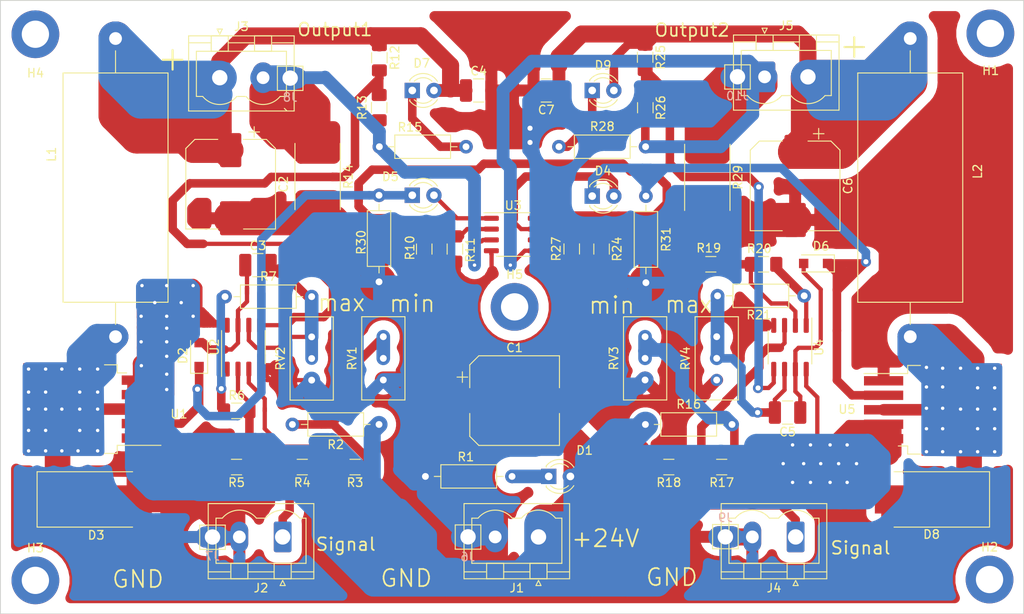
<source format=kicad_pcb>
(kicad_pcb (version 20171130) (host pcbnew "(5.1.5)-2")
  (layers (0 F.Cu signal) (31 B.Cu signal) (34 B.Paste user) (35 F.Paste user) (36 B.SilkS user) (37 F.SilkS user) (38 B.Mask user) (39 F.Mask user) (44 Edge.Cuts user))
  (net 0 "")
  (net 1 GND)
  (net 2 +24V)
  (net 3 Output1)
  (net 4 "Net-(C3-Pad2)")
  (net 5 "Net-(C3-Pad1)")
  (net 6 "Net-(C5-Pad2)")
  (net 7 "Net-(C5-Pad1)")
  (net 8 Output2)
  (net 9 "Net-(D1-Pad1)")
  (net 10 "Net-(D3-Pad1)")
  (net 11 "Net-(D4-Pad2)")
  (net 12 "Net-(D5-Pad2)")
  (net 13 "Net-(D7-Pad1)")
  (net 14 "Net-(D8-Pad1)")
  (net 15 "Net-(D9-Pad1)")
  (net 16 "Net-(R2-Pad2)")
  (net 17 "Net-(R3-Pad2)")
  (net 18 "Net-(R5-Pad1)")
  (net 19 "Net-(R6-Pad1)")
  (net 20 FB1)
  (net 21 "Net-(R10-Pad1)")
  (net 22 "Net-(R12-Pad2)")
  (net 23 "Net-(R16-Pad2)")
  (net 24 "Net-(R17-Pad2)")
  (net 25 "Net-(R19-Pad1)")
  (net 26 "Net-(R20-Pad1)")
  (net 27 FB2)
  (net 28 "Net-(R24-Pad1)")
  (net 29 "Net-(R25-Pad2)")
  (net 30 "Net-(H1-Pad1)")
  (net 31 "Net-(H2-Pad1)")
  (net 32 "Net-(H3-Pad1)")
  (net 33 "Net-(H4-Pad1)")
  (net 34 "Net-(H5-Pad1)")
  (net 35 "Net-(J2-Pad1)")
  (net 36 "Net-(J3-Pad2)")
  (net 37 "Net-(J4-Pad1)")
  (net 38 "Net-(J10-Pad1)")
  (module Connector_Phoenix_MSTB:PhoenixContact_MSTBVA_2,5_2-G-5,08_1x02_P5.08mm_Vertical (layer F.Cu) (at 106.95 25.24)
    (fp_text reference J5 (at 2.54 -6) (layer F.SilkS))
    (fp_text value Conn_01x02)
    (pad 2 thru_hole oval (at 5.08 0) (size 2.5 3.6) (drill 1.8) (layers *.Cu *.Mask) (net 8 Output2))
    (pad 1 thru_hole roundrect (at 0 0) (size 2.5 3.6) (drill 1.5) (layers *.Cu *.Mask) (roundrect_rratio 0.12) (net 38 "Net-(J10-Pad1)"))
  )
  (module Inductor_THT:L_Axial_L26.7mm_D12.1mm_P35.00mm_Horizontal_Vishay_IHA-103 (layer F.Cu) (at 124.03 55.74 90)
    (fp_text reference L2 (at 19.4 7.9 90) (layer F.SilkS))
    (fp_text value L)
    (pad 2 thru_hole oval (at 35 0 90) (size 3 3) (drill 1.5) (layers *.Cu *.Mask) (net 8 Output2))
    (pad 1 thru_hole circle (at 0 0 90) (size 3 3) (drill 1.5) (layers *.Cu *.Mask) (net 14 "Net-(D8-Pad1)"))
  )
  (module Connector_Pin:Pin_D1.4mm_L8.5mm_W2.8mm_FlatFork (layer F.Cu) (at 103.77 25.23)
    (fp_text reference J10 (at 0 2.25) (layer B.SilkS) (effects (justify mirror)))
    (fp_text value Conn_01x01_Male)
    (pad 1 thru_hole oval (at 0 0) (size 4 2.5) (drill 1.8) (layers *.Cu *.Mask) (net 38 "Net-(J10-Pad1)"))
  )
  (module Connector_Pin:Pin_D1.4mm_L8.5mm_W2.8mm_FlatFork (layer F.Cu) (at 102.35 79.23 180)
    (fp_text reference J9 (at 0 2.25) (layer B.SilkS) (effects (justify mirror)))
    (fp_text value Conn_01x01_Male)
    (pad 1 thru_hole oval (at 0 0 180) (size 4 2.5) (drill 1.8) (layers *.Cu *.Mask) (net 1 GND))
  )
  (module Connector_Pin:Pin_D1.4mm_L8.5mm_W2.8mm_FlatFork (layer F.Cu) (at 51.31 25.39)
    (fp_text reference J8 (at 0 2.25) (layer B.SilkS) (effects (justify mirror)))
    (fp_text value Conn_01x01_Male)
    (pad 1 thru_hole oval (at 0 0) (size 4 2.5) (drill 1.8) (layers *.Cu *.Mask) (net 36 "Net-(J3-Pad2)"))
  )
  (module Connector_Pin:Pin_D1.4mm_L8.5mm_W2.8mm_FlatFork (layer F.Cu) (at 42.2 79.25)
    (fp_text reference J7 (at 0 2.25) (layer B.SilkS) (effects (justify mirror)))
    (fp_text value Conn_01x01_Male)
    (pad 1 thru_hole oval (at 0 0) (size 4 2.5) (drill 1.8) (layers *.Cu *.Mask) (net 1 GND))
  )
  (module Connector_Pin:Pin_D1.4mm_L8.5mm_W2.8mm_FlatFork (layer F.Cu) (at 72.17 79.23)
    (fp_text reference J6 (at -0.03 2.35) (layer B.SilkS) (effects (justify mirror)))
    (fp_text value Conn_01x01_Male)
    (pad 1 thru_hole oval (at 0 0) (size 4 2.5) (drill 1.8) (layers *.Cu *.Mask) (net 1 GND))
  )
  (module Connector_Phoenix_MSTB:PhoenixContact_MSTBVA_2,5_2-G-5,08_1x02_P5.08mm_Vertical (layer F.Cu) (at 110.59 79.24 180)
    (fp_text reference J4 (at 2.54 -6) (layer F.SilkS))
    (fp_text value Conn_01x02)
    (pad 2 thru_hole oval (at 5.08 0 180) (size 2.08 3.6) (drill 1.5) (layers *.Cu *.Mask) (net 1 GND))
    (pad 1 thru_hole roundrect (at 0 0 180) (size 2.08 3.6) (drill 1.8) (layers *.Cu *.Mask) (roundrect_rratio 0.12) (net 37 "Net-(J4-Pad1)"))
  )
  (module Diode_SMD:D_SOD-123F (layer F.Cu) (at 112.93 47.14 180)
    (fp_text reference D6 (at -0.64 2.02) (layer F.SilkS))
    (fp_text value DIODE)
    (pad 1 smd rect (at 1.4 0 180) (size 1.1 1.1) (layers F.Cu F.Paste F.Mask) (net 7 "Net-(C5-Pad1)"))
    (pad 2 smd rect (at -1.4 0 180) (size 1.1 1.1) (layers F.Cu F.Paste F.Mask) (net 27 FB2))
  )
  (module Diode_SMD:D_SOD-123F (layer F.Cu) (at 40.63 57.84 90)
    (fp_text reference D2 (at -0.127 -1.905 270) (layer F.SilkS))
    (fp_text value DIODE)
    (pad 1 smd rect (at 1.4 0 90) (size 1.1 1.1) (layers F.Cu F.Paste F.Mask) (net 5 "Net-(C3-Pad1)"))
    (pad 2 smd rect (at -1.4 0 90) (size 1.1 1.1) (layers F.Cu F.Paste F.Mask) (net 20 FB1))
  )
  (module Package_SO:SO-8_3.9x4.9mm_P1.27mm (layer F.Cu) (at 109.925 56.99 270)
    (fp_text reference U4 (at 0 -3.4 90) (layer F.SilkS))
    (fp_text value LM358)
    (pad 8 smd roundrect (at 2.575 -1.905 270) (size 1.75 0.6) (layers F.Cu F.Paste F.Mask) (net 2 +24V))
    (pad 7 smd roundrect (at 2.575 -0.635 270) (size 1.75 0.6) (layers F.Cu F.Paste F.Mask) (net 7 "Net-(C5-Pad1)"))
    (pad 6 smd roundrect (at 2.575 0.635 270) (size 1.75 0.6) (layers F.Cu F.Paste F.Mask) (net 6 "Net-(C5-Pad2)"))
    (pad 5 smd roundrect (at 2.575 1.905 270) (size 1.75 0.6) (layers F.Cu F.Paste F.Mask) (net 29 "Net-(R25-Pad2)"))
    (pad 4 smd roundrect (at -2.575 1.905 270) (size 1.75 0.6) (layers F.Cu F.Paste F.Mask) (net 1 GND))
    (pad 3 smd roundrect (at -2.575 0.635 270) (size 1.75 0.6) (layers F.Cu F.Paste F.Mask) (net 24 "Net-(R17-Pad2)"))
    (pad 2 smd roundrect (at -2.575 -0.635 270) (size 1.75 0.6) (layers F.Cu F.Paste F.Mask) (net 25 "Net-(R19-Pad1)"))
    (pad 1 smd roundrect (at -2.575 -1.905 270) (size 1.75 0.6) (layers F.Cu F.Paste F.Mask) (net 26 "Net-(R20-Pad1)"))
  )
  (module Package_SO:SO-8_3.9x4.9mm_P1.27mm (layer F.Cu) (at 77.48 43.745)
    (fp_text reference U3 (at 0 -3.4) (layer F.SilkS))
    (fp_text value LM358)
    (pad 8 smd roundrect (at 2.575 -1.905) (size 1.75 0.6) (layers F.Cu F.Paste F.Mask) (net 2 +24V))
    (pad 7 smd roundrect (at 2.575 -0.635) (size 1.75 0.6) (layers F.Cu F.Paste F.Mask) (net 11 "Net-(D4-Pad2)"))
    (pad 6 smd roundrect (at 2.575 0.635) (size 1.75 0.6) (layers F.Cu F.Paste F.Mask) (net 28 "Net-(R24-Pad1)"))
    (pad 5 smd roundrect (at 2.575 1.905) (size 1.75 0.6) (layers F.Cu F.Paste F.Mask) (net 38 "Net-(J10-Pad1)"))
    (pad 4 smd roundrect (at -2.575 1.905) (size 1.75 0.6) (layers F.Cu F.Paste F.Mask) (net 1 GND))
    (pad 3 smd roundrect (at -2.575 0.635) (size 1.75 0.6) (layers F.Cu F.Paste F.Mask) (net 36 "Net-(J3-Pad2)"))
    (pad 2 smd roundrect (at -2.575 -0.635) (size 1.75 0.6) (layers F.Cu F.Paste F.Mask) (net 21 "Net-(R10-Pad1)"))
    (pad 1 smd roundrect (at -2.575 -1.905) (size 1.75 0.6) (layers F.Cu F.Paste F.Mask) (net 12 "Net-(D5-Pad2)"))
  )
  (module Package_SO:SO-8_3.9x4.9mm_P1.27mm (layer F.Cu) (at 45.825 56.965 90)
    (fp_text reference U2 (at 0 -3.4 90) (layer F.SilkS))
    (fp_text value LM358)
    (pad 8 smd roundrect (at 2.575 -1.905 90) (size 1.75 0.6) (layers F.Cu F.Paste F.Mask) (net 2 +24V))
    (pad 7 smd roundrect (at 2.575 -0.635 90) (size 1.75 0.6) (layers F.Cu F.Paste F.Mask) (net 5 "Net-(C3-Pad1)"))
    (pad 6 smd roundrect (at 2.575 0.635 90) (size 1.75 0.6) (layers F.Cu F.Paste F.Mask) (net 4 "Net-(C3-Pad2)"))
    (pad 5 smd roundrect (at 2.575 1.905 90) (size 1.75 0.6) (layers F.Cu F.Paste F.Mask) (net 22 "Net-(R12-Pad2)"))
    (pad 4 smd roundrect (at -2.575 1.905 90) (size 1.75 0.6) (layers F.Cu F.Paste F.Mask) (net 1 GND))
    (pad 3 smd roundrect (at -2.575 0.635 90) (size 1.75 0.6) (layers F.Cu F.Paste F.Mask) (net 17 "Net-(R3-Pad2)"))
    (pad 2 smd roundrect (at -2.575 -0.635 90) (size 1.75 0.6) (layers F.Cu F.Paste F.Mask) (net 18 "Net-(R5-Pad1)"))
    (pad 1 smd roundrect (at -2.575 -1.905 90) (size 1.75 0.6) (layers F.Cu F.Paste F.Mask) (net 19 "Net-(R6-Pad1)"))
  )
  (module Connector_Phoenix_MSTB:PhoenixContact_MSTBVA_2,5_2-G-5,08_1x02_P5.08mm_Vertical (layer F.Cu) (at 43.05 25.34)
    (fp_text reference J3 (at 2.54 -6) (layer F.SilkS))
    (fp_text value Conn_01x02)
    (pad 2 thru_hole oval (at 5.08 0) (size 2.5 3.6) (drill 1.5) (layers *.Cu *.Mask) (net 36 "Net-(J3-Pad2)"))
    (pad 1 thru_hole roundrect (at 0 0) (size 2.5 3.6) (drill 1.8) (layers *.Cu *.Mask) (roundrect_rratio 0.12) (net 3 Output1))
  )
  (module Connector_Phoenix_MSTB:PhoenixContact_MSTBVA_2,5_2-G-5,08_1x02_P5.08mm_Vertical (layer F.Cu) (at 50.43 79.24 180)
    (fp_text reference J2 (at 2.54 -6) (layer F.SilkS))
    (fp_text value Conn_01x02)
    (pad 2 thru_hole oval (at 5.08 0 180) (size 2.08 3.6) (drill 1.5) (layers *.Cu *.Mask) (net 1 GND))
    (pad 1 thru_hole roundrect (at 0 0 180) (size 2.08 3.6) (drill 1.8) (layers *.Cu *.Mask) (roundrect_rratio 0.12) (net 35 "Net-(J2-Pad1)"))
  )
  (module Connector_Phoenix_MSTB:PhoenixContact_MSTBVA_2,5_2-G-5,08_1x02_P5.08mm_Vertical (layer F.Cu) (at 80.43 79.24 180)
    (fp_text reference J1 (at 2.54 -6) (layer F.SilkS))
    (fp_text value Conn_01x02)
    (pad 2 thru_hole oval (at 5.08 0 180) (size 2.5 3.6) (drill 1.5) (layers *.Cu *.Mask) (net 1 GND))
    (pad 1 thru_hole roundrect (at 0 0 180) (size 2.5 3.6) (drill 1.8) (layers *.Cu *.Mask) (roundrect_rratio 0.12) (net 2 +24V))
  )
  (module Resistor_THT:R_Axial_DIN0207_L6.3mm_D2.5mm_P10.16mm_Horizontal (layer F.Cu) (at 92.97 66.04)
    (fp_text reference R16 (at 5.08 -2.37) (layer F.SilkS))
    (fp_text value 22k)
    (pad 2 thru_hole oval (at 10.16 0) (size 1.6 1.6) (drill 0.8) (layers *.Cu *.Mask) (net 23 "Net-(R16-Pad2)"))
    (pad 1 thru_hole circle (at 0 0) (size 1.6 1.6) (drill 0.8) (layers *.Cu *.Mask) (net 2 +24V))
  )
  (module Package_TO_SOT_SMD:TO-263-5_TabPin3 (layer F.Cu) (at 28.08 64.24 180)
    (fp_text reference U1 (at -10.19 -0.58) (layer F.SilkS))
    (fp_text value XL4005E1)
    (pad 3 smd rect (at 3.375 0 180) (size 9.4 10.8) (layers F.Cu F.Mask) (net 10 "Net-(D3-Pad1)"))
    (pad 5 smd rect (at -5.775 3.4 180) (size 4.6 1.1) (layers F.Cu F.Paste F.Mask) (net 2 +24V))
    (pad 4 smd rect (at -5.775 1.7 180) (size 4.6 1.1) (layers F.Cu F.Paste F.Mask) (net 2 +24V))
    (pad 3 smd rect (at -5.775 0 180) (size 4.6 1.1) (layers F.Cu F.Paste F.Mask) (net 10 "Net-(D3-Pad1)"))
    (pad 2 smd rect (at -5.775 -1.7 180) (size 4.6 1.1) (layers F.Cu F.Paste F.Mask) (net 20 FB1))
    (pad 1 smd rect (at -5.775 -3.4 180) (size 4.6 1.1) (layers F.Cu F.Paste F.Mask) (net 1 GND))
  )
  (module Package_TO_SOT_SMD:TO-263-5_TabPin3 (layer F.Cu) (at 126.68 64.315)
    (fp_text reference U5 (at -10.07 -0.045) (layer F.SilkS))
    (fp_text value XL4005E1)
    (pad 3 smd rect (at 3.375 0) (size 9.4 10.8) (layers F.Cu F.Mask) (net 14 "Net-(D8-Pad1)"))
    (pad 5 smd rect (at -5.775 3.4) (size 4.6 1.1) (layers F.Cu F.Paste F.Mask) (net 2 +24V))
    (pad 4 smd rect (at -5.775 1.7) (size 4.6 1.1) (layers F.Cu F.Paste F.Mask) (net 2 +24V))
    (pad 3 smd rect (at -5.775 0) (size 4.6 1.1) (layers F.Cu F.Paste F.Mask) (net 14 "Net-(D8-Pad1)"))
    (pad 2 smd rect (at -5.775 -1.7) (size 4.6 1.1) (layers F.Cu F.Paste F.Mask) (net 27 FB2))
    (pad 1 smd rect (at -5.775 -3.4) (size 4.6 1.1) (layers F.Cu F.Paste F.Mask) (net 1 GND))
  )
  (module Resistor_SMD:R_4020_10251Metric_Pad1.65x5.30mm_HandSolder (layer F.Cu) (at 100.23 37.04 270)
    (fp_text reference R29 (at 0 -3.6 90) (layer F.SilkS))
    (fp_text value 0.05)
    (pad 2 smd roundrect (at 4 0 270) (size 5 5.3) (layers F.Cu F.Paste F.Mask) (roundrect_rratio 0.152) (net 1 GND))
    (pad 1 smd roundrect (at -4.1 0 270) (size 5 5.3) (layers F.Cu F.Paste F.Mask) (roundrect_rratio 0.152) (net 38 "Net-(J10-Pad1)"))
  )
  (module Resistor_SMD:R_4020_10251Metric_Pad1.65x5.30mm_HandSolder (layer F.Cu) (at 54.53 36.94 270)
    (fp_text reference R14 (at 0 -3.6 90) (layer F.SilkS))
    (fp_text value 0.05)
    (pad 2 smd roundrect (at 4.1 0 270) (size 5 5.3) (layers F.Cu F.Paste F.Mask) (roundrect_rratio 0.152) (net 1 GND))
    (pad 1 smd roundrect (at -4 0 270) (size 5 5.3) (layers F.Cu F.Paste F.Mask) (roundrect_rratio 0.152) (net 36 "Net-(J3-Pad2)"))
  )
  (module MountingHole:MountingHole_3.2mm_M3_DIN965_Pad (layer F.Cu) (at 77.63 52.24)
    (fp_text reference H5 (at 0 -3.8) (layer F.SilkS))
    (fp_text value MountingHole_Pad)
    (pad 1 thru_hole circle (at 0 0) (size 5.6 5.6) (drill 3.2) (layers *.Cu *.Mask) (net 34 "Net-(H5-Pad1)"))
  )
  (module MountingHole:MountingHole_3.2mm_M3_DIN965_Pad (layer F.Cu) (at 21.43 20.24)
    (fp_text reference H4 (at 0.01 4.56) (layer F.SilkS))
    (fp_text value MountingHole_Pad)
    (pad 1 thru_hole circle (at 0 0) (size 5.6 5.6) (drill 3.2) (layers *.Cu *.Mask) (net 33 "Net-(H4-Pad1)"))
  )
  (module MountingHole:MountingHole_3.2mm_M3_DIN965_Pad (layer F.Cu) (at 21.43 84.34)
    (fp_text reference H3 (at 0 -3.8) (layer F.SilkS))
    (fp_text value MountingHole_Pad)
    (pad 1 thru_hole circle (at 0 0) (size 5.6 5.6) (drill 3.2) (layers *.Cu *.Mask) (net 32 "Net-(H3-Pad1)"))
  )
  (module MountingHole:MountingHole_3.2mm_M3_DIN965_Pad (layer F.Cu) (at 133.33 84.24)
    (fp_text reference H2 (at 0 -3.8) (layer F.SilkS))
    (fp_text value MountingHole_Pad)
    (pad 1 thru_hole circle (at 0 0) (size 5.6 5.6) (drill 3.2) (layers *.Cu *.Mask) (net 31 "Net-(H2-Pad1)"))
  )
  (module MountingHole:MountingHole_3.2mm_M3_DIN965_Pad (layer F.Cu) (at 133.43 20.14)
    (fp_text reference H1 (at 0.03 4.37) (layer F.SilkS))
    (fp_text value MountingHole_Pad)
    (pad 1 thru_hole circle (at 0 0) (size 5.6 5.6) (drill 3.2) (layers *.Cu *.Mask) (net 30 "Net-(H1-Pad1)"))
  )
  (module Resistor_THT:R_Axial_DIN0207_L6.3mm_D2.5mm_P10.16mm_Horizontal (layer F.Cu) (at 93.03 39.24 270)
    (fp_text reference R31 (at 5.08 -2.37 90) (layer F.SilkS))
    (fp_text value 1.2k)
    (pad 2 thru_hole oval (at 10.16 0 270) (size 1.6 1.6) (drill 0.8) (layers *.Cu *.Mask) (net 1 GND))
    (pad 1 thru_hole circle (at 0 0 270) (size 1.6 1.6) (drill 0.8) (layers *.Cu *.Mask) (net 27 FB2))
  )
  (module Resistor_THT:R_Axial_DIN0207_L6.3mm_D2.5mm_P10.16mm_Horizontal (layer F.Cu) (at 61.73 39.14 270)
    (fp_text reference R30 (at 5.52 2.09 90) (layer F.SilkS))
    (fp_text value 1.2k)
    (pad 2 thru_hole oval (at 10.16 0 270) (size 1.6 1.6) (drill 0.8) (layers *.Cu *.Mask) (net 1 GND))
    (pad 1 thru_hole circle (at 0 0 270) (size 1.6 1.6) (drill 0.8) (layers *.Cu *.Mask) (net 20 FB1))
  )
  (module Resistor_SMD:R_1206_3216Metric_Pad1.42x1.75mm_HandSolder (layer F.Cu) (at 84.33 45.44 90)
    (fp_text reference R27 (at 0 -1.82 90) (layer F.SilkS))
    (fp_text value 470)
    (pad 2 smd roundrect (at 1.4875 0 90) (size 1.425 1.75) (layers F.Cu F.Paste F.Mask) (roundrect_rratio 0.175439) (net 28 "Net-(R24-Pad1)"))
    (pad 1 smd roundrect (at -1.4875 0 90) (size 1.425 1.75) (layers F.Cu F.Paste F.Mask) (roundrect_rratio 0.175439) (net 1 GND))
  )
  (module Resistor_SMD:R_1206_3216Metric_Pad1.42x1.75mm_HandSolder (layer F.Cu) (at 92.96 28.8625 270)
    (fp_text reference R26 (at 0 -1.82 90) (layer F.SilkS))
    (fp_text value 10k)
    (pad 2 smd roundrect (at 1.4875 0 270) (size 1.425 1.75) (layers F.Cu F.Paste F.Mask) (roundrect_rratio 0.175439) (net 38 "Net-(J10-Pad1)"))
    (pad 1 smd roundrect (at -1.4875 0 270) (size 1.425 1.75) (layers F.Cu F.Paste F.Mask) (roundrect_rratio 0.175439) (net 29 "Net-(R25-Pad2)"))
  )
  (module Resistor_SMD:R_1206_3216Metric_Pad1.42x1.75mm_HandSolder (layer F.Cu) (at 92.94 22.9425 270)
    (fp_text reference R25 (at 0 -1.82 90) (layer F.SilkS))
    (fp_text value 22k)
    (pad 2 smd roundrect (at 1.4875 0 270) (size 1.425 1.75) (layers F.Cu F.Paste F.Mask) (roundrect_rratio 0.175439) (net 29 "Net-(R25-Pad2)"))
    (pad 1 smd roundrect (at -1.4875 0 270) (size 1.425 1.75) (layers F.Cu F.Paste F.Mask) (roundrect_rratio 0.175439) (net 8 Output2))
  )
  (module Resistor_SMD:R_1206_3216Metric_Pad1.42x1.75mm_HandSolder (layer F.Cu) (at 87.83 45.4525 270)
    (fp_text reference R24 (at 0 -1.82 90) (layer F.SilkS))
    (fp_text value 56k)
    (pad 2 smd roundrect (at 1.4875 0 270) (size 1.425 1.75) (layers F.Cu F.Paste F.Mask) (roundrect_rratio 0.175439) (net 2 +24V))
    (pad 1 smd roundrect (at -1.4875 0 270) (size 1.425 1.75) (layers F.Cu F.Paste F.Mask) (roundrect_rratio 0.175439) (net 28 "Net-(R24-Pad1)"))
  )
  (module Resistor_SMD:R_1206_3216Metric_Pad1.42x1.75mm_HandSolder (layer F.Cu) (at 106.83 47.24 180)
    (fp_text reference R20 (at 0.51 1.84) (layer F.SilkS))
    (fp_text value 100k)
    (pad 2 smd roundrect (at 1.4875 0 180) (size 1.425 1.75) (layers F.Cu F.Paste F.Mask) (roundrect_rratio 0.175439) (net 25 "Net-(R19-Pad1)"))
    (pad 1 smd roundrect (at -1.4875 0 180) (size 1.425 1.75) (layers F.Cu F.Paste F.Mask) (roundrect_rratio 0.175439) (net 26 "Net-(R20-Pad1)"))
  )
  (module Resistor_SMD:R_1206_3216Metric_Pad1.42x1.75mm_HandSolder (layer F.Cu) (at 100.6425 47.24 180)
    (fp_text reference R19 (at 0.2425 1.9) (layer F.SilkS))
    (fp_text value 100k)
    (pad 2 smd roundrect (at 1.4875 0 180) (size 1.425 1.75) (layers F.Cu F.Paste F.Mask) (roundrect_rratio 0.175439) (net 1 GND))
    (pad 1 smd roundrect (at -1.4875 0 180) (size 1.425 1.75) (layers F.Cu F.Paste F.Mask) (roundrect_rratio 0.175439) (net 25 "Net-(R19-Pad1)"))
  )
  (module Resistor_SMD:R_1206_3216Metric_Pad1.42x1.75mm_HandSolder (layer F.Cu) (at 95.7175 71.04 180)
    (fp_text reference R18 (at 0 -1.82) (layer F.SilkS))
    (fp_text value 100k)
    (pad 2 smd roundrect (at 1.4875 0 180) (size 1.425 1.75) (layers F.Cu F.Paste F.Mask) (roundrect_rratio 0.175439) (net 37 "Net-(J4-Pad1)"))
    (pad 1 smd roundrect (at -1.4875 0 180) (size 1.425 1.75) (layers F.Cu F.Paste F.Mask) (roundrect_rratio 0.175439) (net 24 "Net-(R17-Pad2)"))
  )
  (module Resistor_SMD:R_1206_3216Metric_Pad1.42x1.75mm_HandSolder (layer F.Cu) (at 101.9175 71.04 180)
    (fp_text reference R17 (at 0 -1.82) (layer F.SilkS))
    (fp_text value 100k)
    (pad 2 smd roundrect (at 1.4875 0 180) (size 1.425 1.75) (layers F.Cu F.Paste F.Mask) (roundrect_rratio 0.175439) (net 24 "Net-(R17-Pad2)"))
    (pad 1 smd roundrect (at -1.4875 0 180) (size 1.425 1.75) (layers F.Cu F.Paste F.Mask) (roundrect_rratio 0.175439) (net 23 "Net-(R16-Pad2)"))
  )
  (module Resistor_SMD:R_1206_3216Metric_Pad1.42x1.75mm_HandSolder (layer F.Cu) (at 61.75 28.85 270)
    (fp_text reference R13 (at 0 2 90) (layer F.SilkS))
    (fp_text value 10k)
    (pad 2 smd roundrect (at 1.4875 0 270) (size 1.425 1.75) (layers F.Cu F.Paste F.Mask) (roundrect_rratio 0.175439) (net 36 "Net-(J3-Pad2)"))
    (pad 1 smd roundrect (at -1.4875 0 270) (size 1.425 1.75) (layers F.Cu F.Paste F.Mask) (roundrect_rratio 0.175439) (net 22 "Net-(R12-Pad2)"))
  )
  (module Resistor_SMD:R_1206_3216Metric_Pad1.42x1.75mm_HandSolder (layer F.Cu) (at 61.77 22.9975 270)
    (fp_text reference R12 (at 0 -1.82 90) (layer F.SilkS))
    (fp_text value 22k)
    (pad 2 smd roundrect (at 1.4875 0 270) (size 1.425 1.75) (layers F.Cu F.Paste F.Mask) (roundrect_rratio 0.175439) (net 22 "Net-(R12-Pad2)"))
    (pad 1 smd roundrect (at -1.4875 0 270) (size 1.425 1.75) (layers F.Cu F.Paste F.Mask) (roundrect_rratio 0.175439) (net 3 Output1))
  )
  (module Resistor_SMD:R_1206_3216Metric_Pad1.42x1.75mm_HandSolder (layer F.Cu) (at 70.63 45.4525 90)
    (fp_text reference R11 (at -0.1125 1.8 90) (layer F.SilkS))
    (fp_text value 470)
    (pad 1 smd roundrect (at -1.4875 0 90) (size 1.425 1.75) (layers F.Cu F.Paste F.Mask) (roundrect_rratio 0.175439) (net 1 GND))
    (pad 2 smd roundrect (at 1.4875 0 90) (size 1.425 1.75) (layers F.Cu F.Paste F.Mask) (roundrect_rratio 0.175439) (net 21 "Net-(R10-Pad1)"))
  )
  (module Resistor_SMD:R_1206_3216Metric_Pad1.42x1.75mm_HandSolder (layer F.Cu) (at 67.03 45.4525 270)
    (fp_text reference R10 (at -0.1425 1.67 90) (layer F.SilkS))
    (fp_text value 56k)
    (pad 2 smd roundrect (at 1.4875 0 270) (size 1.425 1.75) (layers F.Cu F.Paste F.Mask) (roundrect_rratio 0.175439) (net 2 +24V))
    (pad 1 smd roundrect (at -1.4875 0 270) (size 1.425 1.75) (layers F.Cu F.Paste F.Mask) (roundrect_rratio 0.175439) (net 21 "Net-(R10-Pad1)"))
  )
  (module Resistor_SMD:R_1206_3216Metric_Pad1.42x1.75mm_HandSolder (layer F.Cu) (at 45.0425 64.44)
    (fp_text reference R6 (at 0 -1.82) (layer F.SilkS))
    (fp_text value 100k)
    (pad 2 smd roundrect (at 1.4875 0) (size 1.425 1.75) (layers F.Cu F.Paste F.Mask) (roundrect_rratio 0.175439) (net 18 "Net-(R5-Pad1)"))
    (pad 1 smd roundrect (at -1.4875 0) (size 1.425 1.75) (layers F.Cu F.Paste F.Mask) (roundrect_rratio 0.175439) (net 19 "Net-(R6-Pad1)"))
  )
  (module Resistor_SMD:R_1206_3216Metric_Pad1.42x1.75mm_HandSolder (layer F.Cu) (at 45.0175 71.04 180)
    (fp_text reference R5 (at 0 -1.82) (layer F.SilkS))
    (fp_text value 100k)
    (pad 2 smd roundrect (at 1.4875 0 180) (size 1.425 1.75) (layers F.Cu F.Paste F.Mask) (roundrect_rratio 0.175439) (net 1 GND))
    (pad 1 smd roundrect (at -1.4875 0 180) (size 1.425 1.75) (layers F.Cu F.Paste F.Mask) (roundrect_rratio 0.175439) (net 18 "Net-(R5-Pad1)"))
  )
  (module Resistor_SMD:R_1206_3216Metric_Pad1.42x1.75mm_HandSolder (layer F.Cu) (at 52.73 71.04 180)
    (fp_text reference R4 (at 0 -1.82) (layer F.SilkS))
    (fp_text value 100k)
    (pad 2 smd roundrect (at 1.4875 0 180) (size 1.425 1.75) (layers F.Cu F.Paste F.Mask) (roundrect_rratio 0.175439) (net 35 "Net-(J2-Pad1)"))
    (pad 1 smd roundrect (at -1.4875 0 180) (size 1.425 1.75) (layers F.Cu F.Paste F.Mask) (roundrect_rratio 0.175439) (net 17 "Net-(R3-Pad2)"))
  )
  (module Resistor_SMD:R_1206_3216Metric_Pad1.42x1.75mm_HandSolder (layer F.Cu) (at 58.9175 71.04 180)
    (fp_text reference R3 (at 0 -1.82) (layer F.SilkS))
    (fp_text value 100k)
    (pad 2 smd roundrect (at 1.4875 0 180) (size 1.425 1.75) (layers F.Cu F.Paste F.Mask) (roundrect_rratio 0.175439) (net 17 "Net-(R3-Pad2)"))
    (pad 1 smd roundrect (at -1.4875 0 180) (size 1.425 1.75) (layers F.Cu F.Paste F.Mask) (roundrect_rratio 0.175439) (net 16 "Net-(R2-Pad2)"))
  )
  (module Capacitor_SMD:C_1210_3225Metric_Pad1.42x2.65mm_HandSolder (layer F.Cu) (at 81.3425 26.84 180)
    (fp_text reference C7 (at 0 -2.28) (layer F.SilkS))
    (fp_text value 100n)
    (pad 2 smd roundrect (at 1.4875 0 180) (size 1.425 2.65) (layers F.Cu F.Paste F.Mask) (roundrect_rratio 0.175439) (net 1 GND))
    (pad 1 smd roundrect (at -1.4875 0 180) (size 1.425 2.65) (layers F.Cu F.Paste F.Mask) (roundrect_rratio 0.175439) (net 8 Output2))
  )
  (module Capacitor_SMD:C_1210_3225Metric_Pad1.42x2.65mm_HandSolder (layer F.Cu) (at 109.6425 64.64 180)
    (fp_text reference C5 (at 0 -2.28) (layer F.SilkS))
    (fp_text value 1u)
    (pad 2 smd roundrect (at 1.4875 0 180) (size 1.425 2.65) (layers F.Cu F.Paste F.Mask) (roundrect_rratio 0.175439) (net 6 "Net-(C5-Pad2)"))
    (pad 1 smd roundrect (at -1.4875 0 180) (size 1.425 2.65) (layers F.Cu F.Paste F.Mask) (roundrect_rratio 0.175439) (net 7 "Net-(C5-Pad1)"))
  )
  (module Capacitor_SMD:C_1210_3225Metric_Pad1.42x2.65mm_HandSolder (layer F.Cu) (at 73.4175 26.84)
    (fp_text reference C4 (at 0 -2.28) (layer F.SilkS))
    (fp_text value 100n)
    (pad 2 smd roundrect (at 1.4875 0) (size 1.425 2.65) (layers F.Cu F.Paste F.Mask) (roundrect_rratio 0.175439) (net 1 GND))
    (pad 1 smd roundrect (at -1.4875 0) (size 1.425 2.65) (layers F.Cu F.Paste F.Mask) (roundrect_rratio 0.175439) (net 3 Output1))
  )
  (module Capacitor_SMD:C_1210_3225Metric_Pad1.42x2.65mm_HandSolder (layer F.Cu) (at 47.53 47.34)
    (fp_text reference C3 (at 0 -2.28) (layer F.SilkS))
    (fp_text value 1u)
    (pad 2 smd roundrect (at 1.4875 0) (size 1.425 2.65) (layers F.Cu F.Paste F.Mask) (roundrect_rratio 0.175439) (net 4 "Net-(C3-Pad2)"))
    (pad 1 smd roundrect (at -1.4875 0) (size 1.425 2.65) (layers F.Cu F.Paste F.Mask) (roundrect_rratio 0.175439) (net 5 "Net-(C3-Pad1)"))
  )
  (module Inductor_THT:L_Axial_L26.7mm_D12.1mm_P35.00mm_Horizontal_Vishay_IHA-103 (layer F.Cu) (at 30.83 55.74 90)
    (fp_text reference L1 (at 21.4 -7.5 90) (layer F.SilkS))
    (fp_text value L)
    (pad 1 thru_hole circle (at 0 0 90) (size 3 3) (drill 1.5) (layers *.Cu *.Mask) (net 10 "Net-(D3-Pad1)"))
    (pad 2 thru_hole oval (at 35 0 90) (size 3 3) (drill 1.5) (layers *.Cu *.Mask) (net 3 Output1))
  )
  (module Capacitor_SMD:CP_Elec_10x10 (layer F.Cu) (at 77.63 63.24)
    (fp_text reference C1 (at 0 -6.2) (layer F.SilkS))
    (fp_text value 470u)
    (pad 2 smd roundrect (at 4 0) (size 4 2.5) (layers F.Cu F.Paste F.Mask) (roundrect_rratio 0.1) (net 1 GND))
    (pad 1 smd roundrect (at -4 0) (size 4 2.5) (layers F.Cu F.Paste F.Mask) (roundrect_rratio 0.1) (net 2 +24V))
  )
  (module Capacitor_SMD:CP_Elec_10x10 (layer F.Cu) (at 44.33 37.84 270)
    (fp_text reference C2 (at 0 -6.2 90) (layer F.SilkS))
    (fp_text value 470u)
    (pad 1 smd roundrect (at -4 0 270) (size 4 2.5) (layers F.Cu F.Paste F.Mask) (roundrect_rratio 0.1) (net 3 Output1))
    (pad 2 smd roundrect (at 4 0 270) (size 4 2.5) (layers F.Cu F.Paste F.Mask) (roundrect_rratio 0.1) (net 1 GND))
  )
  (module Capacitor_SMD:CP_Elec_10x10 (layer F.Cu) (at 110.53 38.04 270)
    (fp_text reference C6 (at 0 -6.2 90) (layer F.SilkS))
    (fp_text value 470u)
    (pad 1 smd roundrect (at -4 0 270) (size 4 2.5) (layers F.Cu F.Paste F.Mask) (roundrect_rratio 0.1) (net 8 Output2))
    (pad 2 smd roundrect (at 4 0 270) (size 4 2.5) (layers F.Cu F.Paste F.Mask) (roundrect_rratio 0.1) (net 1 GND))
  )
  (module LED_THT:LED_D3.0mm (layer F.Cu) (at 81.63 72.14)
    (fp_text reference D1 (at 4.21 -3.06) (layer F.SilkS))
    (fp_text value "Green LED")
    (pad 2 thru_hole circle (at 2.54 0) (size 1.8 1.8) (drill 0.9) (layers *.Cu *.Mask) (net 2 +24V))
    (pad 1 thru_hole rect (at 0 0) (size 1.8 1.8) (drill 0.9) (layers *.Cu *.Mask) (net 9 "Net-(D1-Pad1)"))
  )
  (module Diode_SMD:D_SMC_Handsoldering (layer F.Cu) (at 28.43 74.84)
    (fp_text reference D3 (at 0.13 4.2) (layer F.SilkS))
    (fp_text value SK86)
    (pad 1 smd rect (at -4.4 0 90) (size 3.3 4.5) (layers F.Cu F.Paste F.Mask) (net 10 "Net-(D3-Pad1)"))
    (pad 2 smd rect (at 4.4 0 90) (size 3.3 4.5) (layers F.Cu F.Paste F.Mask) (net 1 GND))
  )
  (module LED_THT:LED_D3.0mm (layer F.Cu) (at 86.73 39.24)
    (fp_text reference D4 (at 1.27 -2.96) (layer F.SilkS))
    (fp_text value "Red LED")
    (pad 1 thru_hole rect (at 0 0) (size 1.8 1.8) (drill 0.9) (layers *.Cu *.Mask) (net 27 FB2))
    (pad 2 thru_hole circle (at 2.54 0) (size 1.8 1.8) (drill 0.9) (layers *.Cu *.Mask) (net 11 "Net-(D4-Pad2)"))
  )
  (module LED_THT:LED_D3.0mm (layer F.Cu) (at 65.63 39.14)
    (fp_text reference D5 (at -2.57 -2.18) (layer F.SilkS))
    (fp_text value "Red LED")
    (pad 2 thru_hole circle (at 2.54 0) (size 1.8 1.8) (drill 0.9) (layers *.Cu *.Mask) (net 12 "Net-(D5-Pad2)"))
    (pad 1 thru_hole rect (at 0 0) (size 1.8 1.8) (drill 0.9) (layers *.Cu *.Mask) (net 20 FB1))
  )
  (module LED_THT:LED_D3.0mm (layer F.Cu) (at 65.63 26.84)
    (fp_text reference D7 (at 1.1 -3.2) (layer F.SilkS))
    (fp_text value "Green LED")
    (pad 2 thru_hole circle (at 2.54 0) (size 1.8 1.8) (drill 0.9) (layers *.Cu *.Mask) (net 3 Output1))
    (pad 1 thru_hole rect (at 0 0) (size 1.8 1.8) (drill 0.9) (layers *.Cu *.Mask) (net 13 "Net-(D7-Pad1)"))
  )
  (module Diode_SMD:D_SMC_Handsoldering (layer F.Cu) (at 126.53 74.84 180)
    (fp_text reference D8 (at 0 -4.1 180) (layer F.SilkS))
    (fp_text value SK86)
    (pad 2 smd rect (at 4.4 0 270) (size 3.3 4.5) (layers F.Cu F.Paste F.Mask) (net 1 GND))
    (pad 1 smd rect (at -4.4 0 270) (size 3.3 4.5) (layers F.Cu F.Paste F.Mask) (net 14 "Net-(D8-Pad1)"))
  )
  (module LED_THT:LED_D3.0mm (layer F.Cu) (at 86.73 26.84)
    (fp_text reference D9 (at 1.27 -2.96) (layer F.SilkS))
    (fp_text value "Green LED")
    (pad 1 thru_hole rect (at 0 0) (size 1.8 1.8) (drill 0.9) (layers *.Cu *.Mask) (net 15 "Net-(D9-Pad1)"))
    (pad 2 thru_hole circle (at 2.54 0) (size 1.8 1.8) (drill 0.9) (layers *.Cu *.Mask) (net 8 Output2))
  )
  (module Resistor_THT:R_Axial_DIN0207_L6.3mm_D2.5mm_P10.16mm_Horizontal (layer F.Cu) (at 77.33 72.14 180)
    (fp_text reference R1 (at 5.42 2.29) (layer F.SilkS))
    (fp_text value 1.5k)
    (pad 1 thru_hole circle (at 0 0 180) (size 1.6 1.6) (drill 0.8) (layers *.Cu *.Mask) (net 9 "Net-(D1-Pad1)"))
    (pad 2 thru_hole oval (at 10.16 0 180) (size 1.6 1.6) (drill 0.8) (layers *.Cu *.Mask) (net 1 GND))
  )
  (module Resistor_THT:R_Axial_DIN0207_L6.3mm_D2.5mm_P10.16mm_Horizontal (layer F.Cu) (at 61.73 66.04 180)
    (fp_text reference R2 (at 5.08 -2.37) (layer F.SilkS))
    (fp_text value 22k)
    (pad 1 thru_hole circle (at 0 0 180) (size 1.6 1.6) (drill 0.8) (layers *.Cu *.Mask) (net 2 +24V))
    (pad 2 thru_hole oval (at 10.16 0 180) (size 1.6 1.6) (drill 0.8) (layers *.Cu *.Mask) (net 16 "Net-(R2-Pad2)"))
  )
  (module Resistor_THT:R_Axial_DIN0207_L6.3mm_D2.5mm_P10.16mm_Horizontal (layer F.Cu) (at 43.67 51.04)
    (fp_text reference R7 (at 5.08 -2.37) (layer F.SilkS))
    (fp_text value 10k)
    (pad 1 thru_hole circle (at 0 0) (size 1.6 1.6) (drill 0.8) (layers *.Cu *.Mask) (net 19 "Net-(R6-Pad1)"))
    (pad 2 thru_hole oval (at 10.16 0) (size 1.6 1.6) (drill 0.8) (layers *.Cu *.Mask) (net 4 "Net-(C3-Pad2)"))
  )
  (module Resistor_THT:R_Axial_DIN0207_L6.3mm_D2.5mm_P10.16mm_Horizontal (layer F.Cu) (at 71.93 33.44 180)
    (fp_text reference R15 (at 6.57 2.29) (layer F.SilkS))
    (fp_text value 1.2k)
    (pad 2 thru_hole oval (at 10.16 0 180) (size 1.6 1.6) (drill 0.8) (layers *.Cu *.Mask) (net 36 "Net-(J3-Pad2)"))
    (pad 1 thru_hole circle (at 0 0 180) (size 1.6 1.6) (drill 0.8) (layers *.Cu *.Mask) (net 13 "Net-(D7-Pad1)"))
  )
  (module Resistor_THT:R_Axial_DIN0207_L6.3mm_D2.5mm_P10.16mm_Horizontal (layer F.Cu) (at 111.59 50.94 180)
    (fp_text reference R21 (at 5.32 -2.25) (layer F.SilkS))
    (fp_text value 10k)
    (pad 2 thru_hole oval (at 10.16 0 180) (size 1.6 1.6) (drill 0.8) (layers *.Cu *.Mask) (net 6 "Net-(C5-Pad2)"))
    (pad 1 thru_hole circle (at 0 0 180) (size 1.6 1.6) (drill 0.8) (layers *.Cu *.Mask) (net 26 "Net-(R20-Pad1)"))
  )
  (module Resistor_THT:R_Axial_DIN0207_L6.3mm_D2.5mm_P10.16mm_Horizontal (layer F.Cu) (at 82.83 33.44)
    (fp_text reference R28 (at 5.08 -2.37) (layer F.SilkS))
    (fp_text value 1.2k)
    (pad 1 thru_hole circle (at 0 0) (size 1.6 1.6) (drill 0.8) (layers *.Cu *.Mask) (net 15 "Net-(D9-Pad1)"))
    (pad 2 thru_hole oval (at 10.16 0) (size 1.6 1.6) (drill 0.8) (layers *.Cu *.Mask) (net 38 "Net-(J10-Pad1)"))
  )
  (module Potentiometer_THT:Potentiometer_Bourns_3296W_Vertical (layer F.Cu) (at 62.23 55.74 90)
    (fp_text reference RV1 (at -2.54 -3.66 90) (layer F.SilkS))
    (fp_text value 5k)
    (pad 1 thru_hole circle (at 0 0 90) (size 1.44 1.44) (drill 0.8) (layers *.Cu *.Mask) (net 16 "Net-(R2-Pad2)"))
    (pad 2 thru_hole circle (at -2.54 0 90) (size 1.44 1.44) (drill 0.8) (layers *.Cu *.Mask) (net 16 "Net-(R2-Pad2)"))
    (pad 3 thru_hole circle (at -5.08 0 90) (size 1.44 1.44) (drill 0.8) (layers *.Cu *.Mask) (net 1 GND))
  )
  (module Potentiometer_THT:Potentiometer_Bourns_3296W_Vertical (layer F.Cu) (at 53.83 55.76 90)
    (fp_text reference RV2 (at -2.54 -3.66 90) (layer F.SilkS))
    (fp_text value 10k)
    (pad 3 thru_hole circle (at -5.08 0 90) (size 1.44 1.44) (drill 0.8) (layers *.Cu *.Mask) (net 1 GND))
    (pad 2 thru_hole circle (at -2.54 0 90) (size 1.44 1.44) (drill 0.8) (layers *.Cu *.Mask) (net 4 "Net-(C3-Pad2)"))
    (pad 1 thru_hole circle (at 0 0 90) (size 1.44 1.44) (drill 0.8) (layers *.Cu *.Mask) (net 4 "Net-(C3-Pad2)"))
  )
  (module Potentiometer_THT:Potentiometer_Bourns_3296W_Vertical (layer F.Cu) (at 92.93 55.74 90)
    (fp_text reference RV3 (at -2.54 -3.66 90) (layer F.SilkS))
    (fp_text value 5k)
    (pad 3 thru_hole circle (at -5.08 0 90) (size 1.44 1.44) (drill 0.8) (layers *.Cu *.Mask) (net 1 GND))
    (pad 2 thru_hole circle (at -2.54 0 90) (size 1.44 1.44) (drill 0.8) (layers *.Cu *.Mask) (net 23 "Net-(R16-Pad2)"))
    (pad 1 thru_hole circle (at 0 0 90) (size 1.44 1.44) (drill 0.8) (layers *.Cu *.Mask) (net 23 "Net-(R16-Pad2)"))
  )
  (module Potentiometer_THT:Potentiometer_Bourns_3296W_Vertical (layer F.Cu) (at 101.33 55.74 90)
    (fp_text reference RV4 (at -2.54 -3.66 90) (layer F.SilkS))
    (fp_text value 10k)
    (pad 1 thru_hole circle (at 0 0 90) (size 1.44 1.44) (drill 0.8) (layers *.Cu *.Mask) (net 6 "Net-(C5-Pad2)"))
    (pad 2 thru_hole circle (at -2.54 0 90) (size 1.44 1.44) (drill 0.8) (layers *.Cu *.Mask) (net 6 "Net-(C5-Pad2)"))
    (pad 3 thru_hole circle (at -5.08 0 90) (size 1.44 1.44) (drill 0.8) (layers *.Cu *.Mask) (net 1 GND))
  )
  (gr_text max (at 98.03 51.94) (layer F.SilkS) (effects (font (size 2 1.8) (thickness 0.2))))
  (gr_text min (at 89.03 52.04) (layer F.SilkS) (effects (font (size 2 2) (thickness 0.2))))
  (gr_text max (at 57.33 51.74) (layer F.SilkS) (effects (font (size 2 1.8) (thickness 0.2))))
  (gr_text min (at 65.63 51.84) (layer F.SilkS) (effects (font (size 2 2) (thickness 0.2))))
  (gr_text + (at 37.52 23.01) (layer F.SilkS) (effects (font (size 3 3) (thickness 0.25))))
  (gr_text + (at 117.46 21.51) (layer F.SilkS) (effects (font (size 3 3) (thickness 0.25))))
  (gr_text Output2 (at 98.45 19.75) (layer F.SilkS) (effects (font (size 1.5 1.5) (thickness 0.2))))
  (gr_text Output1 (at 56.55 19.69) (layer F.SilkS) (effects (font (size 1.5 1.5) (thickness 0.2))))
  (gr_text +24V (at 88.29 79.42) (layer F.SilkS) (effects (font (size 2 2) (thickness 0.21))))
  (gr_text Signal (at 118.2 80.53) (layer F.SilkS) (effects (font (size 1.5 1.5) (thickness 0.2))))
  (gr_text GND (at 96.07 83.98) (layer F.SilkS) (effects (font (size 2 2) (thickness 0.2))))
  (gr_text GND (at 33.46 84.2) (layer F.SilkS) (effects (font (size 2 2) (thickness 0.2))))
  (gr_text GND (at 64.93 84.09) (layer F.SilkS) (effects (font (size 2 2) (thickness 0.2))))
  (gr_text Signal (at 57.83 80.1) (layer F.SilkS) (effects (font (size 1.5 1.5) (thickness 0.2))))
  (gr_line (start 50.93 29.24) (end 50.63 28.94) (layer F.SilkS) (width 0.12))
  (gr_line (start 137.328966 16.270257) (end 137.328966 88.270257) (layer Edge.Cuts) (width 0.1))
  (gr_line (start 137.328966 88.270257) (end 17.328966 88.270257) (layer Edge.Cuts) (width 0.1))
  (gr_line (start 17.328966 16.270257) (end 137.328966 16.270257) (layer Edge.Cuts) (width 0.1))
  (gr_line (start 17.328966 88.270257) (end 17.328966 16.270257) (layer Edge.Cuts) (width 0.1))
  (segment (start 100.53 43.54) (end 101.605 42.465) (width 1) (layer F.Cu) (net 1))
  (segment (start 99.155 47.24) (end 99.155 43.015) (width 1) (layer F.Cu) (net 1))
  (segment (start 110.43 41.94) (end 110.53 42.04) (width 1) (layer F.Cu) (net 1))
  (segment (start 100.23 41.94) (end 110.43 41.94) (width 1) (layer F.Cu) (net 1))
  (segment (start 92.93 49.5) (end 93.03 49.4) (width 1) (layer B.Cu) (net 1))
  (segment (start 53.83 62.24) (end 53.83 60.84) (width 1) (layer B.Cu) (net 1))
  (segment (start 42.455 77.165) (end 43.03 77.74) (width 1) (layer F.Cu) (net 1))
  (segment (start 93.03 49.4) (end 96.995 49.4) (width 1) (layer F.Cu) (net 1))
  (segment (start 118.43 42.04) (end 110.53 42.04) (width 1) (layer F.Cu) (net 1))
  (segment (start 120.83 44.44) (end 118.43 42.04) (width 1) (layer F.Cu) (net 1))
  (segment (start 120.83 59.29) (end 120.83 44.44) (width 1) (layer F.Cu) (net 1))
  (segment (start 120.905 60.915) (end 120.905 59.365) (width 1) (layer F.Cu) (net 1))
  (segment (start 120.905 59.365) (end 120.83 59.29) (width 1) (layer F.Cu) (net 1))
  (segment (start 43.03 75.84) (end 43.03 77.74) (width 1) (layer F.Cu) (net 1))
  (segment (start 43.03 75.065) (end 43.03 75.84) (width 1) (layer F.Cu) (net 1))
  (segment (start 35.605 67.64) (end 43.03 75.065) (width 1) (layer F.Cu) (net 1))
  (segment (start 33.855 67.64) (end 35.605 67.64) (width 1) (layer F.Cu) (net 1))
  (segment (start 41.36 75.67) (end 44.26 78.57) (width 3) (layer F.Cu) (net 1))
  (segment (start 32.83 74.84) (end 40.13 74.84) (width 3) (layer F.Cu) (net 1))
  (segment (start 120.33 84.04) (end 122.13 82.24) (width 3) (layer F.Cu) (net 1))
  (segment (start 122.13 82.24) (end 122.13 74.84) (width 3) (layer F.Cu) (net 1))
  (segment (start 109.23 84.04) (end 120.33 84.04) (width 3) (layer F.Cu) (net 1))
  (segment (start 79.855 26.84) (end 79.07179 27.62321) (width 0.25) (layer F.Cu) (net 1))
  (segment (start 93.03 49.4) (end 91.19 49.4) (width 0.25) (layer B.Cu) (net 1))
  (segment (start 52.53 41.84) (end 56.23 41.84) (width 3) (layer F.Cu) (net 1))
  (segment (start 60.53 48.1) (end 61.73 49.3) (width 3) (layer F.Cu) (net 1))
  (segment (start 99.33429 42.83571) (end 97.33429 42.83571) (width 3) (layer F.Cu) (net 1))
  (segment (start 100.23 41.94) (end 99.33429 42.83571) (width 3) (layer F.Cu) (net 1))
  (segment (start 97.33429 42.83571) (end 94.93 45.24) (width 3) (layer F.Cu) (net 1))
  (segment (start 94.93 47.5) (end 93.03 49.4) (width 3) (layer F.Cu) (net 1))
  (segment (start 94.93 45.24) (end 94.93 47.5) (width 3) (layer F.Cu) (net 1))
  (segment (start 79.855 26.84) (end 77.03 26.84) (width 1) (layer F.Cu) (net 1))
  (segment (start 77.03 26.84) (end 74.905 26.84) (width 1) (layer F.Cu) (net 1))
  (segment (start 33.855 73.815) (end 32.83 74.84) (width 1) (layer F.Cu) (net 1))
  (segment (start 33.855 67.64) (end 33.855 73.815) (width 1) (layer F.Cu) (net 1))
  (segment (start 100.605 42.815) (end 100.63 42.84) (width 3) (layer F.Cu) (net 1))
  (segment (start 99.455 42.915) (end 100.18 42.915) (width 3) (layer F.Cu) (net 1))
  (segment (start 99.305 41.94) (end 101.43 41.94) (width 3) (layer F.Cu) (net 1))
  (segment (start 84.33 60.54) (end 81.63 63.24) (width 1) (layer F.Cu) (net 1))
  (segment (start 84.33 46.9275) (end 84.33 60.54) (width 1) (layer F.Cu) (net 1))
  (segment (start 61.73 49.04) (end 61.73 49.3) (width 1) (layer F.Cu) (net 1))
  (segment (start 54.53 41.84) (end 61.73 49.04) (width 1) (layer F.Cu) (net 1))
  (segment (start 77.03 26.84) (end 77.03 30.24) (width 1) (layer F.Cu) (net 1))
  (segment (start 77.03 30.24) (end 77.03 30.44) (width 1) (layer F.Cu) (net 1))
  (segment (start 77.03 30.44) (end 79.13 32.54) (width 1) (layer F.Cu) (net 1))
  (segment (start 79.13 32.54) (end 79.13 32.54) (width 1) (layer F.Cu) (net 1))
  (via (at 79.44 31.27) (size 1.2) (drill 0.6) (layers F.Cu B.Cu) (net 1))
  (segment (start 79.93 33.34) (end 79.13 32.54) (width 1) (layer B.Cu) (net 1))
  (segment (start 79.93 43.44) (end 79.93 33.34) (width 1) (layer B.Cu) (net 1))
  (via (at 79.44 32.94) (size 1.2) (drill 0.6) (layers F.Cu B.Cu) (net 1))
  (segment (start 85.89 49.4) (end 79.93 43.44) (width 1) (layer B.Cu) (net 1))
  (segment (start 93.03 49.4) (end 85.89 49.4) (width 1) (layer B.Cu) (net 1))
  (segment (start 79.93 33.34) (end 79.93 33.34) (width 1) (layer B.Cu) (net 1))
  (segment (start 61.73 49.3) (end 59.63 47.2) (width 3) (layer F.Cu) (net 1))
  (segment (start 59.63 47.2) (end 59.63 44.94) (width 3) (layer F.Cu) (net 1))
  (segment (start 56.53 41.84) (end 56.23 41.84) (width 3) (layer F.Cu) (net 1))
  (segment (start 59.63 44.94) (end 56.53 41.84) (width 3) (layer F.Cu) (net 1))
  (segment (start 54.53 41.84) (end 50.03 41.84) (width 3) (layer F.Cu) (net 1))
  (segment (start 50.03 41.84) (end 44.33 41.84) (width 1) (layer F.Cu) (net 1))
  (segment (start 59.63 47.2) (end 59.63 46.94) (width 2) (layer F.Cu) (net 1))
  (segment (start 99.155 47.24) (end 99.155 52.865) (width 0.5) (layer F.Cu) (net 1))
  (segment (start 99.155 52.865) (end 99.73 53.44) (width 0.5) (layer F.Cu) (net 1))
  (segment (start 74.905 46.05) (end 74.93 46.075) (width 0.5) (layer F.Cu) (net 1))
  (segment (start 74.93 48.04) (end 73.73 49.24) (width 0.5) (layer F.Cu) (net 1))
  (segment (start 74.93 46.075) (end 74.93 48.04) (width 0.5) (layer F.Cu) (net 1))
  (segment (start 74.905 45.65) (end 74.905 46.05) (width 0.5) (layer F.Cu) (net 1))
  (segment (start 106.505 54.415) (end 105.53 53.44) (width 0.5) (layer F.Cu) (net 1))
  (segment (start 108.02 54.415) (end 106.505 54.415) (width 0.5) (layer F.Cu) (net 1))
  (segment (start 72.1175 49.24) (end 72.53 49.24) (width 0.5) (layer F.Cu) (net 1))
  (segment (start 70.63 47.7525) (end 72.1175 49.24) (width 0.5) (layer F.Cu) (net 1))
  (segment (start 70.63 46.94) (end 70.63 47.7525) (width 0.5) (layer F.Cu) (net 1))
  (segment (start 73.73 49.24) (end 72.53 49.24) (width 0.5) (layer F.Cu) (net 1))
  (segment (start 49.03 60.84) (end 47.73 59.54) (width 0.5) (layer F.Cu) (net 1))
  (segment (start 49.13 60.84) (end 49.03 60.84) (width 0.5) (layer F.Cu) (net 1))
  (segment (start 49.13 60.84) (end 48.605 60.84) (width 0.5) (layer F.Cu) (net 1))
  (segment (start 53.83 60.84) (end 49.13 60.84) (width 0.5) (layer F.Cu) (net 1))
  (segment (start 42.455 71.3025) (end 42.455 72.465) (width 0.5) (layer F.Cu) (net 1))
  (segment (start 42.7175 71.04) (end 42.455 71.3025) (width 0.5) (layer F.Cu) (net 1))
  (segment (start 43.53 71.04) (end 42.7175 71.04) (width 0.5) (layer F.Cu) (net 1))
  (segment (start 42.455 70.64) (end 42.455 72.465) (width 1) (layer F.Cu) (net 1))
  (segment (start 42.455 72.465) (end 42.455 77.165) (width 1) (layer F.Cu) (net 1))
  (segment (start 99.33429 45.13571) (end 99.33429 42.83571) (width 1) (layer F.Cu) (net 1))
  (segment (start 100.23 41.04) (end 100.23 44.24) (width 1) (layer F.Cu) (net 1))
  (segment (start 100.23 44.24) (end 99.33429 45.13571) (width 1) (layer F.Cu) (net 1))
  (segment (start 97.812789 47.422789) (end 98.3925 48.0025) (width 1) (layer F.Cu) (net 1))
  (segment (start 100.23 41.04) (end 97.812789 43.457211) (width 1) (layer F.Cu) (net 1))
  (segment (start 96.995 49.4) (end 98.3925 48.0025) (width 1) (layer F.Cu) (net 1))
  (segment (start 98.3925 48.0025) (end 99.155 47.24) (width 1) (layer F.Cu) (net 1))
  (segment (start 94.93 47.5) (end 96.99 47.5) (width 1) (layer F.Cu) (net 1))
  (segment (start 96.99 47.5) (end 98.53 49.04) (width 1) (layer F.Cu) (net 1))
  (segment (start 97.812789 45.822789) (end 98.412789 45.822789) (width 1) (layer F.Cu) (net 1))
  (segment (start 97.812789 45.822789) (end 97.812789 47.422789) (width 1) (layer F.Cu) (net 1))
  (segment (start 97.812789 43.457211) (end 97.812789 45.822789) (width 1) (layer F.Cu) (net 1))
  (segment (start 98.412789 45.822789) (end 98.33 45.905578) (width 1) (layer F.Cu) (net 1))
  (segment (start 98.33 45.905578) (end 98.33 46.64) (width 1) (layer F.Cu) (net 1))
  (segment (start 97.812789 43.457211) (end 97.812789 44.422789) (width 1) (layer F.Cu) (net 1))
  (segment (start 97.812789 44.422789) (end 98.53 45.14) (width 1) (layer F.Cu) (net 1))
  (segment (start 100.23 43.64) (end 99.43 44.44) (width 1) (layer F.Cu) (net 1))
  (segment (start 100.23 41.04) (end 100.23 43.64) (width 1) (layer F.Cu) (net 1))
  (segment (start 97.83 44.44) (end 97.812789 44.422789) (width 1) (layer F.Cu) (net 1))
  (segment (start 99.43 44.44) (end 97.83 44.44) (width 1) (layer F.Cu) (net 1))
  (segment (start 56.83 44.14) (end 55.23 44.14) (width 1) (layer F.Cu) (net 1))
  (segment (start 56.83 44.14) (end 54.53 41.84) (width 2) (layer F.Cu) (net 1))
  (segment (start 59.63 46.94) (end 56.83 44.14) (width 2) (layer F.Cu) (net 1))
  (segment (start 75.35 78.69) (end 68.8 72.14) (width 2) (layer B.Cu) (net 1))
  (segment (start 73.19 69.24) (end 93.03 49.4) (width 2) (layer B.Cu) (net 1))
  (segment (start 71.83 69.24) (end 73.19 69.24) (width 2) (layer B.Cu) (net 1))
  (segment (start 71.83 77.14) (end 71.83 69.24) (width 2) (layer B.Cu) (net 1))
  (segment (start 75.35 79.24) (end 73.93 79.24) (width 2) (layer B.Cu) (net 1))
  (segment (start 73.93 79.24) (end 71.83 77.14) (width 2) (layer B.Cu) (net 1))
  (segment (start 75.35 79.24) (end 75.35 75.44) (width 2) (layer B.Cu) (net 1))
  (segment (start 62.23 60.82) (end 65.31 60.82) (width 2) (layer F.Cu) (net 1))
  (segment (start 69.63 69.72) (end 69.63 62.64) (width 2) (layer B.Cu) (net 1))
  (segment (start 69.63 62.64) (end 69.63 57.2) (width 2) (layer B.Cu) (net 1))
  (segment (start 61.73 49.3) (end 58.97 46.54) (width 2) (layer B.Cu) (net 1))
  (segment (start 62.529999 50.099999) (end 62.529999 50.139999) (width 2) (layer F.Cu) (net 1))
  (segment (start 61.73 49.3) (end 62.529999 50.099999) (width 2) (layer F.Cu) (net 1))
  (segment (start 93.03 49.4) (end 90.63 51.8) (width 2) (layer F.Cu) (net 1))
  (segment (start 92.93 60.82) (end 90.81 62.94) (width 2) (layer F.Cu) (net 1))
  (segment (start 92.210001 61.539999) (end 90.329999 61.539999) (width 2) (layer B.Cu) (net 1))
  (segment (start 92.93 60.82) (end 92.210001 61.539999) (width 2) (layer B.Cu) (net 1))
  (segment (start 90.329999 61.539999) (end 89.63 60.84) (width 2) (layer B.Cu) (net 1))
  (segment (start 67.17 72.14) (end 67.17 71.00863) (width 2) (layer B.Cu) (net 1))
  (segment (start 53.83 60.84) (end 53.83 62.44) (width 2) (layer B.Cu) (net 1))
  (segment (start 53.83 62.44) (end 54.83 63.44) (width 2) (layer B.Cu) (net 1))
  (segment (start 75.35 79.24) (end 75.35 77.22) (width 2) (layer B.Cu) (net 1))
  (segment (start 75.35 84.04) (end 75.65 84.34) (width 3) (layer F.Cu) (net 1))
  (segment (start 75.65 84.34) (end 88.33 84.34) (width 3) (layer F.Cu) (net 1))
  (segment (start 88.33 84.34) (end 90.33 82.34) (width 3) (layer F.Cu) (net 1))
  (segment (start 90.33 82.34) (end 90.33 68.24) (width 3) (layer F.Cu) (net 1))
  (segment (start 90.33 68.24) (end 89.33 67.24) (width 3) (layer F.Cu) (net 1))
  (segment (start 72.17 79.23) (end 72.17 79.17) (width 2) (layer B.Cu) (net 1))
  (segment (start 67.17 74.17) (end 67.17 72.14) (width 2) (layer B.Cu) (net 1))
  (segment (start 72.17 79.17) (end 67.17 74.17) (width 2) (layer B.Cu) (net 1))
  (segment (start 102.36 79.24) (end 102.35 79.23) (width 2) (layer F.Cu) (net 1))
  (segment (start 105.51 79.24) (end 102.36 79.24) (width 2) (layer F.Cu) (net 1))
  (segment (start 72.18 79.24) (end 72.17 79.23) (width 2) (layer F.Cu) (net 1))
  (segment (start 75.35 79.24) (end 72.18 79.24) (width 2) (layer F.Cu) (net 1))
  (segment (start 42.21 79.24) (end 42.2 79.25) (width 2) (layer F.Cu) (net 1))
  (segment (start 45.35 79.24) (end 42.21 79.24) (width 2) (layer F.Cu) (net 1))
  (segment (start 72.05 72.14) (end 72.19 72.28) (width 1.6) (layer B.Cu) (net 1))
  (segment (start 67.17 72.14) (end 72.05 72.14) (width 1.6) (layer B.Cu) (net 1))
  (segment (start 75.35 75.44) (end 72.19 72.28) (width 2) (layer B.Cu) (net 1))
  (segment (start 72.19 72.28) (end 69.63 69.72) (width 2) (layer B.Cu) (net 1))
  (segment (start 67.81 60.82) (end 69.63 62.64) (width 1.6) (layer B.Cu) (net 1))
  (segment (start 62.23 60.82) (end 67.81 60.82) (width 1.6) (layer B.Cu) (net 1))
  (segment (start 79.44 32.89) (end 79.38 32.95) (width 1) (layer F.Cu) (net 1))
  (segment (start 79.44 31.27) (end 79.44 32.89) (width 1) (layer F.Cu) (net 1))
  (segment (start 101.23 42.04) (end 100.23 41.04) (width 4) (layer F.Cu) (net 1))
  (segment (start 110.53 42.04) (end 101.23 42.04) (width 4) (layer F.Cu) (net 1))
  (segment (start 100.23 42.2) (end 93.03 49.4) (width 4) (layer F.Cu) (net 1))
  (segment (start 100.23 41.04) (end 100.23 42.2) (width 4) (layer F.Cu) (net 1))
  (segment (start 54.27 41.84) (end 61.73 49.3) (width 4) (layer F.Cu) (net 1))
  (segment (start 44.33 41.84) (end 54.27 41.84) (width 4) (layer F.Cu) (net 1))
  (segment (start 104.27 53.44) (end 97.89 53.44) (width 1) (layer F.Cu) (net 1))
  (segment (start 104.27 53.44) (end 105.53 53.44) (width 0.5) (layer F.Cu) (net 1))
  (segment (start 99.73 53.44) (end 104.27 53.44) (width 0.5) (layer F.Cu) (net 1))
  (segment (start 42.455 72.465) (end 41.975 72.465) (width 1) (layer F.Cu) (net 1))
  (segment (start 41.39 71.88) (end 41.975 72.465) (width 1) (layer F.Cu) (net 1))
  (segment (start 45.35 79.24) (end 45.35 77.26) (width 1) (layer F.Cu) (net 1))
  (segment (start 45.35 77.26) (end 44.68 76.59) (width 1) (layer F.Cu) (net 1))
  (segment (start 44.68 76.59) (end 44.68 76.17) (width 1) (layer F.Cu) (net 1))
  (segment (start 72.17 79.23) (end 70.49 79.23) (width 4) (layer F.Cu) (net 1))
  (segment (start 75.35 79.24) (end 75.35 84.04) (width 3) (layer F.Cu) (net 1))
  (segment (start 75.35 79.24) (end 74.56 79.24) (width 3) (layer F.Cu) (net 1))
  (segment (start 74.56 79.24) (end 71.94 81.86) (width 3) (layer F.Cu) (net 1))
  (segment (start 71.94 81.86) (end 70.91 81.86) (width 3) (layer F.Cu) (net 1))
  (segment (start 75.35 79.24) (end 75.35 76.99) (width 3) (layer F.Cu) (net 1))
  (segment (start 75.35 76.99) (end 74.67 76.31) (width 3) (layer F.Cu) (net 1))
  (segment (start 72.04 76.31) (end 71.69 76.66) (width 3) (layer F.Cu) (net 1))
  (segment (start 74.67 76.31) (end 72.04 76.31) (width 3) (layer F.Cu) (net 1))
  (segment (start 71.69 76.66) (end 67.17 72.14) (width 3) (layer F.Cu) (net 1))
  (segment (start 73.11 79.23) (end 75.35 76.99) (width 3) (layer F.Cu) (net 1))
  (segment (start 72.17 79.23) (end 73.11 79.23) (width 3) (layer F.Cu) (net 1))
  (segment (start 82.95071 61.91929) (end 81.63 63.24) (width 3) (layer F.Cu) (net 1))
  (segment (start 84.31071 61.91929) (end 82.95071 61.91929) (width 3) (layer F.Cu) (net 1))
  (segment (start 84.74 61.49) (end 84.31071 61.91929) (width 3) (layer F.Cu) (net 1))
  (segment (start 81.23 61.49) (end 84.74 61.49) (width 3) (layer F.Cu) (net 1))
  (segment (start 81.63 63.24) (end 81.63 61.89) (width 3) (layer F.Cu) (net 1))
  (segment (start 81.63 61.89) (end 81.23 61.49) (width 3) (layer F.Cu) (net 1))
  (segment (start 81.63 63.24) (end 80.30929 61.91929) (width 3) (layer F.Cu) (net 1))
  (segment (start 79.01071 61.91929) (end 80.30929 61.91929) (width 3) (layer F.Cu) (net 1))
  (segment (start 81.63 63.24) (end 85.37 63.24) (width 3) (layer F.Cu) (net 1))
  (segment (start 72.17 74.98) (end 72.17 79.23) (width 3) (layer B.Cu) (net 1))
  (segment (start 66.86 68.13) (end 66.86 69.67) (width 3) (layer B.Cu) (net 1))
  (segment (start 73.8 77.14) (end 71.83 77.14) (width 3) (layer B.Cu) (net 1))
  (segment (start 75.35 78.69) (end 73.8 77.14) (width 3) (layer B.Cu) (net 1))
  (segment (start 75.35 79.24) (end 75.35 78.69) (width 3) (layer B.Cu) (net 1))
  (segment (start 69.83 74.98) (end 72.17 74.98) (width 3) (layer B.Cu) (net 1))
  (segment (start 69.83 74.98) (end 69.82 74.98) (width 3) (layer B.Cu) (net 1))
  (segment (start 69.83 74.85) (end 69.83 74.98) (width 3) (layer B.Cu) (net 1))
  (segment (start 71.83 77.14) (end 71.83 76.85) (width 3) (layer B.Cu) (net 1))
  (segment (start 71.83 76.85) (end 69.83 74.85) (width 3) (layer B.Cu) (net 1))
  (segment (start 69.83 74.81) (end 68.06 73.04) (width 3) (layer B.Cu) (net 1))
  (segment (start 69.83 74.98) (end 69.83 74.81) (width 3) (layer B.Cu) (net 1))
  (segment (start 66.86 69.67) (end 68.06 70.87) (width 3) (layer B.Cu) (net 1))
  (segment (start 68.06 70.87) (end 72.17 74.98) (width 3) (layer B.Cu) (net 1))
  (segment (start 67.17 69.98) (end 66.86 69.67) (width 3) (layer B.Cu) (net 1))
  (segment (start 67.17 72.14) (end 67.17 69.98) (width 3) (layer B.Cu) (net 1))
  (segment (start 64.13 71.32) (end 64.95 72.14) (width 1.5) (layer B.Cu) (net 1))
  (segment (start 64.95 72.14) (end 67.17 72.14) (width 1.5) (layer B.Cu) (net 1))
  (segment (start 65.64 70.61) (end 65.775 70.745) (width 1.5) (layer B.Cu) (net 1))
  (segment (start 65.2 71.32) (end 65.775 70.745) (width 1.5) (layer B.Cu) (net 1))
  (segment (start 64.13 71.32) (end 65.2 71.32) (width 1.5) (layer B.Cu) (net 1))
  (segment (start 65.85 73.04) (end 64.13 71.32) (width 1.5) (layer B.Cu) (net 1))
  (segment (start 68.06 73.04) (end 65.85 73.04) (width 1.5) (layer B.Cu) (net 1))
  (segment (start 68.06 73.03) (end 68.06 70.87) (width 1.5) (layer B.Cu) (net 1))
  (segment (start 68.06 73.04) (end 68.06 73.03) (width 1.5) (layer B.Cu) (net 1))
  (segment (start 61.73 49.3) (end 63.51 49.3) (width 1.5) (layer B.Cu) (net 1))
  (segment (start 63.51 49.3) (end 64.38 50.17) (width 1.5) (layer B.Cu) (net 1))
  (segment (start 64.045 50.505) (end 62.935 50.505) (width 1.5) (layer B.Cu) (net 1))
  (segment (start 64.38 50.17) (end 64.045 50.505) (width 1.5) (layer B.Cu) (net 1))
  (segment (start 62.935 50.505) (end 62.935 51.305) (width 1.5) (layer B.Cu) (net 1))
  (segment (start 63.09 51.46) (end 63.89 51.46) (width 1.5) (layer B.Cu) (net 1))
  (segment (start 62.935 51.305) (end 63.09 51.46) (width 1.5) (layer B.Cu) (net 1))
  (segment (start 69.63 57.2) (end 63.89 51.46) (width 2) (layer B.Cu) (net 1))
  (segment (start 67.13 81.73) (end 68.91 83.51) (width 3.5) (layer B.Cu) (net 2))
  (segment (start 36.23 62.64) (end 36.63 62.24) (width 1) (layer F.Cu) (net 2))
  (segment (start 36.43 61.74) (end 36.43 55.24) (width 2) (layer F.Cu) (net 2))
  (segment (start 118.98 74.99) (end 117.18 74.99) (width 2) (layer B.Cu) (net 2))
  (segment (start 120.23 73.74) (end 118.98 74.99) (width 2) (layer B.Cu) (net 2))
  (segment (start 118.58 74.99) (end 116.78 74.99) (width 2) (layer B.Cu) (net 2))
  (segment (start 117.58 74.99) (end 115.78 74.99) (width 2) (layer B.Cu) (net 2))
  (segment (start 106.03 68.64) (end 112.63 68.64) (width 3) (layer B.Cu) (net 2))
  (segment (start 90.83 42.84) (end 89.73 41.74) (width 1) (layer F.Cu) (net 2))
  (segment (start 92.13 41.64) (end 91.03 42.74) (width 1) (layer F.Cu) (net 2))
  (segment (start 88.83 41.54) (end 81.43 41.54) (width 1) (layer F.Cu) (net 2))
  (segment (start 32.705 60.815) (end 32.705 62.515) (width 1) (layer F.Cu) (net 2))
  (segment (start 33.405 60.715) (end 33.405 62.415) (width 1) (layer F.Cu) (net 2))
  (segment (start 35.705 60.815) (end 35.705 62.515) (width 1) (layer F.Cu) (net 2))
  (segment (start 35.505 60.915) (end 35.505 62.615) (width 1) (layer F.Cu) (net 2))
  (segment (start 34.805 60.815) (end 34.805 62.515) (width 1) (layer F.Cu) (net 2))
  (segment (start 115.205 68.615) (end 115.205 69.365) (width 1) (layer F.Cu) (net 2))
  (segment (start 116.105 67.815) (end 116.105 69.515) (width 1) (layer F.Cu) (net 2))
  (segment (start 117.005 67.115) (end 117.005 68.815) (width 1) (layer F.Cu) (net 2))
  (segment (start 117.705 66.115) (end 117.705 67.815) (width 1) (layer F.Cu) (net 2))
  (segment (start 117.705 66.065) (end 119.405 66.065) (width 1) (layer F.Cu) (net 2))
  (segment (start 122.505 67.815) (end 122.505 69.515) (width 1) (layer F.Cu) (net 2))
  (segment (start 122.505 66.215) (end 122.505 67.915) (width 1) (layer F.Cu) (net 2))
  (segment (start 121.605 66.215) (end 121.605 67.915) (width 1) (layer F.Cu) (net 2))
  (segment (start 119.205 66.015) (end 119.205 67.715) (width 1) (layer F.Cu) (net 2))
  (segment (start 120.105 66.015) (end 120.105 67.715) (width 1) (layer F.Cu) (net 2))
  (segment (start 82.55 77.74) (end 80.51 77.74) (width 1) (layer B.Cu) (net 2))
  (segment (start 80.51 77.74) (end 80.51 81.66) (width 3.5) (layer B.Cu) (net 2))
  (segment (start 80.51 81.66) (end 78.73 83.44) (width 3.5) (layer B.Cu) (net 2))
  (segment (start 70.63 83.44) (end 63.13 83.44) (width 3.5) (layer B.Cu) (net 2))
  (segment (start 46.73 70.04) (end 46.63 70.14) (width 3.5) (layer B.Cu) (net 2))
  (segment (start 49.73 70.04) (end 46.73 70.04) (width 3.5) (layer B.Cu) (net 2))
  (segment (start 34.83 59.24) (end 34.83 59.24) (width 3.5) (layer B.Cu) (net 2))
  (segment (start 33.855 60.215) (end 34.83 59.24) (width 0.5) (layer F.Cu) (net 2))
  (segment (start 33.855 60.84) (end 33.855 60.215) (width 0.5) (layer F.Cu) (net 2))
  (segment (start 34.83 52.24) (end 34.83 52.74) (width 3) (layer B.Cu) (net 2))
  (segment (start 34.83 55.34) (end 34.83 59.24) (width 3) (layer B.Cu) (net 2))
  (segment (start 34.83 54.14) (end 34.83 55.34) (width 3) (layer B.Cu) (net 2))
  (segment (start 34.83 52.74) (end 34.83 54.14) (width 3) (layer B.Cu) (net 2))
  (segment (start 118.03 69.94) (end 118.03 69.94) (width 3) (layer B.Cu) (net 2))
  (via (at 116.63 68.44) (size 0.8) (drill 0.4) (layers F.Cu B.Cu) (net 2))
  (via (at 115.63 70.64) (size 0.8) (drill 0.4) (layers F.Cu B.Cu) (net 2))
  (via (at 112.33 72.84) (size 0.8) (drill 0.4) (layers F.Cu B.Cu) (net 2))
  (via (at 110.23 72.84) (size 0.8) (drill 0.4) (layers F.Cu B.Cu) (net 2))
  (segment (start 120.255 67.715) (end 120.905 67.715) (width 0.25) (layer F.Cu) (net 2))
  (segment (start 116.33 71.64) (end 120.255 67.715) (width 0.25) (layer F.Cu) (net 2))
  (segment (start 116.33 71.84) (end 118.83 69.34) (width 3) (layer F.Cu) (net 2))
  (segment (start 118.83 69.34) (end 121.33 69.34) (width 3) (layer F.Cu) (net 2))
  (segment (start 111.83 59.465) (end 111.83 61.54) (width 0.5) (layer F.Cu) (net 2))
  (segment (start 111.83 61.54) (end 113.13 62.84) (width 0.5) (layer F.Cu) (net 2))
  (segment (start 114.83 71.84) (end 116.33 71.84) (width 0.5) (layer F.Cu) (net 2))
  (segment (start 113.13 70.14) (end 114.78 71.79) (width 0.5) (layer F.Cu) (net 2))
  (segment (start 113.13 62.84) (end 113.13 70.14) (width 0.5) (layer F.Cu) (net 2))
  (segment (start 73.63 63.24) (end 73.63 66.44) (width 3) (layer F.Cu) (net 2))
  (segment (start 86.23 69.54) (end 86.23 71.04) (width 3) (layer F.Cu) (net 2))
  (segment (start 75.03 67.84) (end 84.53 67.84) (width 3) (layer F.Cu) (net 2))
  (segment (start 73.63 66.44) (end 75.03 67.84) (width 3) (layer F.Cu) (net 2))
  (segment (start 84.55 77.74) (end 80.51 77.74) (width 3) (layer B.Cu) (net 2))
  (segment (start 86.23 76.06) (end 84.55 77.74) (width 3) (layer B.Cu) (net 2))
  (segment (start 89.430001 66.839999) (end 86.23 70.04) (width 3) (layer B.Cu) (net 2))
  (segment (start 92.97 66.04) (end 92.170001 66.839999) (width 3) (layer B.Cu) (net 2))
  (segment (start 92.170001 66.839999) (end 89.430001 66.839999) (width 3) (layer B.Cu) (net 2))
  (segment (start 86.23 70.08) (end 86.23 70.04) (width 1) (layer B.Cu) (net 2))
  (segment (start 118.63 69.34) (end 116.33 71.64) (width 0.25) (layer F.Cu) (net 2))
  (segment (start 121.33 69.34) (end 118.63 69.34) (width 0.25) (layer F.Cu) (net 2))
  (via (at 114.63 72.84) (size 0.8) (drill 0.4) (layers F.Cu B.Cu) (net 2))
  (segment (start 86.23 76.06) (end 86.23 76.24) (width 3) (layer F.Cu) (net 2))
  (segment (start 86.23 76.24) (end 83.23 79.24) (width 3) (layer F.Cu) (net 2))
  (segment (start 83.23 79.24) (end 80.43 79.24) (width 3) (layer F.Cu) (net 2))
  (segment (start 80.51 78.5) (end 80.51 77.74) (width 3) (layer B.Cu) (net 2))
  (segment (start 118.03 69.94) (end 116.33 71.64) (width 3) (layer B.Cu) (net 2))
  (segment (start 120.905 66.015) (end 120.905 67.715) (width 1) (layer F.Cu) (net 2))
  (segment (start 33.855 62.54) (end 33.855 60.84) (width 1) (layer F.Cu) (net 2))
  (segment (start 73.63 63.24) (end 73.63 61.89) (width 1) (layer F.Cu) (net 2))
  (segment (start 67.83 50.24) (end 67.03 49.44) (width 1) (layer F.Cu) (net 2))
  (segment (start 37.055 54.415) (end 36.73 54.74) (width 0.5) (layer F.Cu) (net 2))
  (segment (start 34.83 57.04) (end 34.83 59.24) (width 3) (layer F.Cu) (net 2))
  (segment (start 86.23 70.08) (end 86.23 71.04) (width 1) (layer F.Cu) (net 2))
  (segment (start 86.23 71.04) (end 86.23 76.06) (width 3) (layer F.Cu) (net 2))
  (segment (start 89.83 41.54) (end 82.43 41.54) (width 1) (layer F.Cu) (net 2))
  (segment (start 90.93 42.64) (end 89.83 41.54) (width 1) (layer F.Cu) (net 2))
  (segment (start 89.73 46.94) (end 90.93 45.74) (width 1) (layer F.Cu) (net 2))
  (segment (start 87.83 46.94) (end 89.73 46.94) (width 1) (layer F.Cu) (net 2))
  (segment (start 90.93 45.74) (end 90.93 42.64) (width 1) (layer F.Cu) (net 2))
  (segment (start 73.53 83.74) (end 72.23 83.74) (width 2) (layer B.Cu) (net 2))
  (segment (start 73.53 83.74) (end 70.63 83.74) (width 3.5) (layer B.Cu) (net 2))
  (segment (start 78.73 83.74) (end 73.53 83.74) (width 3.5) (layer B.Cu) (net 2))
  (segment (start 51.189999 70.480001) (end 50.68 70.99) (width 2) (layer B.Cu) (net 2))
  (segment (start 53.570001 70.480001) (end 51.189999 70.480001) (width 2) (layer B.Cu) (net 2))
  (segment (start 63.13 83.44) (end 50.68 70.99) (width 3.5) (layer B.Cu) (net 2))
  (segment (start 50.68 70.99) (end 49.73 70.04) (width 3.5) (layer B.Cu) (net 2))
  (segment (start 63.13 83.44) (end 59.83 83.44) (width 2) (layer B.Cu) (net 2))
  (segment (start 39.83 72.74) (end 37.23 70.14) (width 2) (layer B.Cu) (net 2))
  (segment (start 49.13 72.74) (end 39.83 72.74) (width 2) (layer B.Cu) (net 2))
  (segment (start 39.83 72.74) (end 37.23 72.74) (width 2) (layer B.Cu) (net 2))
  (segment (start 37.23 72.74) (end 32.93 68.44) (width 2) (layer B.Cu) (net 2))
  (segment (start 32.93 62.54) (end 34.83 60.64) (width 2) (layer B.Cu) (net 2))
  (segment (start 34.83 60.64) (end 34.83 59.24) (width 3.5) (layer B.Cu) (net 2))
  (segment (start 84.23 83.74) (end 84.99 82.98) (width 2) (layer B.Cu) (net 2))
  (segment (start 86.75 84.74) (end 84.99 82.98) (width 3) (layer B.Cu) (net 2))
  (segment (start 80.54 81.63) (end 80.51 81.66) (width 2) (layer B.Cu) (net 2))
  (segment (start 84.99 82.98) (end 83.64 81.63) (width 3) (layer B.Cu) (net 2))
  (segment (start 82.83 82.94) (end 81.52 81.63) (width 2) (layer B.Cu) (net 2))
  (segment (start 82.83 83.74) (end 82.83 82.94) (width 2) (layer B.Cu) (net 2))
  (segment (start 81.52 81.63) (end 80.54 81.63) (width 2) (layer B.Cu) (net 2))
  (segment (start 83.64 81.63) (end 81.52 81.63) (width 2) (layer B.Cu) (net 2))
  (segment (start 82.83 83.74) (end 84.23 83.74) (width 2) (layer B.Cu) (net 2))
  (segment (start 78.73 83.74) (end 82.83 83.74) (width 2) (layer B.Cu) (net 2))
  (segment (start 84.55 82.54) (end 84.99 82.98) (width 2) (layer B.Cu) (net 2))
  (segment (start 84.55 77.74) (end 84.55 82.54) (width 2) (layer B.Cu) (net 2))
  (segment (start 84.55 78.72) (end 82.64 80.63) (width 2) (layer B.Cu) (net 2))
  (segment (start 84.55 77.74) (end 84.55 78.72) (width 2) (layer B.Cu) (net 2))
  (segment (start 83.64 81.63) (end 82.64 80.63) (width 3) (layer B.Cu) (net 2))
  (segment (start 82.64 80.63) (end 80.51 78.5) (width 3) (layer B.Cu) (net 2))
  (segment (start 86.23 76.06) (end 86.23 80.74) (width 2) (layer B.Cu) (net 2))
  (segment (start 90.23 84.74) (end 86.75 84.74) (width 3) (layer B.Cu) (net 2))
  (segment (start 90.83 84.74) (end 90.23 84.74) (width 3) (layer B.Cu) (net 2))
  (segment (start 86.23 80.14) (end 88.53 82.44) (width 2) (layer B.Cu) (net 2))
  (segment (start 86.23 76.06) (end 86.23 80.14) (width 2) (layer B.Cu) (net 2))
  (segment (start 88.53 82.44) (end 90.83 84.74) (width 2) (layer B.Cu) (net 2))
  (segment (start 105.83 70.54) (end 108.93 70.54) (width 2) (layer B.Cu) (net 2))
  (segment (start 90.63 82.44) (end 92.03 82.44) (width 2) (layer B.Cu) (net 2))
  (segment (start 90.63 82.44) (end 93.93 82.44) (width 2) (layer B.Cu) (net 2))
  (segment (start 88.53 82.44) (end 90.63 82.44) (width 2) (layer B.Cu) (net 2))
  (segment (start 117.33 69.24) (end 118.03 69.94) (width 2) (layer B.Cu) (net 2))
  (segment (start 105.23 69.24) (end 117.33 69.24) (width 2) (layer B.Cu) (net 2))
  (segment (start 104.23 72.84) (end 103.88 72.49) (width 2) (layer B.Cu) (net 2))
  (segment (start 116.33 72.84) (end 104.23 72.84) (width 2) (layer B.Cu) (net 2))
  (segment (start 115.864315 71.64) (end 116.43 71.64) (width 2) (layer B.Cu) (net 2))
  (segment (start 104.93 71.64) (end 109.93 71.64) (width 2) (layer B.Cu) (net 2))
  (segment (start 104.83 71.54) (end 104.93 71.64) (width 2) (layer B.Cu) (net 2))
  (segment (start 104.83 71.54) (end 105.83 70.54) (width 2) (layer B.Cu) (net 2))
  (segment (start 103.88 72.49) (end 104.83 71.54) (width 2) (layer B.Cu) (net 2))
  (segment (start 93.83 84.74) (end 90.83 84.74) (width 3) (layer B.Cu) (net 2))
  (segment (start 97.13 80.64) (end 96.43 79.94) (width 2) (layer B.Cu) (net 2))
  (segment (start 93.93 82.44) (end 96.43 79.94) (width 2) (layer B.Cu) (net 2))
  (segment (start 85.2 71.11) (end 86.23 70.08) (width 1) (layer B.Cu) (net 2))
  (segment (start 84.17 72.14) (end 85.2 71.11) (width 1) (layer B.Cu) (net 2))
  (segment (start 87.12 81.63) (end 87.68 82.19) (width 1) (layer B.Cu) (net 2))
  (segment (start 83.64 81.63) (end 87.12 81.63) (width 1) (layer B.Cu) (net 2))
  (segment (start 87.68 82.19) (end 90.23 84.74) (width 2) (layer B.Cu) (net 2))
  (segment (start 86.75 83.12) (end 87.68 82.19) (width 1) (layer B.Cu) (net 2))
  (segment (start 86.75 84.74) (end 86.75 83.12) (width 1) (layer B.Cu) (net 2))
  (segment (start 85.59 82.98) (end 87.03 81.54) (width 1) (layer B.Cu) (net 2))
  (segment (start 84.99 82.98) (end 85.59 82.98) (width 1) (layer B.Cu) (net 2))
  (segment (start 86.23 80.74) (end 87.03 81.54) (width 2) (layer B.Cu) (net 2))
  (segment (start 87.03 81.54) (end 87.68 82.19) (width 2) (layer B.Cu) (net 2))
  (segment (start 49.93 73.54) (end 49.13 72.74) (width 2) (layer B.Cu) (net 2))
  (segment (start 40.63 73.54) (end 37.83 70.74) (width 3) (layer B.Cu) (net 2))
  (segment (start 34.83 67.74) (end 34.83 65.94) (width 3) (layer B.Cu) (net 2))
  (segment (start 34.83 65.94) (end 34.83 60.64) (width 3.5) (layer B.Cu) (net 2))
  (segment (start 36.53 69.44) (end 37.23 70.14) (width 3) (layer B.Cu) (net 2))
  (segment (start 36.53 69.44) (end 34.83 67.74) (width 3) (layer B.Cu) (net 2))
  (segment (start 37.83 70.74) (end 36.53 69.44) (width 3) (layer B.Cu) (net 2))
  (segment (start 37.23 70.14) (end 36.63 69.54) (width 3) (layer B.Cu) (net 2))
  (segment (start 40.93 70.14) (end 37.23 70.14) (width 3) (layer B.Cu) (net 2))
  (segment (start 36.63 69.54) (end 34.83 67.74) (width 3.5) (layer B.Cu) (net 2))
  (segment (start 36.73 69.44) (end 36.63 69.54) (width 2) (layer B.Cu) (net 2))
  (segment (start 34.83 52.74) (end 34.83 60.64) (width 2) (layer B.Cu) (net 2))
  (segment (start 36.73 54.64) (end 36.73 54.74) (width 1) (layer F.Cu) (net 2))
  (segment (start 34.83 52.74) (end 35.58 53.49) (width 1) (layer F.Cu) (net 2))
  (segment (start 36.73 54.74) (end 35.98 55.49) (width 0.5) (layer F.Cu) (net 2))
  (segment (start 36.73 54.74) (end 36.73 57.84) (width 1) (layer F.Cu) (net 2))
  (segment (start 36.53 54.84) (end 36.73 54.64) (width 1) (layer F.Cu) (net 2))
  (segment (start 36.53 59.74) (end 36.53 58.44) (width 1) (layer F.Cu) (net 2))
  (segment (start 36.53 59.24) (end 36.53 59.24) (width 1) (layer F.Cu) (net 2))
  (segment (start 36.53 59.74) (end 36.53 59.24) (width 1) (layer F.Cu) (net 2))
  (segment (start 114.33 71.44) (end 114.78 70.99) (width 1) (layer F.Cu) (net 2))
  (segment (start 120.68 67.94) (end 120.905 67.715) (width 1) (layer F.Cu) (net 2))
  (segment (start 117.83 67.94) (end 120.68 67.94) (width 1) (layer F.Cu) (net 2))
  (segment (start 114.78 71.79) (end 114.83 71.84) (width 0.5) (layer F.Cu) (net 2))
  (via (at 114.63 68.44) (size 0.8) (drill 0.4) (layers F.Cu B.Cu) (net 2))
  (via (at 113.53 70.64) (size 0.8) (drill 0.4) (layers F.Cu B.Cu) (net 2))
  (segment (start 60.93 36.14) (end 59.335642 37.734358) (width 1) (layer F.Cu) (net 2))
  (segment (start 59.335642 37.734358) (end 59.335642 39.834358) (width 1) (layer F.Cu) (net 2))
  (segment (start 73.33 36.14) (end 60.93 36.14) (width 1) (layer F.Cu) (net 2))
  (segment (start 74.03 35.44) (end 73.33 36.14) (width 1) (layer F.Cu) (net 2))
  (segment (start 90.33 35.44) (end 74.03 35.44) (width 1) (layer F.Cu) (net 2))
  (segment (start 93.83 36.34) (end 91.23 36.34) (width 1) (layer F.Cu) (net 2))
  (segment (start 89.83 41.54) (end 94.03 41.54) (width 1) (layer F.Cu) (net 2))
  (segment (start 94.03 41.54) (end 95.48 40.09) (width 1) (layer F.Cu) (net 2))
  (segment (start 91.23 36.34) (end 90.33 35.44) (width 1) (layer F.Cu) (net 2))
  (segment (start 95.48 40.09) (end 95.48 37.99) (width 1) (layer F.Cu) (net 2))
  (segment (start 95.48 37.99) (end 93.83 36.34) (width 1) (layer F.Cu) (net 2))
  (segment (start 62.63 84.74) (end 61.13 84.74) (width 3) (layer B.Cu) (net 2))
  (segment (start 54.63 75.8) (end 52.28 73.45) (width 2) (layer B.Cu) (net 2))
  (segment (start 55.74 77.37) (end 53.54 75.17) (width 2) (layer B.Cu) (net 2))
  (segment (start 59.83 83.44) (end 55.33 78.94) (width 2) (layer B.Cu) (net 2))
  (segment (start 32.93 66.84) (end 32.93 71.04) (width 2) (layer B.Cu) (net 2))
  (segment (start 32.93 66.84) (end 32.93 62.54) (width 2) (layer B.Cu) (net 2))
  (segment (start 32.93 68.44) (end 32.93 66.84) (width 2) (layer B.Cu) (net 2))
  (segment (start 35.43 73.54) (end 40.63 73.54) (width 2) (layer B.Cu) (net 2))
  (segment (start 114.33 69.49) (end 117.705 66.115) (width 1) (layer F.Cu) (net 2))
  (segment (start 33.855 62.54) (end 35.83 62.54) (width 1) (layer F.Cu) (net 2))
  (segment (start 36.23 62.14) (end 36.23 60.04) (width 1) (layer F.Cu) (net 2))
  (segment (start 35.83 62.54) (end 36.23 62.14) (width 1) (layer F.Cu) (net 2))
  (segment (start 36.53 59.74) (end 36.23 60.04) (width 1) (layer F.Cu) (net 2))
  (segment (start 36.23 60.04) (end 36.43 60.04) (width 1) (layer F.Cu) (net 2))
  (segment (start 36.73 59.74) (end 36.73 54.74) (width 1) (layer F.Cu) (net 2))
  (segment (start 36.43 60.04) (end 36.73 59.74) (width 1) (layer F.Cu) (net 2))
  (segment (start 34.83 57.04) (end 33.855 58.015) (width 1) (layer F.Cu) (net 2))
  (segment (start 33.855 60.84) (end 33.855 59.215) (width 1) (layer F.Cu) (net 2))
  (segment (start 33.855 58.015) (end 33.855 58.365) (width 1) (layer F.Cu) (net 2))
  (segment (start 33.855 58.365) (end 33.855 62.54) (width 1) (layer F.Cu) (net 2))
  (segment (start 36.58 54.49) (end 36.73 54.64) (width 1) (layer F.Cu) (net 2))
  (segment (start 114.78 70.99) (end 117.83 67.94) (width 1) (layer F.Cu) (net 2))
  (via (at 112.33 68.44) (size 0.8) (drill 0.4) (layers F.Cu B.Cu) (net 2))
  (segment (start 115.205 69.365) (end 115.205 70.315) (width 1) (layer F.Cu) (net 2))
  (via (at 110.23 68.44) (size 0.8) (drill 0.4) (layers F.Cu B.Cu) (net 2))
  (segment (start 82.13 41.84) (end 80.13 41.84) (width 0.5) (layer F.Cu) (net 2))
  (segment (start 64.83 46.94) (end 64.68 47.09) (width 1) (layer F.Cu) (net 2))
  (segment (start 64.68 47.09) (end 67.03 49.44) (width 1) (layer F.Cu) (net 2))
  (segment (start 66.73 48.24) (end 65.43 46.94) (width 1) (layer F.Cu) (net 2))
  (segment (start 67.03 48.24) (end 66.73 48.24) (width 1) (layer F.Cu) (net 2))
  (segment (start 65.43 46.94) (end 64.83 46.94) (width 1) (layer F.Cu) (net 2))
  (segment (start 67.03 46.94) (end 65.43 46.94) (width 1) (layer F.Cu) (net 2))
  (segment (start 67.03 46.94) (end 67.03 48.24) (width 1) (layer F.Cu) (net 2))
  (segment (start 67.83 50.04) (end 67.03 49.24) (width 1) (layer F.Cu) (net 2))
  (segment (start 67.03 49.24) (end 67.03 49.44) (width 1) (layer F.Cu) (net 2))
  (segment (start 67.03 48.24) (end 67.03 49.24) (width 1) (layer F.Cu) (net 2))
  (segment (start 80.43 79.24) (end 83.05 79.24) (width 3) (layer B.Cu) (net 2))
  (segment (start 95.71 76.06) (end 97.13 74.64) (width 3) (layer B.Cu) (net 2))
  (segment (start 92.53 79.24) (end 97.13 74.64) (width 3) (layer B.Cu) (net 2))
  (segment (start 97.13 74.64) (end 101.83 69.94) (width 3) (layer B.Cu) (net 2))
  (segment (start 99.43 72.34) (end 101.83 69.94) (width 3) (layer B.Cu) (net 2))
  (segment (start 86.23 72.34) (end 86.23 76.06) (width 3) (layer B.Cu) (net 2))
  (segment (start 86.23 70.04) (end 86.23 72.34) (width 3) (layer B.Cu) (net 2))
  (segment (start 96.83 73.48) (end 94.25 76.06) (width 3) (layer B.Cu) (net 2))
  (segment (start 96.83 72.34) (end 96.83 73.48) (width 3) (layer B.Cu) (net 2))
  (segment (start 94.25 76.06) (end 95.71 76.06) (width 3) (layer B.Cu) (net 2))
  (segment (start 96.83 72.34) (end 99.43 72.34) (width 3) (layer B.Cu) (net 2))
  (segment (start 96.83 72.34) (end 95.13 72.34) (width 3) (layer B.Cu) (net 2))
  (segment (start 91.41 76.06) (end 94.25 76.06) (width 3) (layer B.Cu) (net 2))
  (segment (start 93.53 73.94) (end 93.53 77.44) (width 3) (layer B.Cu) (net 2))
  (segment (start 93.53 73.94) (end 91.41 76.06) (width 3) (layer B.Cu) (net 2))
  (segment (start 95.13 72.34) (end 93.53 73.94) (width 3) (layer B.Cu) (net 2))
  (segment (start 88.53 76.74) (end 87.85 76.06) (width 3) (layer B.Cu) (net 2))
  (segment (start 88.53 82.44) (end 88.53 76.74) (width 3) (layer B.Cu) (net 2))
  (segment (start 86.23 76.06) (end 87.85 76.06) (width 3) (layer B.Cu) (net 2))
  (segment (start 91.41 79.56) (end 90.98 79.99) (width 3) (layer B.Cu) (net 2))
  (segment (start 91.41 76.06) (end 91.41 79.56) (width 3) (layer B.Cu) (net 2))
  (segment (start 93.53 77.44) (end 90.98 79.99) (width 3) (layer B.Cu) (net 2))
  (segment (start 90.98 79.99) (end 88.53 82.44) (width 3) (layer B.Cu) (net 2))
  (segment (start 90.73 74.88) (end 89.55 76.06) (width 3) (layer B.Cu) (net 2))
  (segment (start 90.73 72.34) (end 90.73 74.88) (width 3) (layer B.Cu) (net 2))
  (segment (start 89.55 76.06) (end 91.41 76.06) (width 3) (layer B.Cu) (net 2))
  (segment (start 87.85 76.06) (end 89.55 76.06) (width 3) (layer B.Cu) (net 2))
  (segment (start 90.73 72.34) (end 96.83 72.34) (width 3) (layer B.Cu) (net 2))
  (segment (start 90.73 73.18) (end 87.85 76.06) (width 3) (layer B.Cu) (net 2))
  (segment (start 90.73 72.34) (end 90.73 73.18) (width 3) (layer B.Cu) (net 2))
  (segment (start 86.23 72.74) (end 89.55 76.06) (width 3) (layer B.Cu) (net 2))
  (segment (start 86.23 72.34) (end 86.23 72.74) (width 3) (layer B.Cu) (net 2))
  (segment (start 90.73 68.28) (end 92.170001 66.839999) (width 3) (layer B.Cu) (net 2))
  (segment (start 90.73 72.34) (end 90.73 68.28) (width 3) (layer B.Cu) (net 2))
  (segment (start 89.430001 69.739999) (end 86.83 72.34) (width 3) (layer B.Cu) (net 2))
  (segment (start 89.430001 66.839999) (end 89.430001 69.739999) (width 3) (layer B.Cu) (net 2))
  (segment (start 86.23 72.34) (end 86.83 72.34) (width 3) (layer B.Cu) (net 2))
  (segment (start 86.83 72.34) (end 90.73 72.34) (width 3) (layer B.Cu) (net 2))
  (segment (start 101.88 74.49) (end 102.78 73.59) (width 2) (layer B.Cu) (net 2))
  (segment (start 102.78 73.59) (end 103.88 72.49) (width 2) (layer B.Cu) (net 2))
  (segment (start 101.88 74.49) (end 103.98 74.49) (width 3) (layer B.Cu) (net 2))
  (segment (start 118.83 70.74) (end 118.03 69.94) (width 3) (layer B.Cu) (net 2))
  (segment (start 118.83 72.74) (end 118.83 70.74) (width 3) (layer B.Cu) (net 2))
  (segment (start 118.83 72.74) (end 118.83 72.74) (width 3) (layer B.Cu) (net 2))
  (via (at 117.73 70.64) (size 0.8) (drill 0.4) (layers F.Cu B.Cu) (net 2))
  (segment (start 109.93 71.64) (end 115.864315 71.64) (width 2) (layer B.Cu) (net 2))
  (via (at 111.53 70.64) (size 0.8) (drill 0.4) (layers F.Cu B.Cu) (net 2))
  (via (at 116.63 72.84) (size 0.8) (drill 0.4) (layers F.Cu B.Cu) (net 2))
  (segment (start 118.73 69.44) (end 118.83 69.34) (width 2) (layer F.Cu) (net 2))
  (segment (start 111.73 69.44) (end 118.73 69.44) (width 2) (layer F.Cu) (net 2))
  (segment (start 109.83 72.84) (end 115.73 72.84) (width 1) (layer F.Cu) (net 2))
  (segment (start 109.83 72.84) (end 109.83 70.14) (width 1) (layer F.Cu) (net 2))
  (segment (start 109.83 70.14) (end 111.53 68.44) (width 1) (layer F.Cu) (net 2))
  (segment (start 111.53 68.44) (end 114.43 68.44) (width 1) (layer F.Cu) (net 2))
  (segment (start 116.855 66.015) (end 120.905 66.015) (width 1) (layer F.Cu) (net 2))
  (segment (start 114.43 68.44) (end 116.855 66.015) (width 1) (layer F.Cu) (net 2))
  (segment (start 111.73 69.44) (end 111.03 70.14) (width 1) (layer F.Cu) (net 2))
  (segment (start 109.83 70.14) (end 111.03 70.14) (width 1) (layer F.Cu) (net 2))
  (segment (start 110.83 71.24) (end 110.83 71.94) (width 1) (layer F.Cu) (net 2))
  (segment (start 110.73 71.94) (end 109.83 72.84) (width 1) (layer F.Cu) (net 2))
  (segment (start 110.83 71.94) (end 110.73 71.94) (width 1) (layer F.Cu) (net 2))
  (segment (start 111.93 72.84) (end 113.53 71.24) (width 1) (layer F.Cu) (net 2))
  (segment (start 109.83 72.84) (end 111.93 72.84) (width 1) (layer F.Cu) (net 2))
  (segment (start 113.53 71.24) (end 117.03 71.24) (width 2) (layer F.Cu) (net 2))
  (segment (start 111.73 72.14) (end 110.83 71.24) (width 1) (layer F.Cu) (net 2))
  (segment (start 111.73 72.84) (end 111.73 72.14) (width 1) (layer F.Cu) (net 2))
  (segment (start 113.83 72.34) (end 114.93 71.24) (width 1) (layer F.Cu) (net 2))
  (segment (start 113.83 72.84) (end 113.83 72.34) (width 1) (layer F.Cu) (net 2))
  (segment (start 115.13 72.84) (end 113.53 71.24) (width 1) (layer F.Cu) (net 2))
  (segment (start 115.73 72.84) (end 115.13 72.84) (width 1) (layer F.Cu) (net 2))
  (segment (start 113.83 71.54) (end 113.53 71.24) (width 1) (layer F.Cu) (net 2))
  (segment (start 113.83 72.84) (end 113.83 71.54) (width 1) (layer F.Cu) (net 2))
  (segment (start 113.83 71.64) (end 113.43 71.24) (width 1) (layer F.Cu) (net 2))
  (segment (start 113.83 72.84) (end 113.83 71.64) (width 1) (layer F.Cu) (net 2))
  (segment (start 110.83 71.24) (end 113.43 71.24) (width 2) (layer F.Cu) (net 2))
  (segment (start 113.43 71.24) (end 113.53 71.24) (width 2) (layer F.Cu) (net 2))
  (segment (start 111.73 72.84) (end 110.83 71.94) (width 1) (layer F.Cu) (net 2))
  (segment (start 113.33 72.84) (end 113.83 72.34) (width 1) (layer F.Cu) (net 2))
  (segment (start 111.73 72.84) (end 113.33 72.84) (width 1) (layer F.Cu) (net 2))
  (segment (start 113.33 71.24) (end 113.53 71.24) (width 1) (layer F.Cu) (net 2))
  (segment (start 112.83 71.84) (end 112.73 71.84) (width 1) (layer F.Cu) (net 2))
  (segment (start 113.83 72.84) (end 112.83 71.84) (width 1) (layer F.Cu) (net 2))
  (segment (start 111.73 72.84) (end 112.73 71.84) (width 1) (layer F.Cu) (net 2))
  (segment (start 112.73 71.84) (end 113.33 71.24) (width 1) (layer F.Cu) (net 2))
  (segment (start 108.43 69.94) (end 108.43 69.84) (width 2) (layer B.Cu) (net 2))
  (segment (start 108.43 69.94) (end 118.03 69.94) (width 3) (layer B.Cu) (net 2))
  (segment (start 101.83 69.94) (end 108.43 69.94) (width 3) (layer B.Cu) (net 2))
  (segment (start 108.43 69.84) (end 110.13 68.14) (width 2) (layer B.Cu) (net 2))
  (segment (start 110.13 68.14) (end 119.03 68.14) (width 2) (layer B.Cu) (net 2))
  (segment (start 119.03 68.14) (end 120.73 69.84) (width 2) (layer B.Cu) (net 2))
  (segment (start 120.73 69.84) (end 120.73 73.24) (width 2) (layer B.Cu) (net 2))
  (segment (start 120.73 73.24) (end 119.48 74.49) (width 2) (layer B.Cu) (net 2))
  (segment (start 112.58 74.49) (end 115.88 74.49) (width 3) (layer B.Cu) (net 2))
  (segment (start 117.68 74.19) (end 116.33 72.84) (width 2) (layer B.Cu) (net 2))
  (segment (start 117.68 74.49) (end 117.68 74.19) (width 2) (layer B.Cu) (net 2))
  (segment (start 117.68 74.49) (end 112.58 74.49) (width 2) (layer B.Cu) (net 2))
  (segment (start 119.48 74.49) (end 117.68 74.49) (width 2) (layer B.Cu) (net 2))
  (segment (start 108.93 70.54) (end 117.23 70.54) (width 2) (layer B.Cu) (net 2))
  (via (at 109.13 70.64) (size 0.8) (drill 0.4) (layers F.Cu B.Cu) (net 2))
  (segment (start 116.63 68.44) (end 118.405 66.665) (width 2) (layer F.Cu) (net 2))
  (segment (start 110.23 68.44) (end 116.63 68.44) (width 2) (layer F.Cu) (net 2))
  (segment (start 118.405 66.115) (end 118.405 66.665) (width 1) (layer F.Cu) (net 2))
  (segment (start 118.405 66.665) (end 118.405 67.815) (width 1) (layer F.Cu) (net 2))
  (segment (start 110.23 68.44) (end 108.43 70.24) (width 2) (layer F.Cu) (net 2))
  (segment (start 108.43 70.24) (end 108.43 72.84) (width 2) (layer F.Cu) (net 2))
  (segment (start 108.43 72.84) (end 116.63 72.84) (width 2) (layer F.Cu) (net 2))
  (segment (start 117.83 72.84) (end 121.33 69.34) (width 1) (layer F.Cu) (net 2))
  (segment (start 116.63 72.84) (end 117.83 72.84) (width 1) (layer F.Cu) (net 2))
  (segment (start 35.43 60.84) (end 36.23 60.04) (width 2) (layer F.Cu) (net 2))
  (segment (start 33.855 60.84) (end 35.43 60.84) (width 2) (layer F.Cu) (net 2))
  (segment (start 34.83 53.94) (end 34.83 54.64) (width 2) (layer F.Cu) (net 2))
  (segment (start 34.83 52.74) (end 34.83 54.64) (width 3) (layer F.Cu) (net 2))
  (segment (start 34.83 54.64) (end 34.83 57.04) (width 3) (layer F.Cu) (net 2))
  (segment (start 34.33 53.44) (end 34.83 53.94) (width 2) (layer F.Cu) (net 2))
  (segment (start 34.33 49.94) (end 34.33 53.44) (width 2) (layer F.Cu) (net 2))
  (segment (start 36.43 59.84) (end 36.43 53.34) (width 2) (layer F.Cu) (net 2))
  (segment (start 36.23 60.04) (end 36.43 59.84) (width 2) (layer F.Cu) (net 2))
  (segment (start 36.23 51.34) (end 35.73 51.84) (width 2) (layer F.Cu) (net 2))
  (segment (start 37.63 49.94) (end 37.93 49.94) (width 2) (layer F.Cu) (net 2))
  (segment (start 39.83 49.94) (end 39.33 49.94) (width 2) (layer F.Cu) (net 2))
  (segment (start 37.93 49.94) (end 34.33 49.94) (width 2) (layer F.Cu) (net 2))
  (segment (start 33.855 58.915) (end 34.83 57.94) (width 2) (layer F.Cu) (net 2))
  (segment (start 33.855 60.84) (end 33.855 58.915) (width 2) (layer F.Cu) (net 2))
  (segment (start 36.43 54.54) (end 36.43 53.34) (width 2) (layer F.Cu) (net 2))
  (segment (start 36.43 53.34) (end 36.93 53.34) (width 2) (layer F.Cu) (net 2))
  (segment (start 40.03 50.14) (end 39.83 49.94) (width 2) (layer F.Cu) (net 2))
  (segment (start 40.03 50.14) (end 39.93 50.14) (width 2) (layer F.Cu) (net 2))
  (segment (start 39.93 50.14) (end 37.88 52.19) (width 2) (layer F.Cu) (net 2))
  (segment (start 37.08 51.49) (end 37.83 52.24) (width 2) (layer F.Cu) (net 2))
  (segment (start 36.08 51.49) (end 37.08 51.49) (width 2) (layer F.Cu) (net 2))
  (segment (start 36.08 51.49) (end 36.58 50.99) (width 2) (layer F.Cu) (net 2))
  (segment (start 34.83 52.74) (end 36.08 51.49) (width 2) (layer F.Cu) (net 2))
  (segment (start 41.105 54.415) (end 40.03 53.34) (width 0.5) (layer F.Cu) (net 2))
  (segment (start 41.605 54.415) (end 41.105 54.415) (width 0.5) (layer F.Cu) (net 2))
  (segment (start 41.905 54.415) (end 41.905 54.315) (width 0.5) (layer F.Cu) (net 2))
  (segment (start 41.905 54.415) (end 41.605 54.415) (width 0.5) (layer F.Cu) (net 2))
  (segment (start 40.93 53.34) (end 40.03 53.34) (width 0.5) (layer F.Cu) (net 2))
  (segment (start 41.255 54.415) (end 41.255 54.165) (width 0.5) (layer F.Cu) (net 2))
  (segment (start 41.605 54.415) (end 41.255 54.415) (width 0.5) (layer F.Cu) (net 2))
  (segment (start 40.43 53.34) (end 40.03 53.34) (width 0.5) (layer F.Cu) (net 2))
  (segment (start 41.255 54.165) (end 40.43 53.34) (width 0.5) (layer F.Cu) (net 2))
  (segment (start 40.03 53.34) (end 40.03 51.64) (width 2) (layer F.Cu) (net 2))
  (segment (start 40.03 51.64) (end 40.03 50.14) (width 2) (layer F.Cu) (net 2))
  (segment (start 40.93 52.54) (end 40.03 51.64) (width 0.5) (layer F.Cu) (net 2))
  (segment (start 41.045 52.54) (end 40.93 52.54) (width 0.5) (layer F.Cu) (net 2))
  (segment (start 40.3375 53.0325) (end 40.03 53.34) (width 0.5) (layer F.Cu) (net 2))
  (segment (start 41.5375 53.0325) (end 40.3375 53.0325) (width 0.5) (layer F.Cu) (net 2))
  (segment (start 41.5375 53.0325) (end 41.045 52.54) (width 0.5) (layer F.Cu) (net 2))
  (segment (start 42.92 54.415) (end 41.5375 53.0325) (width 0.5) (layer F.Cu) (net 2))
  (segment (start 41.5375 53.0325) (end 41.5375 53.2325) (width 0.5) (layer F.Cu) (net 2))
  (segment (start 41.23 53.54) (end 41.13 53.54) (width 0.5) (layer F.Cu) (net 2))
  (segment (start 41.5375 53.2325) (end 41.23 53.54) (width 0.5) (layer F.Cu) (net 2))
  (segment (start 41.905 54.315) (end 41.13 53.54) (width 0.5) (layer F.Cu) (net 2))
  (segment (start 41.13 53.54) (end 40.93 53.34) (width 0.5) (layer F.Cu) (net 2))
  (segment (start 41.63 53.54) (end 42.23 54.14) (width 0.5) (layer F.Cu) (net 2))
  (segment (start 41.63 53.54) (end 41.23 53.54) (width 0.5) (layer F.Cu) (net 2))
  (segment (start 36.73 66.74) (end 37.53 66.74) (width 1) (layer B.Cu) (net 2))
  (segment (start 36.73 66.74) (end 36.73 69.44) (width 2) (layer B.Cu) (net 2))
  (segment (start 34.83 67.74) (end 37.23 70.14) (width 1) (layer B.Cu) (net 2))
  (segment (start 37.53 67.54) (end 47.23 67.54) (width 1) (layer B.Cu) (net 2))
  (segment (start 37.53 67.54) (end 38.53 68.54) (width 1) (layer B.Cu) (net 2))
  (segment (start 36.73 66.74) (end 37.53 67.54) (width 1) (layer B.Cu) (net 2))
  (segment (start 47.53 68.54) (end 47.88 68.19) (width 1) (layer B.Cu) (net 2))
  (segment (start 39.33 68.54) (end 47.53 68.54) (width 1) (layer B.Cu) (net 2))
  (segment (start 47.23 67.54) (end 47.88 68.19) (width 1) (layer B.Cu) (net 2))
  (segment (start 39.33 68.54) (end 40.93 70.14) (width 1) (layer B.Cu) (net 2))
  (segment (start 37.53 66.74) (end 39.33 68.54) (width 1) (layer B.Cu) (net 2))
  (segment (start 36.53 58.54) (end 39.73 55.34) (width 2) (layer B.Cu) (net 2))
  (segment (start 39.73 50.14) (end 39.53 49.94) (width 2) (layer B.Cu) (net 2))
  (segment (start 39.53 49.94) (end 34.23 49.94) (width 2) (layer B.Cu) (net 2))
  (segment (start 34.23 52.14) (end 34.83 52.74) (width 2) (layer B.Cu) (net 2))
  (segment (start 34.23 49.94) (end 34.23 52.14) (width 2) (layer B.Cu) (net 2))
  (segment (start 34.83 52.74) (end 36.23 51.34) (width 2) (layer B.Cu) (net 2))
  (segment (start 36.23 51.34) (end 37.83 51.34) (width 2) (layer B.Cu) (net 2))
  (segment (start 37.83 51.34) (end 38.33 51.84) (width 2) (layer B.Cu) (net 2))
  (segment (start 38.33 51.84) (end 38.33 54.94) (width 2) (layer B.Cu) (net 2))
  (segment (start 38.23 55.04) (end 36.73 55.04) (width 2) (layer B.Cu) (net 2))
  (segment (start 38.33 54.94) (end 38.23 55.04) (width 2) (layer B.Cu) (net 2))
  (segment (start 36.73 55.04) (end 36.73 66.74) (width 2) (layer B.Cu) (net 2))
  (segment (start 38.33 54.94) (end 38.33 54.74) (width 2) (layer B.Cu) (net 2))
  (segment (start 38.33 54.74) (end 36.63 53.04) (width 2) (layer B.Cu) (net 2))
  (segment (start 36.73 52.94) (end 39.73 52.94) (width 2) (layer B.Cu) (net 2))
  (segment (start 36.63 53.04) (end 36.73 52.94) (width 2) (layer B.Cu) (net 2))
  (segment (start 39.73 55.34) (end 39.73 52.94) (width 2) (layer B.Cu) (net 2))
  (segment (start 39.73 52.94) (end 39.73 52.04) (width 2) (layer B.Cu) (net 2))
  (segment (start 80.43 79.24) (end 80.43 76.94) (width 2) (layer B.Cu) (net 2))
  (segment (start 58.83 75.74) (end 53.570001 70.480001) (width 2) (layer B.Cu) (net 2))
  (segment (start 70.33 83.14) (end 70.63 83.44) (width 2) (layer B.Cu) (net 2))
  (segment (start 67.53 81.34) (end 64.43 81.34) (width 2) (layer B.Cu) (net 2))
  (segment (start 61.03 77.94) (end 58.83 75.74) (width 2) (layer B.Cu) (net 2))
  (segment (start 64.23 75.74) (end 67.53 79.04) (width 2) (layer B.Cu) (net 2))
  (segment (start 60.33 75.74) (end 58.83 75.74) (width 2) (layer B.Cu) (net 2))
  (segment (start 61.63 77.34) (end 61.03 77.94) (width 2) (layer B.Cu) (net 2))
  (segment (start 67.53 81.34) (end 67.53 79.24) (width 2) (layer B.Cu) (net 2))
  (segment (start 62.03 78.94) (end 61.03 77.94) (width 2) (layer B.Cu) (net 2))
  (segment (start 64.43 81.34) (end 62.03 78.94) (width 2) (layer B.Cu) (net 2))
  (segment (start 66.23 81.34) (end 63.83 78.94) (width 2) (layer B.Cu) (net 2))
  (segment (start 67.53 81.34) (end 66.23 81.34) (width 2) (layer B.Cu) (net 2))
  (segment (start 62.03 78.94) (end 63.83 78.94) (width 2) (layer B.Cu) (net 2))
  (segment (start 65.13 78.94) (end 67.23 78.94) (width 2) (layer B.Cu) (net 2))
  (segment (start 63.83 78.94) (end 65.13 78.94) (width 2) (layer B.Cu) (net 2))
  (segment (start 61.43 75.74) (end 60.93 75.74) (width 2) (layer B.Cu) (net 2))
  (segment (start 61.43 75.74) (end 60.33 75.74) (width 2) (layer B.Cu) (net 2))
  (segment (start 61.09 75.64) (end 54.79 69.34) (width 2) (layer B.Cu) (net 2))
  (segment (start 49.13 69.44) (end 49.73 70.04) (width 1) (layer B.Cu) (net 2))
  (segment (start 49.13 69.44) (end 47.88 68.19) (width 2) (layer B.Cu) (net 2))
  (segment (start 38.18 68.19) (end 36.73 66.74) (width 2) (layer B.Cu) (net 2))
  (segment (start 47.88 68.19) (end 38.18 68.19) (width 2) (layer B.Cu) (net 2))
  (segment (start 49.13 67.54) (end 51.03 69.44) (width 1) (layer B.Cu) (net 2))
  (segment (start 39.33 67.54) (end 49.13 67.54) (width 1) (layer B.Cu) (net 2))
  (segment (start 54.63 69.44) (end 51.03 69.44) (width 2) (layer B.Cu) (net 2))
  (segment (start 51.03 69.44) (end 49.13 69.44) (width 2) (layer B.Cu) (net 2))
  (segment (start 33.855 59.215) (end 33.855 58.365) (width 1) (layer F.Cu) (net 2))
  (via (at 33.855 59.14) (size 0.8) (drill 0.4) (layers F.Cu B.Cu) (net 2))
  (segment (start 36.53 59.24) (end 36.73 59.04) (width 1) (layer F.Cu) (net 2))
  (via (at 36.83 60.14) (size 0.8) (drill 0.4) (layers F.Cu B.Cu) (net 2))
  (segment (start 35.58 53.49) (end 36.58 54.49) (width 1) (layer F.Cu) (net 2))
  (via (at 36.83 56.34) (size 0.8) (drill 0.4) (layers F.Cu B.Cu) (net 2))
  (segment (start 34.83 54.64) (end 34.83 54.64) (width 3) (layer F.Cu) (net 2))
  (via (at 33.83 56.34) (size 0.8) (drill 0.4) (layers F.Cu B.Cu) (net 2))
  (segment (start 35.98 55.49) (end 34.83 56.64) (width 0.5) (layer F.Cu) (net 2))
  (via (at 36.83 61.94) (size 0.8) (drill 0.4) (layers F.Cu B.Cu) (net 2))
  (segment (start 37.88 52.19) (end 37.83 52.24) (width 2) (layer F.Cu) (net 2))
  (via (at 33.83 53.34) (size 0.8) (drill 0.4) (layers F.Cu B.Cu) (net 2))
  (segment (start 36.58 50.99) (end 37.63 49.94) (width 2) (layer F.Cu) (net 2))
  (via (at 33.93 49.74) (size 0.8) (drill 0.4) (layers F.Cu B.Cu) (net 2))
  (segment (start 39.33 49.94) (end 37.93 49.94) (width 2) (layer F.Cu) (net 2))
  (via (at 36.83 49.74) (size 0.8) (drill 0.4) (layers F.Cu B.Cu) (net 2))
  (segment (start 40.03 53.34) (end 40.03 53.34) (width 2) (layer F.Cu) (net 2))
  (via (at 39.93 49.74) (size 0.8) (drill 0.4) (layers F.Cu B.Cu) (net 2))
  (segment (start 36.93 53.34) (end 38.23 53.34) (width 2) (layer F.Cu) (net 2))
  (via (at 36.83 53.34) (size 0.8) (drill 0.4) (layers F.Cu B.Cu) (net 2))
  (segment (start 38.23 53.34) (end 40.03 53.34) (width 2) (layer F.Cu) (net 2))
  (via (at 39.93 53.34) (size 0.8) (drill 0.4) (layers F.Cu B.Cu) (net 2))
  (segment (start 39.73 52.04) (end 39.73 50.14) (width 2) (layer B.Cu) (net 2))
  (via (at 38.53 51.74) (size 0.8) (drill 0.4) (layers F.Cu B.Cu) (net 2))
  (segment (start 35.73 51.84) (end 34.83 52.74) (width 2) (layer F.Cu) (net 2))
  (via (at 35.43 51.74) (size 0.8) (drill 0.4) (layers F.Cu B.Cu) (net 2))
  (segment (start 36.73 54.74) (end 36.73 54.74) (width 1) (layer F.Cu) (net 2))
  (via (at 36.83 54.74) (size 0.8) (drill 0.4) (layers F.Cu B.Cu) (net 2))
  (segment (start 36.73 57.84) (end 36.73 59.04) (width 1) (layer F.Cu) (net 2))
  (via (at 36.83 58.04) (size 0.8) (drill 0.4) (layers F.Cu B.Cu) (net 2))
  (segment (start 42.33 54.39) (end 43.92 54.39) (width 0.5) (layer F.Cu) (net 2))
  (segment (start 42.305 54.415) (end 42.33 54.39) (width 0.5) (layer F.Cu) (net 2))
  (segment (start 42.305 54.415) (end 41.905 54.415) (width 0.5) (layer F.Cu) (net 2))
  (segment (start 42.92 54.415) (end 42.305 54.415) (width 0.5) (layer F.Cu) (net 2))
  (segment (start 37.229999 54.340001) (end 38.23 53.34) (width 1) (layer F.Cu) (net 2))
  (segment (start 36.83 61.54) (end 37.229999 61.140001) (width 1) (layer F.Cu) (net 2))
  (segment (start 39.83 53.34) (end 39.93 53.34) (width 0.25) (layer F.Cu) (net 2))
  (segment (start 39.48 53.69) (end 38.679998 53.69) (width 0.25) (layer F.Cu) (net 2))
  (segment (start 37.229999 55.139999) (end 37.229999 54.340001) (width 1) (layer F.Cu) (net 2))
  (segment (start 39.48 53.69) (end 39.83 53.34) (width 0.25) (layer F.Cu) (net 2))
  (segment (start 37.229999 55.139999) (end 37.830001 55.139999) (width 0.25) (layer F.Cu) (net 2))
  (segment (start 41.255 54.415) (end 38.355 54.415) (width 0.5) (layer F.Cu) (net 2))
  (segment (start 38.355 54.415) (end 37.055 54.415) (width 0.5) (layer F.Cu) (net 2))
  (segment (start 38.355 54.415) (end 38.355 54.615) (width 0.25) (layer F.Cu) (net 2))
  (segment (start 37.88 54.79) (end 38.18 54.79) (width 0.25) (layer F.Cu) (net 2))
  (segment (start 37.830001 54.740001) (end 37.88 54.79) (width 0.25) (layer F.Cu) (net 2))
  (segment (start 38.355 54.615) (end 38.18 54.79) (width 0.25) (layer F.Cu) (net 2))
  (segment (start 38.030001 54.940001) (end 38.13 55.04) (width 0.25) (layer F.Cu) (net 2))
  (segment (start 37.830001 54.940001) (end 38.030001 54.940001) (width 0.25) (layer F.Cu) (net 2))
  (segment (start 38.13 55.04) (end 39.48 53.69) (width 0.25) (layer F.Cu) (net 2))
  (segment (start 36.83 56.34) (end 38.13 55.04) (width 0.25) (layer F.Cu) (net 2))
  (segment (start 37.830001 54.940001) (end 37.830001 54.740001) (width 0.25) (layer F.Cu) (net 2))
  (segment (start 37.830001 55.139999) (end 37.830001 54.940001) (width 0.25) (layer F.Cu) (net 2))
  (segment (start 36.83 62.04) (end 36.23 62.64) (width 1) (layer F.Cu) (net 2))
  (segment (start 36.83 60.14) (end 36.83 62.04) (width 1) (layer F.Cu) (net 2))
  (segment (start 37.229999 59.740001) (end 36.83 60.14) (width 1) (layer F.Cu) (net 2))
  (segment (start 37.229999 61.140001) (end 37.229999 59.740001) (width 1) (layer F.Cu) (net 2))
  (segment (start 37.229999 62.465001) (end 37.229999 58.839999) (width 1) (layer F.Cu) (net 2))
  (segment (start 37.155 62.54) (end 37.229999 62.465001) (width 1) (layer F.Cu) (net 2))
  (segment (start 33.855 62.54) (end 37.155 62.54) (width 1) (layer F.Cu) (net 2))
  (segment (start 37.229999 59.740001) (end 37.229999 58.839999) (width 1) (layer F.Cu) (net 2))
  (segment (start 37.229999 58.839999) (end 37.229999 55.139999) (width 1) (layer F.Cu) (net 2))
  (segment (start 37.830001 53.739999) (end 38.23 53.34) (width 0.25) (layer F.Cu) (net 2))
  (segment (start 59.335642 37.734358) (end 59.335642 40.445642) (width 1) (layer F.Cu) (net 2))
  (segment (start 59.335642 40.445642) (end 60.73 41.84) (width 1) (layer F.Cu) (net 2))
  (segment (start 60.73 41.84) (end 62.63 41.84) (width 1) (layer F.Cu) (net 2))
  (segment (start 64.68 43.89) (end 64.68 47.09) (width 1) (layer F.Cu) (net 2))
  (segment (start 62.63 41.84) (end 64.68 43.89) (width 1) (layer F.Cu) (net 2))
  (segment (start 62.83 75.74) (end 64.23 75.74) (width 2) (layer B.Cu) (net 2))
  (segment (start 60.33 75.74) (end 62.83 75.74) (width 2) (layer B.Cu) (net 2))
  (segment (start 60.930001 74.240001) (end 64.23 77.54) (width 2) (layer B.Cu) (net 2))
  (segment (start 60.930001 66.839999) (end 60.930001 74.240001) (width 2) (layer B.Cu) (net 2))
  (segment (start 61.73 66.04) (end 60.930001 66.839999) (width 2) (layer B.Cu) (net 2))
  (segment (start 65.68 77.54) (end 64.23 77.54) (width 2) (layer B.Cu) (net 2))
  (segment (start 64.23 77.54) (end 59.78 77.54) (width 2) (layer B.Cu) (net 2))
  (segment (start 73.63 60.34) (end 73.63 63.24) (width 1) (layer F.Cu) (net 2))
  (segment (start 70.23 56.94) (end 73.63 60.34) (width 1) (layer F.Cu) (net 2))
  (segment (start 67.83 50.24) (end 70.23 52.64) (width 1) (layer F.Cu) (net 2))
  (segment (start 70.23 52.64) (end 70.23 56.94) (width 1) (layer F.Cu) (net 2))
  (segment (start 69.63 84.74) (end 62.63 84.74) (width 3) (layer B.Cu) (net 2))
  (segment (start 69.63 83.44) (end 66.95 80.76) (width 1) (layer B.Cu) (net 2))
  (segment (start 69.63 84.74) (end 69.63 83.44) (width 1) (layer B.Cu) (net 2))
  (segment (start 66.95 80.76) (end 67.53 81.34) (width 2) (layer B.Cu) (net 2))
  (segment (start 65.13 78.94) (end 66.95 80.76) (width 2) (layer B.Cu) (net 2))
  (segment (start 65.68 77.54) (end 65.68 77.51) (width 2) (layer B.Cu) (net 2))
  (segment (start 48.029999 68.040001) (end 47.88 68.19) (width 2) (layer B.Cu) (net 2))
  (segment (start 65.68 77.51) (end 56.210001 68.040001) (width 2) (layer B.Cu) (net 2))
  (segment (start 54.850001 69.219999) (end 54.63 69.44) (width 0.25) (layer B.Cu) (net 2))
  (segment (start 54.850001 68.040001) (end 54.850001 69.219999) (width 0.25) (layer B.Cu) (net 2))
  (segment (start 55.83 68.05) (end 54.47 68.05) (width 2) (layer B.Cu) (net 2))
  (segment (start 61.13 84.74) (end 55.33 78.94) (width 3) (layer B.Cu) (net 2))
  (segment (start 75.44 84.74) (end 61.13 84.74) (width 3) (layer B.Cu) (net 2))
  (segment (start 75.44 84.74) (end 69.63 84.74) (width 3) (layer B.Cu) (net 2))
  (segment (start 86.75 84.74) (end 75.44 84.74) (width 3) (layer B.Cu) (net 2))
  (segment (start 55.33 76.5) (end 52.28 73.45) (width 3) (layer B.Cu) (net 2))
  (segment (start 55.33 78.94) (end 55.33 76.5) (width 3) (layer B.Cu) (net 2))
  (segment (start 35.34 73.45) (end 33.555 71.665) (width 3) (layer B.Cu) (net 2))
  (segment (start 52.28 73.45) (end 35.34 73.45) (width 3) (layer B.Cu) (net 2))
  (segment (start 32.93 71.04) (end 33.555 71.665) (width 2) (layer B.Cu) (net 2))
  (segment (start 33.555 71.665) (end 35.43 73.54) (width 2) (layer B.Cu) (net 2))
  (segment (start 89.630002 69.94) (end 89.430001 69.739999) (width 3) (layer B.Cu) (net 2))
  (segment (start 101.83 69.94) (end 89.630002 69.94) (width 3) (layer B.Cu) (net 2))
  (segment (start 99.98 74.49) (end 99.925 74.545) (width 3) (layer B.Cu) (net 2))
  (segment (start 105.92 74.49) (end 99.98 74.49) (width 3) (layer B.Cu) (net 2))
  (segment (start 99.925 74.545) (end 105.23 69.24) (width 2) (layer B.Cu) (net 2))
  (segment (start 105.92 74.49) (end 112.58 74.49) (width 3) (layer B.Cu) (net 2))
  (segment (start 103.98 74.49) (end 105.92 74.49) (width 3) (layer B.Cu) (net 2))
  (segment (start 92.03 82.44) (end 96.445 78.025) (width 2) (layer B.Cu) (net 2))
  (segment (start 90.83 84.74) (end 94.37 84.74) (width 3) (layer B.Cu) (net 2))
  (segment (start 94.37 84.74) (end 96.71 82.4) (width 3) (layer B.Cu) (net 2))
  (segment (start 96.71 77.76) (end 98.77 75.7) (width 3) (layer B.Cu) (net 2))
  (segment (start 96.71 82.4) (end 96.71 77.76) (width 3) (layer B.Cu) (net 2))
  (segment (start 99.925 74.545) (end 98.77 75.7) (width 3) (layer B.Cu) (net 2))
  (segment (start 98.77 75.7) (end 96.445 78.025) (width 3) (layer B.Cu) (net 2))
  (segment (start 44.99 71.78) (end 46.63 70.14) (width 0.25) (layer B.Cu) (net 2))
  (segment (start 44.99 73.54) (end 44.99 71.78) (width 0.25) (layer B.Cu) (net 2))
  (segment (start 44.99 73.54) (end 40.63 73.54) (width 3) (layer B.Cu) (net 2))
  (segment (start 49.93 73.54) (end 44.99 73.54) (width 3) (layer B.Cu) (net 2))
  (segment (start 49.93 73.54) (end 49.93 73.44) (width 0.25) (layer B.Cu) (net 2))
  (segment (start 47.34 72.69) (end 44.79 70.14) (width 3) (layer B.Cu) (net 2))
  (segment (start 49.18 72.69) (end 47.34 72.69) (width 3) (layer B.Cu) (net 2))
  (segment (start 44.79 70.14) (end 40.93 70.14) (width 3.5) (layer B.Cu) (net 2))
  (segment (start 46.63 70.14) (end 44.79 70.14) (width 3.5) (layer B.Cu) (net 2))
  (segment (start 49.18 72.69) (end 46.63 70.14) (width 0.25) (layer B.Cu) (net 2))
  (segment (start 49.93 73.44) (end 49.18 72.69) (width 0.25) (layer B.Cu) (net 2))
  (segment (start 93.93 81.98) (end 91.19 79.24) (width 3) (layer B.Cu) (net 2))
  (segment (start 93.93 82.44) (end 93.93 81.98) (width 3) (layer B.Cu) (net 2))
  (segment (start 80.43 79.24) (end 91.19 79.24) (width 3) (layer B.Cu) (net 2))
  (segment (start 91.19 79.24) (end 92.53 79.24) (width 3) (layer B.Cu) (net 2))
  (segment (start 80.43 77.34) (end 80.82 76.95) (width 3) (layer F.Cu) (net 2))
  (segment (start 80.43 79.24) (end 80.43 77.34) (width 3) (layer F.Cu) (net 2))
  (segment (start 80.82 76.95) (end 83.15 76.95) (width 3) (layer F.Cu) (net 2))
  (segment (start 83.56 76.54) (end 85.75 76.54) (width 3) (layer F.Cu) (net 2))
  (segment (start 83.15 76.95) (end 83.56 76.54) (width 3) (layer F.Cu) (net 2))
  (segment (start 86.23 76.06) (end 85.75 76.54) (width 3) (layer F.Cu) (net 2))
  (segment (start 85.75 76.54) (end 84.55 77.74) (width 3) (layer F.Cu) (net 2))
  (segment (start 86.23 73.35) (end 86.23 71.04) (width 3) (layer F.Cu) (net 2))
  (segment (start 83.15 76.95) (end 83.15 76.43) (width 3) (layer F.Cu) (net 2))
  (segment (start 83.15 76.43) (end 86.23 73.35) (width 3) (layer F.Cu) (net 2))
  (segment (start 84.53 67.84) (end 86.23 69.54) (width 3) (layer F.Cu) (net 2))
  (segment (start 84.17 75.41) (end 83.15 76.43) (width 1.6) (layer F.Cu) (net 2))
  (segment (start 84.17 72.14) (end 84.17 75.41) (width 1.6) (layer F.Cu) (net 2))
  (segment (start 84.17 68.2) (end 84.53 67.84) (width 1.6) (layer F.Cu) (net 2))
  (segment (start 84.17 72.14) (end 84.17 68.2) (width 1.6) (layer F.Cu) (net 2))
  (segment (start 84.17 73.412792) (end 84.15 73.432792) (width 1.6) (layer B.Cu) (net 2))
  (segment (start 84.17 72.14) (end 84.17 73.412792) (width 1.6) (layer B.Cu) (net 2))
  (segment (start 84.15 76.83) (end 84.805 77.485) (width 1.6) (layer B.Cu) (net 2))
  (segment (start 84.15 73.432792) (end 84.15 76.83) (width 1.6) (layer B.Cu) (net 2))
  (segment (start 83.05 79.24) (end 84.805 77.485) (width 3) (layer B.Cu) (net 2))
  (segment (start 84.805 77.485) (end 86.23 76.06) (width 3) (layer B.Cu) (net 2))
  (segment (start 37.830001 54.539997) (end 38.429999 53.939999) (width 1) (layer F.Cu) (net 2))
  (segment (start 37.830001 54.720001) (end 37.830001 54.539997) (width 1) (layer F.Cu) (net 2))
  (segment (start 38.429999 53.939999) (end 37.229999 55.139999) (width 0.25) (layer F.Cu) (net 2))
  (segment (start 38.679998 53.69) (end 38.429999 53.939999) (width 0.25) (layer F.Cu) (net 2))
  (segment (start 37.830001 54.720001) (end 37.830001 53.739999) (width 0.25) (layer F.Cu) (net 2))
  (segment (start 37.830001 54.940001) (end 37.830001 54.720001) (width 0.25) (layer F.Cu) (net 2))
  (segment (start 34.03 27.74) (end 32.53 26.24) (width 1) (layer F.Cu) (net 3))
  (segment (start 42.95 26.84) (end 42.95 26.36) (width 3) (layer F.Cu) (net 3))
  (segment (start 40.23 28.16) (end 40.23 28.44) (width 2) (layer F.Cu) (net 3))
  (segment (start 40.23 28.44) (end 40.23 30.34) (width 2) (layer F.Cu) (net 3))
  (segment (start 36.63 29.74) (end 37.23 30.34) (width 2) (layer F.Cu) (net 3))
  (segment (start 33.83 29.74) (end 36.63 29.74) (width 2) (layer F.Cu) (net 3))
  (segment (start 40.23 30.34) (end 37.23 30.34) (width 2) (layer F.Cu) (net 3))
  (segment (start 30.93 26.84) (end 33.83 29.74) (width 2) (layer F.Cu) (net 3))
  (segment (start 30.83 26.84) (end 30.93 26.84) (width 2) (layer F.Cu) (net 3))
  (segment (start 40.23 28.44) (end 32.43 28.44) (width 2) (layer F.Cu) (net 3))
  (segment (start 43.53 35.34) (end 42.03 33.84) (width 1) (layer F.Cu) (net 3))
  (segment (start 43.93 35.04) (end 42.43 33.54) (width 1) (layer F.Cu) (net 3))
  (segment (start 42.93 32.44) (end 42.95 32.42) (width 2) (layer F.Cu) (net 3))
  (segment (start 44.33 33.84) (end 42.93 32.44) (width 2) (layer F.Cu) (net 3))
  (segment (start 42.95 31.64) (end 42.95 31.16) (width 2) (layer F.Cu) (net 3))
  (segment (start 42.95 31.16) (end 40.23 28.44) (width 2) (layer F.Cu) (net 3))
  (segment (start 42.95 31.64) (end 42.35 32.24) (width 3) (layer F.Cu) (net 3))
  (segment (start 42.95 26.84) (end 42.95 31.64) (width 3) (layer F.Cu) (net 3))
  (segment (start 42.95 32.42) (end 42.95 26.84) (width 2) (layer F.Cu) (net 3))
  (segment (start 38.33 32.24) (end 42.35 32.24) (width 4) (layer F.Cu) (net 3))
  (segment (start 40.23 30.34) (end 38.33 32.24) (width 2) (layer F.Cu) (net 3))
  (segment (start 42.35 32.24) (end 38.23 32.24) (width 3) (layer F.Cu) (net 3))
  (segment (start 33.33 32.24) (end 38.33 32.24) (width 4) (layer F.Cu) (net 3))
  (segment (start 38.23 32.24) (end 34.03 32.24) (width 3) (layer F.Cu) (net 3))
  (segment (start 38.23 32.24) (end 33.33 32.24) (width 3) (layer F.Cu) (net 3))
  (segment (start 30.83 29.74) (end 33.33 32.24) (width 4) (layer F.Cu) (net 3))
  (segment (start 32.43 28.44) (end 30.83 26.84) (width 2) (layer F.Cu) (net 3))
  (segment (start 30.83 26.84) (end 30.83 29.74) (width 4) (layer F.Cu) (net 3))
  (segment (start 31.43 28.54) (end 32.93 27.04) (width 1) (layer F.Cu) (net 3))
  (segment (start 30.83 20.74) (end 30.83 26.84) (width 4) (layer F.Cu) (net 3))
  (segment (start 35.43 25.34) (end 43.05 25.34) (width 4) (layer B.Cu) (net 3))
  (segment (start 30.83 20.74) (end 35.43 25.34) (width 4) (layer B.Cu) (net 3))
  (segment (start 30.83 20.74) (end 30.83 23.17) (width 4) (layer F.Cu) (net 3))
  (segment (start 34.405 26.745) (end 41.645 26.745) (width 4) (layer F.Cu) (net 3))
  (segment (start 30.83 23.17) (end 34.405 26.745) (width 4) (layer F.Cu) (net 3))
  (segment (start 43.05 25.34) (end 41.645 26.745) (width 2) (layer F.Cu) (net 3))
  (segment (start 41.645 26.745) (end 40.23 28.16) (width 2) (layer F.Cu) (net 3))
  (segment (start 42.98 33.84) (end 42.03 33.84) (width 3) (layer F.Cu) (net 3))
  (segment (start 44.33 33.84) (end 42.98 33.84) (width 3) (layer F.Cu) (net 3))
  (segment (start 39.93 33.84) (end 38.33 32.24) (width 3) (layer F.Cu) (net 3))
  (segment (start 44.33 33.84) (end 39.93 33.84) (width 3) (layer F.Cu) (net 3))
  (segment (start 43.05 23.44) (end 46.05 20.44) (width 2) (layer F.Cu) (net 3))
  (segment (start 43.05 25.34) (end 43.05 23.44) (width 2) (layer F.Cu) (net 3))
  (segment (start 60.7 20.44) (end 60.72 20.42) (width 2) (layer F.Cu) (net 3))
  (segment (start 46.05 20.44) (end 60.7 20.44) (width 2) (layer F.Cu) (net 3))
  (segment (start 60.72 20.42) (end 66.63 20.42) (width 2) (layer F.Cu) (net 3))
  (segment (start 66.63 20.42) (end 70.12 23.91) (width 2) (layer F.Cu) (net 3))
  (segment (start 70.12 23.91) (end 70.12 26.66) (width 2) (layer F.Cu) (net 3))
  (segment (start 70.3 26.84) (end 70.12 26.66) (width 1.5) (layer F.Cu) (net 3))
  (segment (start 71.93 26.84) (end 70.3 26.84) (width 1.5) (layer F.Cu) (net 3))
  (segment (start 71.93 26.84) (end 68.17 26.84) (width 1.5) (layer F.Cu) (net 3))
  (segment (start 61.77 21.51) (end 60.7 20.44) (width 1.5) (layer F.Cu) (net 3))
  (segment (start 42.22 28.14) (end 43.05 27.31) (width 3) (layer B.Cu) (net 3))
  (segment (start 30.83 20.74) (end 30.83 25.17) (width 4) (layer B.Cu) (net 3))
  (segment (start 30.83 25.17) (end 33.8 28.14) (width 4) (layer B.Cu) (net 3))
  (segment (start 33.8 28.14) (end 42.22 28.14) (width 4) (layer B.Cu) (net 3))
  (segment (start 53.83 55.76) (end 51.21 55.76) (width 0.5) (layer F.Cu) (net 4))
  (segment (start 51.21 55.76) (end 49.93 57.04) (width 0.5) (layer F.Cu) (net 4))
  (segment (start 49.93 57.04) (end 47.33 57.04) (width 0.5) (layer F.Cu) (net 4))
  (segment (start 46.46 56.17) (end 46.46 54.39) (width 0.5) (layer F.Cu) (net 4))
  (segment (start 47.33 57.04) (end 46.46 56.17) (width 0.5) (layer F.Cu) (net 4))
  (segment (start 50.0175 48.34) (end 49.0175 47.34) (width 1) (layer F.Cu) (net 4))
  (segment (start 50.63 48.34) (end 50.0175 48.34) (width 1) (layer F.Cu) (net 4))
  (segment (start 50.63 48.34) (end 53.33 51.04) (width 1) (layer F.Cu) (net 4))
  (segment (start 50.005 47.715) (end 50.63 48.34) (width 1) (layer F.Cu) (net 4))
  (segment (start 53.83 55.76) (end 53.83 51.04) (width 1.6) (layer B.Cu) (net 4))
  (segment (start 53.83 58.3) (end 53.83 55.76) (width 1.5) (layer B.Cu) (net 4))
  (segment (start 41.88 57.24) (end 43.63 57.24) (width 1) (layer F.Cu) (net 5))
  (segment (start 41.08 56.44) (end 41.88 57.24) (width 1) (layer F.Cu) (net 5))
  (segment (start 46.24679 50.02321) (end 46.24679 51.62321) (width 0.5) (layer F.Cu) (net 5))
  (segment (start 46.24679 50.02321) (end 46.24679 50.72321) (width 0.5) (layer F.Cu) (net 5))
  (segment (start 46.24679 47.72321) (end 46.24679 50.02321) (width 0.5) (layer F.Cu) (net 5))
  (segment (start 45.19 52.68) (end 45.19 54.39) (width 0.5) (layer F.Cu) (net 5))
  (segment (start 46.24679 51.62321) (end 45.19 52.68) (width 0.5) (layer F.Cu) (net 5))
  (segment (start 43.63 57.24) (end 44.43 57.24) (width 0.5) (layer F.Cu) (net 5))
  (segment (start 45.19 56.48) (end 45.19 54.39) (width 0.5) (layer F.Cu) (net 5))
  (segment (start 44.43 57.24) (end 45.19 56.48) (width 0.5) (layer F.Cu) (net 5))
  (segment (start 101.33 55.74) (end 101.33 58.28) (width 1) (layer B.Cu) (net 6))
  (segment (start 108.155 64.64) (end 108.155 63.115) (width 0.5) (layer F.Cu) (net 6))
  (segment (start 108.155 63.115) (end 109.29 61.98) (width 0.5) (layer F.Cu) (net 6))
  (segment (start 109.29 61.98) (end 109.29 59.465) (width 0.5) (layer F.Cu) (net 6))
  (segment (start 101.33 51.04) (end 101.43 50.94) (width 1) (layer B.Cu) (net 6))
  (segment (start 101.33 55.74) (end 101.33 51.04) (width 1) (layer B.Cu) (net 6))
  (segment (start 108.155 64.64) (end 107.3425 64.64) (width 1) (layer F.Cu) (net 6))
  (segment (start 107.3425 64.64) (end 106.13 64.64) (width 1) (layer F.Cu) (net 6))
  (segment (start 106.13 64.64) (end 106.13 64.64) (width 1) (layer F.Cu) (net 6))
  (via (at 106.13 64.64) (size 1.2) (drill 0.6) (layers F.Cu B.Cu) (net 6))
  (segment (start 104.23 59.34) (end 103.17 58.28) (width 1) (layer B.Cu) (net 6))
  (segment (start 103.17 58.28) (end 101.33 58.28) (width 1) (layer B.Cu) (net 6))
  (segment (start 104.23 63.305685) (end 104.23 59.34) (width 1) (layer B.Cu) (net 6))
  (segment (start 106.13 64.64) (end 105.564315 64.64) (width 1) (layer B.Cu) (net 6))
  (segment (start 105.564315 64.64) (end 104.23 63.305685) (width 1) (layer B.Cu) (net 6))
  (segment (start 101.43 58.18) (end 101.33 58.28) (width 1.6) (layer B.Cu) (net 6))
  (segment (start 101.43 50.94) (end 101.43 58.18) (width 1.6) (layer B.Cu) (net 6))
  (segment (start 111.13 64.64) (end 111.13 62.74) (width 0.5) (layer F.Cu) (net 7))
  (segment (start 111.13 62.74) (end 110.56 62.17) (width 0.5) (layer F.Cu) (net 7))
  (segment (start 110.56 62.17) (end 110.56 59.465) (width 0.5) (layer F.Cu) (net 7))
  (segment (start 111.53 48.19) (end 113.53 50.19) (width 0.5) (layer F.Cu) (net 7))
  (segment (start 110.93 57.04) (end 110.56 57.41) (width 0.5) (layer F.Cu) (net 7))
  (segment (start 110.56 57.41) (end 110.56 59.465) (width 0.5) (layer F.Cu) (net 7))
  (segment (start 112.93 57.04) (end 110.93 57.04) (width 0.5) (layer F.Cu) (net 7))
  (segment (start 113.53 56.44) (end 112.93 57.04) (width 0.5) (layer F.Cu) (net 7))
  (segment (start 113.53 50.19) (end 113.53 56.44) (width 0.5) (layer F.Cu) (net 7))
  (segment (start 111.53 47.14) (end 111.53 48.19) (width 0.5) (layer F.Cu) (net 7))
  (segment (start 89.27 24.58) (end 89.27 26.84) (width 1) (layer F.Cu) (net 8))
  (segment (start 119.53 25.24) (end 124.03 20.74) (width 4) (layer B.Cu) (net 8))
  (segment (start 112.03 25.24) (end 119.53 25.24) (width 4) (layer B.Cu) (net 8))
  (segment (start 112.03 32.54) (end 110.53 34.04) (width 4) (layer F.Cu) (net 8))
  (segment (start 110.53 34.04) (end 110.73 34.04) (width 4) (layer F.Cu) (net 8))
  (segment (start 117.295 25.255) (end 119.515 25.255) (width 4) (layer F.Cu) (net 8))
  (segment (start 117.28 25.24) (end 117.295 25.255) (width 4) (layer F.Cu) (net 8))
  (segment (start 112.03 25.24) (end 117.28 25.24) (width 4) (layer F.Cu) (net 8))
  (segment (start 119.515 25.255) (end 124.03 20.74) (width 4) (layer F.Cu) (net 8))
  (segment (start 114.74 28.25) (end 112.03 25.54) (width 4) (layer F.Cu) (net 8))
  (segment (start 116.52 28.25) (end 114.74 28.25) (width 4) (layer F.Cu) (net 8))
  (segment (start 112.03 25.54) (end 112.03 32.54) (width 4) (layer F.Cu) (net 8))
  (segment (start 112.03 25.24) (end 112.03 25.54) (width 4) (layer F.Cu) (net 8))
  (segment (start 116.52 28.25) (end 119.515 25.255) (width 4) (layer F.Cu) (net 8))
  (segment (start 110.73 34.04) (end 116.52 28.25) (width 4) (layer F.Cu) (net 8))
  (segment (start 124.03 25.86) (end 124.03 20.74) (width 4) (layer F.Cu) (net 8))
  (segment (start 110.53 34.04) (end 115.85 34.04) (width 4) (layer F.Cu) (net 8))
  (segment (start 115.85 34.04) (end 124.03 25.86) (width 4) (layer F.Cu) (net 8))
  (segment (start 112.03 25.24) (end 112.03 22.44) (width 1) (layer F.Cu) (net 8))
  (segment (start 89.27 26.84) (end 89.27 23.11) (width 1) (layer F.Cu) (net 8))
  (segment (start 89.27 23.11) (end 90.925 21.455) (width 1) (layer F.Cu) (net 8))
  (segment (start 90.925 21.455) (end 92.94 21.455) (width 1) (layer F.Cu) (net 8))
  (segment (start 112.03 21.44) (end 110.8 20.21) (width 2) (layer F.Cu) (net 8))
  (segment (start 112.03 25.24) (end 112.03 21.44) (width 2) (layer F.Cu) (net 8))
  (segment (start 110.8 20.21) (end 94.185 20.21) (width 2) (layer F.Cu) (net 8))
  (segment (start 94.185 20.21) (end 85.5 20.21) (width 2) (layer F.Cu) (net 8))
  (segment (start 85.5 20.21) (end 82.84 22.87) (width 2) (layer F.Cu) (net 8))
  (segment (start 82.84 22.87) (end 82.84 23.88) (width 2) (layer F.Cu) (net 8))
  (segment (start 82.83 22.88) (end 82.83 26.84) (width 1.5) (layer F.Cu) (net 8))
  (segment (start 82.84 22.87) (end 82.83 22.88) (width 1.5) (layer F.Cu) (net 8))
  (segment (start 92.94 21.455) (end 94.185 20.21) (width 1.5) (layer F.Cu) (net 8))
  (segment (start 124.03 25.45) (end 124.03 24.26) (width 3) (layer B.Cu) (net 8))
  (segment (start 124.03 20.74) (end 124.03 22.86132) (width 3) (layer B.Cu) (net 8))
  (segment (start 124.03 20.74) (end 124.03 25.45) (width 4) (layer B.Cu) (net 8))
  (segment (start 124.03 25.45) (end 121.12 28.36) (width 4) (layer B.Cu) (net 8))
  (segment (start 121.12 28.36) (end 113.87 28.36) (width 4) (layer B.Cu) (net 8))
  (segment (start 113.87 27.08) (end 112.03 25.24) (width 4) (layer B.Cu) (net 8))
  (segment (start 113.87 28.36) (end 113.87 27.08) (width 4) (layer B.Cu) (net 8))
  (segment (start 81.63 72.14) (end 77.33 72.14) (width 1.6) (layer B.Cu) (net 9))
  (via (at 22.63 59.54) (size 0.8) (drill 0.4) (layers F.Cu B.Cu) (net 10))
  (via (at 26.63 59.54) (size 0.8) (drill 0.4) (layers F.Cu B.Cu) (net 10))
  (via (at 26.43 69.14) (size 0.8) (drill 0.4) (layers F.Cu B.Cu) (net 10))
  (via (at 22.63 69.14) (size 0.8) (drill 0.4) (layers F.Cu B.Cu) (net 10))
  (via (at 26.63 66.74) (size 0.8) (drill 0.4) (layers F.Cu B.Cu) (net 10))
  (via (at 26.63 64.24) (size 0.8) (drill 0.4) (layers F.Cu B.Cu) (net 10))
  (via (at 26.63 62.24) (size 0.8) (drill 0.4) (layers F.Cu B.Cu) (net 10))
  (via (at 22.63 66.74) (size 0.8) (drill 0.4) (layers F.Cu B.Cu) (net 10))
  (via (at 22.63 62.24) (size 0.8) (drill 0.4) (layers F.Cu B.Cu) (net 10))
  (via (at 22.63 64.24) (size 0.8) (drill 0.4) (layers F.Cu B.Cu) (net 10))
  (via (at 28.73 66.74) (size 0.8) (drill 0.4) (layers F.Cu B.Cu) (net 10))
  (via (at 28.73 62.24) (size 0.8) (drill 0.4) (layers F.Cu B.Cu) (net 10))
  (via (at 20.63 66.74) (size 0.8) (drill 0.4) (layers F.Cu B.Cu) (net 10))
  (via (at 20.63 62.24) (size 0.8) (drill 0.4) (layers F.Cu B.Cu) (net 10))
  (via (at 28.73 64.24) (size 0.8) (drill 0.4) (layers F.Cu B.Cu) (net 10))
  (via (at 24.53 64.24) (size 0.8) (drill 0.4) (layers F.Cu B.Cu) (net 10))
  (segment (start 24.03 74.84) (end 24.03 64.915) (width 3) (layer F.Cu) (net 10))
  (segment (start 24.03 64.915) (end 24.705 64.24) (width 3) (layer F.Cu) (net 10))
  (segment (start 29.43 57.14) (end 29.43 59.54) (width 3) (layer B.Cu) (net 10))
  (segment (start 29.43 59.54) (end 24.73 64.24) (width 3) (layer B.Cu) (net 10))
  (segment (start 30.83 55.74) (end 29.43 57.14) (width 3) (layer B.Cu) (net 10))
  (segment (start 21.83 61.34) (end 24.73 64.24) (width 3) (layer B.Cu) (net 10))
  (segment (start 24.705 61.865) (end 30.83 55.74) (width 3) (layer F.Cu) (net 10))
  (segment (start 24.705 64.24) (end 24.705 61.865) (width 3) (layer F.Cu) (net 10))
  (via (at 20.63 64.24) (size 0.8) (drill 0.4) (layers F.Cu B.Cu) (net 10))
  (via (at 24.53 69.14) (size 0.8) (drill 0.4) (layers F.Cu B.Cu) (net 10))
  (via (at 24.53 59.54) (size 0.8) (drill 0.4) (layers F.Cu B.Cu) (net 10))
  (via (at 28.73 59.54) (size 0.8) (drill 0.4) (layers F.Cu B.Cu) (net 10))
  (via (at 28.73 69.14) (size 0.8) (drill 0.4) (layers F.Cu B.Cu) (net 10))
  (via (at 20.63 69.14) (size 0.8) (drill 0.4) (layers F.Cu B.Cu) (net 10))
  (via (at 20.63 59.54) (size 0.8) (drill 0.4) (layers F.Cu B.Cu) (net 10))
  (segment (start 28.70868 55.74) (end 26.61 57.83868) (width 3) (layer B.Cu) (net 10))
  (segment (start 30.83 55.74) (end 28.70868 55.74) (width 3) (layer B.Cu) (net 10))
  (segment (start 26.61 59.5) (end 26.61 57.83868) (width 3) (layer B.Cu) (net 10))
  (segment (start 26.63 59.52) (end 26.61 59.5) (width 3) (layer B.Cu) (net 10))
  (segment (start 33.855 64.24) (end 24.705 64.24) (width 1.35) (layer F.Cu) (net 10))
  (segment (start 80.93 36.94) (end 78.93 36.94) (width 0.5) (layer F.Cu) (net 11))
  (segment (start 80.93 36.94) (end 88.63 36.94) (width 0.5) (layer F.Cu) (net 11))
  (segment (start 79.53 36.94) (end 80.93 36.94) (width 0.5) (layer F.Cu) (net 11))
  (segment (start 78.4 43.11) (end 79.955 43.11) (width 0.5) (layer F.Cu) (net 11))
  (segment (start 77.53 42.24) (end 78.4 43.11) (width 0.5) (layer F.Cu) (net 11))
  (segment (start 89.27 37.58) (end 88.63 36.94) (width 1) (layer F.Cu) (net 11))
  (segment (start 89.27 39.24) (end 89.27 37.58) (width 1) (layer F.Cu) (net 11))
  (segment (start 78.93 36.94) (end 77.53 38.34) (width 1) (layer F.Cu) (net 11))
  (segment (start 88.63 36.94) (end 78.93 36.94) (width 1) (layer F.Cu) (net 11))
  (segment (start 77.53 38.34) (end 77.53 41.94) (width 1) (layer F.Cu) (net 11))
  (segment (start 77.53 41.94) (end 77.53 42.24) (width 0.5) (layer F.Cu) (net 11))
  (segment (start 70.87 41.84) (end 68.17 39.14) (width 0.5) (layer F.Cu) (net 12))
  (segment (start 74.83 41.84) (end 70.87 41.84) (width 0.5) (layer F.Cu) (net 12))
  (segment (start 65.63 30.14) (end 65.63 26.84) (width 1) (layer F.Cu) (net 13))
  (segment (start 71.93 33.44) (end 68.93 33.44) (width 1) (layer F.Cu) (net 13))
  (segment (start 68.93 33.44) (end 65.63 30.14) (width 1) (layer F.Cu) (net 13))
  (via (at 127.83 59.44) (size 0.8) (drill 0.4) (layers F.Cu B.Cu) (net 14))
  (via (at 131.93 59.44) (size 0.8) (drill 0.4) (layers F.Cu B.Cu) (net 14))
  (via (at 127.83 69.24) (size 0.8) (drill 0.4) (layers F.Cu B.Cu) (net 14))
  (via (at 131.93 69.24) (size 0.8) (drill 0.4) (layers F.Cu B.Cu) (net 14))
  (via (at 127.83 66.54) (size 0.8) (drill 0.4) (layers F.Cu B.Cu) (net 14))
  (via (at 127.83 64.14) (size 0.8) (drill 0.4) (layers F.Cu B.Cu) (net 14))
  (segment (start 120.905 64.315) (end 127.955 64.315) (width 1) (layer F.Cu) (net 14))
  (segment (start 127.955 64.315) (end 128.03 64.24) (width 1) (layer F.Cu) (net 14))
  (via (at 127.83 61.64) (size 0.8) (drill 0.4) (layers F.Cu B.Cu) (net 14))
  (segment (start 124.03 55.74) (end 124.03 57.74) (width 3) (layer B.Cu) (net 14))
  (via (at 125.93 59.34) (size 0.8) (drill 0.4) (layers F.Cu B.Cu) (net 14))
  (via (at 129.93 59.44) (size 0.8) (drill 0.4) (layers F.Cu B.Cu) (net 14))
  (via (at 125.93 64.14) (size 0.8) (drill 0.4) (layers F.Cu B.Cu) (net 14))
  (via (at 133.93 66.54) (size 0.8) (drill 0.4) (layers F.Cu B.Cu) (net 14))
  (via (at 133.93 64.24) (size 0.8) (drill 0.4) (layers F.Cu B.Cu) (net 14))
  (via (at 125.93 69.24) (size 0.8) (drill 0.4) (layers F.Cu B.Cu) (net 14))
  (via (at 125.93 66.54) (size 0.8) (drill 0.4) (layers F.Cu B.Cu) (net 14))
  (via (at 125.93 61.64) (size 0.8) (drill 0.4) (layers F.Cu B.Cu) (net 14))
  (via (at 133.93 69.24) (size 0.8) (drill 0.4) (layers F.Cu B.Cu) (net 14))
  (via (at 133.93 59.44) (size 0.8) (drill 0.4) (layers F.Cu B.Cu) (net 14))
  (via (at 133.93 61.74) (size 0.8) (drill 0.4) (layers F.Cu B.Cu) (net 14))
  (via (at 129.93 64.24) (size 0.8) (drill 0.4) (layers F.Cu B.Cu) (net 14))
  (segment (start 129.855 64.315) (end 129.93 64.24) (width 0.5) (layer F.Cu) (net 14))
  (segment (start 120.905 64.315) (end 129.855 64.315) (width 0.5) (layer F.Cu) (net 14))
  (via (at 131.93 61.74) (size 0.8) (drill 0.4) (layers F.Cu B.Cu) (net 14))
  (via (at 131.93 64.24) (size 0.8) (drill 0.4) (layers F.Cu B.Cu) (net 14))
  (via (at 131.93 66.54) (size 0.8) (drill 0.4) (layers F.Cu B.Cu) (net 14))
  (via (at 129.93 69.24) (size 0.8) (drill 0.4) (layers F.Cu B.Cu) (net 14))
  (segment (start 130.93 65.19) (end 130.055 64.315) (width 3) (layer F.Cu) (net 14))
  (segment (start 130.93 74.84) (end 130.93 65.19) (width 3) (layer F.Cu) (net 14))
  (segment (start 132.53 63.24) (end 132.93 63.64) (width 3) (layer B.Cu) (net 14))
  (segment (start 132.93 65.04) (end 131.73 66.24) (width 3) (layer B.Cu) (net 14))
  (segment (start 132.93 63.64) (end 132.93 65.04) (width 3) (layer B.Cu) (net 14))
  (segment (start 124.03 55.74) (end 128.53 55.74) (width 3) (layer F.Cu) (net 14))
  (segment (start 131.23 58.44) (end 131.23 63.14) (width 3) (layer F.Cu) (net 14))
  (segment (start 131.23 63.14) (end 130.055 64.315) (width 3) (layer F.Cu) (net 14))
  (segment (start 128.53 55.74) (end 131.23 58.44) (width 3) (layer F.Cu) (net 14))
  (segment (start 129.93 59.51868) (end 129.93 64.24) (width 3) (layer B.Cu) (net 14))
  (segment (start 124.03 55.74) (end 126.15132 55.74) (width 3) (layer B.Cu) (net 14))
  (segment (start 120.905 64.315) (end 130.055 64.315) (width 1.35) (layer F.Cu) (net 14))
  (segment (start 126.15132 57.63868) (end 125.04 58.75) (width 1) (layer B.Cu) (net 14))
  (segment (start 126.15132 55.74) (end 126.15132 57.63868) (width 1) (layer B.Cu) (net 14))
  (segment (start 124.03 57.74) (end 125.04 58.75) (width 3) (layer B.Cu) (net 14))
  (segment (start 125.04 58.75) (end 128.03 61.74) (width 3) (layer B.Cu) (net 14))
  (segment (start 127.14 58.75) (end 128.15066 57.73934) (width 1) (layer B.Cu) (net 14))
  (segment (start 125.04 58.75) (end 127.14 58.75) (width 1) (layer B.Cu) (net 14))
  (segment (start 126.15132 55.74) (end 128.15066 57.73934) (width 3) (layer B.Cu) (net 14))
  (segment (start 128.15066 57.73934) (end 129.93 59.51868) (width 3) (layer B.Cu) (net 14))
  (segment (start 86.73 26.84) (end 86.73 30.54) (width 1) (layer F.Cu) (net 15))
  (segment (start 86.73 30.54) (end 86.13 31.14) (width 1) (layer F.Cu) (net 15))
  (segment (start 86.73 30.54) (end 83.83 33.44) (width 1) (layer F.Cu) (net 15))
  (segment (start 83.83 33.44) (end 82.83 33.44) (width 1) (layer F.Cu) (net 15))
  (segment (start 52.70137 66.04) (end 51.57 66.04) (width 1) (layer F.Cu) (net 16))
  (segment (start 54.93 66.04) (end 52.70137 66.04) (width 1) (layer F.Cu) (net 16))
  (segment (start 60.405 70.065) (end 56.38 66.04) (width 1) (layer F.Cu) (net 16))
  (segment (start 60.405 71.04) (end 60.405 70.065) (width 1) (layer F.Cu) (net 16))
  (segment (start 56.51 66.04) (end 56.38 66.04) (width 1) (layer F.Cu) (net 16))
  (segment (start 54.93 66.04) (end 55.53 66.04) (width 1) (layer F.Cu) (net 16))
  (segment (start 59.13 62.94) (end 59.13 58.84) (width 1) (layer F.Cu) (net 16))
  (segment (start 59.13 58.84) (end 62.23 55.74) (width 1) (layer F.Cu) (net 16))
  (segment (start 56.03 66.04) (end 59.13 62.94) (width 1) (layer F.Cu) (net 16))
  (segment (start 56.38 66.04) (end 54.93 66.04) (width 1) (layer F.Cu) (net 16))
  (segment (start 62.23 58.28) (end 62.23 55.74) (width 1.6) (layer B.Cu) (net 16))
  (segment (start 50.43 68.64) (end 55.03 68.64) (width 0.5) (layer F.Cu) (net 17))
  (segment (start 55.03 68.64) (end 57.43 71.04) (width 0.5) (layer F.Cu) (net 17))
  (segment (start 48.33 66.54) (end 50.43 68.64) (width 0.5) (layer F.Cu) (net 17))
  (segment (start 57.43 71.04) (end 54.2175 71.04) (width 1) (layer F.Cu) (net 17))
  (segment (start 48.33 64.44) (end 48.33 63.04) (width 0.5) (layer F.Cu) (net 17))
  (segment (start 48.33 64.44) (end 48.33 66.54) (width 0.5) (layer F.Cu) (net 17))
  (segment (start 48.33 64.14) (end 48.33 64.44) (width 0.5) (layer F.Cu) (net 17))
  (segment (start 46.46 61.17) (end 46.46 59.54) (width 0.5) (layer F.Cu) (net 17))
  (segment (start 48.33 63.04) (end 46.46 61.17) (width 0.5) (layer F.Cu) (net 17))
  (segment (start 45.19 60.515) (end 45.19 59.54) (width 0.5) (layer F.Cu) (net 18))
  (segment (start 45.19 62.125) (end 45.19 60.515) (width 0.5) (layer F.Cu) (net 18))
  (segment (start 46.53 63.465) (end 45.19 62.125) (width 0.5) (layer F.Cu) (net 18))
  (segment (start 46.53 64.44) (end 46.53 63.465) (width 0.5) (layer F.Cu) (net 18))
  (segment (start 46.53 71.015) (end 46.505 71.04) (width 1) (layer F.Cu) (net 18))
  (segment (start 46.53 64.44) (end 46.53 71.015) (width 1) (layer F.Cu) (net 18))
  (via (at 43.23 61.84) (size 1.2) (drill 0.6) (layers F.Cu B.Cu) (net 19))
  (segment (start 43.17 56.6) (end 43.17 51.04) (width 1) (layer B.Cu) (net 19))
  (segment (start 43.17 60.134315) (end 43.17 56.6) (width 1) (layer B.Cu) (net 19))
  (segment (start 43.23 60.23) (end 43.92 59.54) (width 0.5) (layer F.Cu) (net 19))
  (segment (start 43.23 61.84) (end 43.23 60.23) (width 0.5) (layer F.Cu) (net 19))
  (segment (start 43.23 64.115) (end 43.555 64.44) (width 1) (layer F.Cu) (net 19))
  (segment (start 43.23 61.84) (end 43.23 64.115) (width 1) (layer F.Cu) (net 19))
  (segment (start 43.23 60.194315) (end 43.17 60.134315) (width 1) (layer B.Cu) (net 19))
  (segment (start 43.23 61.84) (end 43.23 60.194315) (width 1) (layer B.Cu) (net 19))
  (segment (start 65.63 39.14) (end 61.73 39.14) (width 1) (layer B.Cu) (net 20))
  (segment (start 61.73 39.14) (end 60.59863 39.14) (width 1) (layer B.Cu) (net 20))
  (segment (start 60.59863 39.14) (end 53.13 39.14) (width 1) (layer B.Cu) (net 20))
  (segment (start 36.83 65.94) (end 37.33 65.94) (width 1) (layer F.Cu) (net 20))
  (segment (start 33.855 65.94) (end 36.83 65.94) (width 1) (layer F.Cu) (net 20))
  (via (at 40.44 61.9) (size 1.2) (drill 0.6) (layers F.Cu B.Cu) (net 20))
  (segment (start 47.93 57.9) (end 47.93 60.64) (width 1) (layer B.Cu) (net 20))
  (segment (start 39.93 64.54) (end 38.53 65.94) (width 1) (layer F.Cu) (net 20))
  (segment (start 38.53 65.94) (end 36.83 65.94) (width 1) (layer F.Cu) (net 20))
  (segment (start 40.63 63.84) (end 39.93 64.54) (width 1) (layer F.Cu) (net 20))
  (segment (start 40.63 59.24) (end 40.63 63.84) (width 1) (layer F.Cu) (net 20))
  (segment (start 40.44 63.86) (end 40.44 61.9) (width 1) (layer B.Cu) (net 20))
  (segment (start 41.64 65.06) (end 40.44 63.86) (width 1) (layer B.Cu) (net 20))
  (segment (start 45.14 65.06) (end 41.64 65.06) (width 1) (layer B.Cu) (net 20))
  (segment (start 47.93 57.9) (end 47.93 62.27) (width 1) (layer B.Cu) (net 20))
  (segment (start 47.93 62.27) (end 45.14 65.06) (width 1) (layer B.Cu) (net 20))
  (segment (start 47.93 44.34) (end 53.13 39.14) (width 1) (layer B.Cu) (net 20))
  (segment (start 47.93 52.24) (end 47.93 44.34) (width 1) (layer B.Cu) (net 20))
  (segment (start 47.93 52.24) (end 47.93 57.9) (width 1) (layer B.Cu) (net 20))
  (segment (start 47.93 50.64) (end 47.93 52.24) (width 1) (layer B.Cu) (net 20))
  (segment (start 67.055 43.94) (end 67.03 43.965) (width 1) (layer F.Cu) (net 21))
  (segment (start 71.23 43.94) (end 67.055 43.94) (width 1) (layer F.Cu) (net 21))
  (segment (start 72.06 43.11) (end 71.23 43.94) (width 0.5) (layer F.Cu) (net 21))
  (segment (start 74.83 43.11) (end 72.06 43.11) (width 0.5) (layer F.Cu) (net 21))
  (segment (start 37.53 43.14) (end 39.23 44.84) (width 1) (layer F.Cu) (net 22))
  (segment (start 52.03 53.44) (end 55.23 53.44) (width 0.5) (layer F.Cu) (net 22))
  (segment (start 39.53 37.74) (end 37.53 39.74) (width 1) (layer F.Cu) (net 22))
  (segment (start 37.53 39.74) (end 37.53 43.14) (width 1) (layer F.Cu) (net 22))
  (segment (start 39.53 37.74) (end 48.33 37.74) (width 1) (layer F.Cu) (net 22))
  (segment (start 48.33 37.74) (end 49.08 36.99) (width 1) (layer F.Cu) (net 22))
  (segment (start 56.28 36.99) (end 56.78 36.99) (width 1) (layer F.Cu) (net 22))
  (segment (start 49.08 36.99) (end 56.28 36.99) (width 1) (layer F.Cu) (net 22))
  (segment (start 39.23 44.84) (end 41.13 44.84) (width 1) (layer F.Cu) (net 22))
  (segment (start 50.83 54.39) (end 47.73 54.39) (width 0.5) (layer F.Cu) (net 22))
  (segment (start 56.33 52.34) (end 55.23 53.44) (width 1) (layer F.Cu) (net 22))
  (segment (start 51.78 53.44) (end 50.83 54.39) (width 1) (layer F.Cu) (net 22))
  (segment (start 55.23 53.44) (end 51.78 53.44) (width 1) (layer F.Cu) (net 22))
  (segment (start 56.33 52.34) (end 56.33 49.74) (width 1) (layer F.Cu) (net 22))
  (segment (start 56.33 49.74) (end 54.83 48.24) (width 1) (layer F.Cu) (net 22))
  (segment (start 54.33 48.24) (end 50.93 44.84) (width 1) (layer F.Cu) (net 22))
  (segment (start 54.83 48.24) (end 54.33 48.24) (width 1) (layer F.Cu) (net 22))
  (segment (start 50.93 44.84) (end 41.13 44.84) (width 0.5) (layer F.Cu) (net 22))
  (segment (start 61.77 25.43) (end 61.77 24.485) (width 1) (layer F.Cu) (net 22))
  (segment (start 58.91 28.29) (end 61.77 25.43) (width 1) (layer F.Cu) (net 22))
  (segment (start 58.91 35.65) (end 58.91 28.29) (width 1) (layer F.Cu) (net 22))
  (segment (start 57.58 36.98) (end 58.91 35.65) (width 1) (layer F.Cu) (net 22))
  (segment (start 56.28 36.99) (end 57.58 36.99) (width 1) (layer F.Cu) (net 22))
  (segment (start 57.58 36.99) (end 57.58 36.98) (width 1) (layer F.Cu) (net 22))
  (segment (start 61.75 25.45) (end 61.75 27.3625) (width 1) (layer F.Cu) (net 22))
  (segment (start 61.77 25.43) (end 61.75 25.45) (width 1) (layer F.Cu) (net 22))
  (segment (start 96.63 59.44) (end 92.93 55.74) (width 1) (layer B.Cu) (net 23))
  (segment (start 103.405 66.315) (end 103.13 66.04) (width 1) (layer F.Cu) (net 23))
  (segment (start 103.405 71.04) (end 103.405 66.315) (width 1) (layer F.Cu) (net 23))
  (segment (start 100.530001 65.240001) (end 98.325 63.035) (width 1.6) (layer B.Cu) (net 23))
  (segment (start 102.330001 65.240001) (end 100.530001 65.240001) (width 1.6) (layer B.Cu) (net 23))
  (segment (start 103.13 66.04) (end 102.330001 65.240001) (width 1.6) (layer B.Cu) (net 23))
  (segment (start 98.325 63.035) (end 97.29 62) (width 1.6) (layer B.Cu) (net 23))
  (segment (start 97.29 62) (end 97.29 59.13) (width 1.6) (layer B.Cu) (net 23))
  (segment (start 97.29 59.13) (end 95.45 57.29) (width 1.6) (layer B.Cu) (net 23))
  (segment (start 93.04 57.29) (end 92.93 57.4) (width 1.6) (layer B.Cu) (net 23))
  (segment (start 95.45 57.29) (end 93.04 57.29) (width 1.6) (layer B.Cu) (net 23))
  (segment (start 92.93 58.28) (end 92.93 57.4) (width 1.6) (layer B.Cu) (net 23))
  (segment (start 92.93 57.4) (end 92.93 55.74) (width 1.6) (layer B.Cu) (net 23))
  (segment (start 97.205 71.04) (end 100.43 71.04) (width 1) (layer F.Cu) (net 24))
  (segment (start 109.29 56.48) (end 109.29 54.515) (width 0.5) (layer F.Cu) (net 24))
  (segment (start 106.33 59.34) (end 106.33 58.04) (width 1) (layer F.Cu) (net 24))
  (segment (start 99.53 66.34) (end 102.43 63.44) (width 1) (layer F.Cu) (net 24))
  (segment (start 106.33 58.04) (end 107.33 57.04) (width 1) (layer F.Cu) (net 24))
  (segment (start 107.33 57.04) (end 108.73 57.04) (width 1) (layer F.Cu) (net 24))
  (segment (start 108.73 57.04) (end 109.29 56.48) (width 0.5) (layer F.Cu) (net 24))
  (segment (start 99.53 70.14) (end 100.43 71.04) (width 1) (layer F.Cu) (net 24))
  (segment (start 99.53 66.34) (end 99.53 70.14) (width 1) (layer F.Cu) (net 24))
  (segment (start 102.43 63.24) (end 105.465 60.205) (width 1) (layer F.Cu) (net 24))
  (segment (start 102.43 63.44) (end 102.43 63.24) (width 1) (layer F.Cu) (net 24))
  (segment (start 105.03 60.64) (end 105.465 60.205) (width 1) (layer F.Cu) (net 24))
  (segment (start 105.465 60.205) (end 106.33 59.34) (width 1) (layer F.Cu) (net 24))
  (segment (start 105.3425 47.24) (end 102.13 47.24) (width 1) (layer F.Cu) (net 25))
  (segment (start 105.3425 47.24) (end 105.3425 49.4525) (width 0.5) (layer F.Cu) (net 25))
  (segment (start 109.63 51.84) (end 110.56 52.77) (width 0.5) (layer F.Cu) (net 25))
  (segment (start 110.56 52.77) (end 110.56 54.515) (width 0.5) (layer F.Cu) (net 25))
  (segment (start 107.73 51.84) (end 109.63 51.84) (width 0.5) (layer F.Cu) (net 25))
  (segment (start 105.3425 49.4525) (end 107.73 51.84) (width 0.5) (layer F.Cu) (net 25))
  (segment (start 111.83 51.18) (end 111.59 50.94) (width 0.5) (layer F.Cu) (net 26))
  (segment (start 111.83 54.515) (end 111.83 51.18) (width 0.5) (layer F.Cu) (net 26))
  (segment (start 108.3175 47.6675) (end 111.59 50.94) (width 1) (layer F.Cu) (net 26))
  (segment (start 108.3175 47.24) (end 108.3175 47.6675) (width 1) (layer F.Cu) (net 26))
  (segment (start 116.93 48.74) (end 115.43 47.24) (width 1) (layer F.Cu) (net 27))
  (segment (start 115.93 48.94) (end 117.43 47.44) (width 1) (layer F.Cu) (net 27))
  (segment (start 86.73 39.24) (end 86.73 37.34) (width 1) (layer B.Cu) (net 27))
  (segment (start 90.13 35.94) (end 88.13 35.94) (width 1) (layer B.Cu) (net 27))
  (segment (start 88.13 35.94) (end 86.73 37.34) (width 1) (layer B.Cu) (net 27))
  (segment (start 115.43 48.24) (end 114.33 47.14) (width 1) (layer F.Cu) (net 27))
  (segment (start 115.43 50.24) (end 115.43 48.24) (width 1) (layer F.Cu) (net 27))
  (via (at 118.83 46.94) (size 1.2) (drill 0.6) (layers F.Cu B.Cu) (net 27))
  (segment (start 118.63 47.14) (end 118.83 46.94) (width 1) (layer F.Cu) (net 27))
  (segment (start 114.33 47.14) (end 118.63 47.14) (width 1) (layer F.Cu) (net 27))
  (segment (start 117.205 62.615) (end 120.905 62.615) (width 1) (layer F.Cu) (net 27))
  (segment (start 115.43 55.04) (end 115.43 50.24) (width 1) (layer F.Cu) (net 27))
  (segment (start 115.43 60.84) (end 117.205 62.615) (width 1) (layer F.Cu) (net 27))
  (segment (start 115.43 55.04) (end 115.43 60.84) (width 1) (layer F.Cu) (net 27))
  (segment (start 93.03 39.24) (end 93.03 38.10863) (width 1) (layer B.Cu) (net 27))
  (segment (start 93.03 39.24) (end 93.03 37.84) (width 1) (layer B.Cu) (net 27))
  (segment (start 93.03 37.84) (end 91.13 35.94) (width 1) (layer B.Cu) (net 27))
  (segment (start 93.59863 35.94) (end 94.39863 36.74) (width 1) (layer B.Cu) (net 27))
  (segment (start 92.63 36.24) (end 93.764315 37.374315) (width 1) (layer B.Cu) (net 27))
  (segment (start 92.63 35.94) (end 92.63 36.24) (width 1) (layer B.Cu) (net 27))
  (segment (start 93.764315 37.374315) (end 94.39863 36.74) (width 1) (layer B.Cu) (net 27))
  (segment (start 93.03 38.10863) (end 93.764315 37.374315) (width 1) (layer B.Cu) (net 27))
  (segment (start 92.63 35.94) (end 93.59863 35.94) (width 1) (layer B.Cu) (net 27))
  (segment (start 91.13 35.94) (end 92.63 35.94) (width 1) (layer B.Cu) (net 27))
  (segment (start 115.53 50.24) (end 118.63 47.14) (width 1) (layer F.Cu) (net 27))
  (segment (start 115.43 50.24) (end 115.53 50.24) (width 1) (layer F.Cu) (net 27))
  (segment (start 118.83 46.94) (end 118.83 45.84) (width 1) (layer B.Cu) (net 27))
  (segment (start 118.83 45.84) (end 114.73 41.74) (width 1) (layer B.Cu) (net 27))
  (segment (start 91.13 35.94) (end 90.13 35.94) (width 1) (layer B.Cu) (net 27))
  (segment (start 93.16137 38.10863) (end 95.33 35.94) (width 1) (layer B.Cu) (net 27))
  (segment (start 93.03 38.10863) (end 93.16137 38.10863) (width 1) (layer B.Cu) (net 27))
  (segment (start 95.33 35.94) (end 90.13 35.94) (width 1) (layer B.Cu) (net 27))
  (segment (start 103.23 35.94) (end 95.33 35.94) (width 1) (layer B.Cu) (net 27))
  (segment (start 103.83 35.94) (end 103.23 35.94) (width 1) (layer B.Cu) (net 27))
  (segment (start 108.93 35.94) (end 114.73 41.74) (width 1) (layer B.Cu) (net 27))
  (segment (start 103.23 35.94) (end 108.93 35.94) (width 1) (layer B.Cu) (net 27))
  (segment (start 81.47 44.38) (end 80.13 44.38) (width 0.5) (layer F.Cu) (net 28))
  (segment (start 87.8175 43.9525) (end 87.83 43.965) (width 1) (layer F.Cu) (net 28))
  (segment (start 83.2175 43.9525) (end 87.8175 43.9525) (width 1) (layer F.Cu) (net 28))
  (segment (start 81.47 44.38) (end 82.79 44.38) (width 1) (layer F.Cu) (net 28))
  (segment (start 82.79 44.38) (end 83.2175 43.9525) (width 1) (layer F.Cu) (net 28))
  (via (at 106.18 61.76) (size 1.2) (drill 0.6) (layers F.Cu B.Cu) (net 29))
  (via (at 106.25 38.16) (size 1.2) (drill 0.6) (layers F.Cu B.Cu) (net 29))
  (segment (start 92.94 27.355) (end 92.96 27.375) (width 1) (layer F.Cu) (net 29))
  (segment (start 93.11 26.56) (end 94.09 25.58) (width 1) (layer F.Cu) (net 29))
  (segment (start 92.94 26.56) (end 93.11 26.56) (width 1) (layer F.Cu) (net 29))
  (segment (start 94.09 25.58) (end 92.94 24.43) (width 1) (layer F.Cu) (net 29))
  (segment (start 92.94 26.56) (end 92.94 27.355) (width 1) (layer F.Cu) (net 29))
  (segment (start 92.94 24.43) (end 92.94 26.56) (width 1) (layer F.Cu) (net 29))
  (segment (start 106.18 61.76) (end 107.41 61.76) (width 0.5) (layer F.Cu) (net 29))
  (segment (start 108.02 61.15) (end 108.02 59.565) (width 0.5) (layer F.Cu) (net 29))
  (segment (start 107.41 61.76) (end 108.02 61.15) (width 0.5) (layer F.Cu) (net 29))
  (segment (start 105.08 36.99) (end 106.25 38.16) (width 1) (layer F.Cu) (net 29))
  (segment (start 97.38 36.99) (end 105.08 36.99) (width 1) (layer F.Cu) (net 29))
  (segment (start 97.38 36.98) (end 97.38 36.99) (width 1) (layer F.Cu) (net 29))
  (segment (start 95.84 35.44) (end 97.38 36.98) (width 1) (layer F.Cu) (net 29))
  (segment (start 94.09 25.58) (end 95.84 27.33) (width 1) (layer F.Cu) (net 29))
  (segment (start 95.84 27.33) (end 95.84 35.44) (width 1) (layer F.Cu) (net 29))
  (segment (start 106.25 61.69) (end 106.18 61.76) (width 1) (layer B.Cu) (net 29))
  (segment (start 106.25 38.16) (end 106.25 61.69) (width 1) (layer B.Cu) (net 29))
  (segment (start 51.2425 71.04) (end 51.2425 76.2275) (width 1) (layer F.Cu) (net 35))
  (segment (start 50.43 77.04) (end 50.43 79.24) (width 1) (layer F.Cu) (net 35))
  (segment (start 51.2425 76.2275) (end 50.43 77.04) (width 1) (layer F.Cu) (net 35))
  (segment (start 52.53 34.94) (end 51.03 33.44) (width 1) (layer F.Cu) (net 36))
  (segment (start 48.03 26.84) (end 48.03 30.44) (width 3) (layer F.Cu) (net 36))
  (segment (start 49.83 32.24) (end 54.73 32.24) (width 3) (layer F.Cu) (net 36))
  (segment (start 73.93 44.38) (end 73.77 44.54) (width 0.5) (layer F.Cu) (net 36))
  (segment (start 75.005 44.38) (end 73.93 44.38) (width 0.5) (layer F.Cu) (net 36))
  (segment (start 73.77 44.54) (end 73.63 44.54) (width 0.5) (layer F.Cu) (net 36))
  (segment (start 73.63 44.54) (end 73.03 45.14) (width 0.5) (layer F.Cu) (net 36))
  (segment (start 73.03 45.14) (end 72.93 45.24) (width 0.5) (layer F.Cu) (net 36))
  (segment (start 72.93 45.24) (end 72.93 47.34) (width 0.5) (layer F.Cu) (net 36))
  (segment (start 72.93 47.34) (end 72.93 47.54) (width 0.5) (layer F.Cu) (net 36))
  (via (at 72.93 47.34) (size 0.8) (drill 0.4) (layers F.Cu B.Cu) (net 36))
  (segment (start 49.63 32.04) (end 48.03 30.44) (width 3) (layer F.Cu) (net 36))
  (segment (start 54.53 32.04) (end 49.63 32.04) (width 3) (layer F.Cu) (net 36))
  (segment (start 64.07 35.74) (end 61.77 33.44) (width 1) (layer B.Cu) (net 36))
  (segment (start 48.13 25.34) (end 48.73 25.34) (width 2) (layer F.Cu) (net 36))
  (segment (start 53.03 29.64) (end 54.93 31.54) (width 2) (layer F.Cu) (net 36))
  (segment (start 49.755 26.34) (end 49.73 26.34) (width 2) (layer F.Cu) (net 36))
  (segment (start 54.53 32.04) (end 54.53 31.115) (width 2) (layer F.Cu) (net 36))
  (segment (start 54.53 31.115) (end 49.755 26.34) (width 2) (layer F.Cu) (net 36))
  (segment (start 48.73 25.34) (end 49.73 26.34) (width 2) (layer F.Cu) (net 36))
  (segment (start 49.73 26.34) (end 50.33 26.94) (width 2) (layer F.Cu) (net 36))
  (segment (start 48.03 30.44) (end 51.33 30.44) (width 2) (layer F.Cu) (net 36))
  (segment (start 50.33 26.94) (end 50.33 29.24) (width 2) (layer F.Cu) (net 36))
  (segment (start 61.77 31.98) (end 61.77 33.44) (width 1) (layer B.Cu) (net 36))
  (segment (start 61.03 31.24) (end 61.77 31.98) (width 1) (layer B.Cu) (net 36))
  (segment (start 51.33 30.44) (end 51.43 30.34) (width 2) (layer F.Cu) (net 36))
  (segment (start 50.33 29.24) (end 51.43 30.34) (width 2) (layer F.Cu) (net 36))
  (segment (start 51.03 30.44) (end 53.73 30.44) (width 2) (layer F.Cu) (net 36))
  (segment (start 61.75 33.42) (end 61.77 33.44) (width 1) (layer F.Cu) (net 36))
  (segment (start 61.75 30.3375) (end 61.75 33.42) (width 1) (layer F.Cu) (net 36))
  (segment (start 61.77 33.44) (end 61.77 31.66) (width 1.5) (layer B.Cu) (net 36))
  (segment (start 61.77 31.66) (end 55.39 25.28) (width 1.5) (layer B.Cu) (net 36))
  (segment (start 55.33 25.34) (end 48.13 25.34) (width 1.5) (layer B.Cu) (net 36))
  (segment (start 55.39 25.28) (end 55.33 25.34) (width 1.5) (layer B.Cu) (net 36))
  (segment (start 54.53 28.61) (end 51.31 25.39) (width 3) (layer F.Cu) (net 36))
  (segment (start 54.53 32.94) (end 54.53 28.61) (width 3) (layer F.Cu) (net 36))
  (segment (start 48.18 25.39) (end 48.13 25.34) (width 3) (layer B.Cu) (net 36))
  (segment (start 51.31 25.39) (end 48.18 25.39) (width 3) (layer B.Cu) (net 36))
  (segment (start 72.93 47.34) (end 72.93 37.19) (width 1.5) (layer B.Cu) (net 36))
  (segment (start 72.93 37.19) (end 72.18 36.44) (width 1.5) (layer B.Cu) (net 36))
  (segment (start 64.77 36.44) (end 61.77 33.44) (width 1.5) (layer B.Cu) (net 36))
  (segment (start 72.18 36.44) (end 64.77 36.44) (width 1.5) (layer B.Cu) (net 36))
  (segment (start 94.23 72.94) (end 94.23 71.04) (width 1) (layer F.Cu) (net 37))
  (segment (start 96.82999 75.53999) (end 94.48 73.19) (width 1) (layer F.Cu) (net 37))
  (segment (start 95.53 74.24) (end 94.48 73.19) (width 1) (layer F.Cu) (net 37))
  (segment (start 94.48 73.19) (end 94.23 72.94) (width 1) (layer F.Cu) (net 37))
  (segment (start 96.82999 75.53999) (end 108.90999 75.53999) (width 1) (layer F.Cu) (net 37))
  (segment (start 110.59 77.22) (end 110.59 79.24) (width 1) (layer F.Cu) (net 37))
  (segment (start 108.90999 75.53999) (end 110.59 77.22) (width 1) (layer F.Cu) (net 37))
  (segment (start 77.13 47.34) (end 77.13 47.34) (width 1) (layer B.Cu) (net 38))
  (via (at 77.13 47.34) (size 0.8) (drill 0.4) (layers F.Cu B.Cu) (net 38))
  (segment (start 80.055 45.65) (end 78.82 45.65) (width 0.5) (layer F.Cu) (net 38))
  (segment (start 78.82 45.65) (end 77.13 47.34) (width 0.5) (layer F.Cu) (net 38))
  (segment (start 92.96 33.41) (end 92.99 33.44) (width 1) (layer F.Cu) (net 38))
  (segment (start 92.96 30.35) (end 92.96 33.41) (width 1) (layer F.Cu) (net 38))
  (segment (start 103.77 25.23) (end 102.27 25.23) (width 3) (layer F.Cu) (net 38))
  (segment (start 100.23 27.27) (end 100.23 32.94) (width 3) (layer F.Cu) (net 38))
  (segment (start 102.27 25.23) (end 100.23 27.27) (width 3) (layer F.Cu) (net 38))
  (segment (start 106.95 26.22) (end 100.23 32.94) (width 3) (layer F.Cu) (net 38))
  (segment (start 106.95 25.24) (end 106.95 26.22) (width 3) (layer F.Cu) (net 38))
  (segment (start 102.647211 30.522789) (end 102.647211 28.447211) (width 3) (layer F.Cu) (net 38))
  (segment (start 100.23 32.94) (end 102.647211 30.522789) (width 3) (layer F.Cu) (net 38))
  (segment (start 102.647211 28.447211) (end 102.647211 28.232789) (width 3) (layer F.Cu) (net 38))
  (segment (start 102.647211 28.232789) (end 103.75 27.13) (width 3) (layer F.Cu) (net 38))
  (segment (start 103.78 25.24) (end 103.77 25.23) (width 3) (layer B.Cu) (net 38))
  (segment (start 77.13 47.34) (end 77.13 40.82) (width 1.5) (layer B.Cu) (net 38))
  (segment (start 77.13 40.82) (end 77.13 35.91) (width 1.5) (layer B.Cu) (net 38))
  (segment (start 77.13 35.91) (end 76.28 35.06) (width 1.5) (layer B.Cu) (net 38))
  (segment (start 76.28 35.06) (end 76.28 26.79) (width 1.5) (layer B.Cu) (net 38))
  (segment (start 76.28 26.79) (end 79.67 23.4) (width 1.5) (layer B.Cu) (net 38))
  (segment (start 105.11 23.4) (end 105.96 24.25) (width 1.5) (layer B.Cu) (net 38))
  (segment (start 79.67 23.4) (end 105.11 23.4) (width 1.5) (layer B.Cu) (net 38))
  (segment (start 105.96 24.25) (end 106.95 25.24) (width 1.5) (layer B.Cu) (net 38))
  (segment (start 105.56 26.08) (end 106.4 25.24) (width 1.5) (layer B.Cu) (net 38))
  (segment (start 105.56 29.65) (end 105.56 26.08) (width 1.5) (layer B.Cu) (net 38))
  (segment (start 101.77 33.44) (end 105.56 29.65) (width 1.5) (layer B.Cu) (net 38))
  (segment (start 92.99 33.44) (end 101.77 33.44) (width 1.5) (layer B.Cu) (net 38))
  (segment (start 106.95 25.24) (end 106.4 25.24) (width 3) (layer B.Cu) (net 38))
  (segment (start 106.4 25.24) (end 103.78 25.24) (width 3) (layer B.Cu) (net 38))
  (zone (net 14) (net_name "Net-(D8-Pad1)") (layer B.Cu) (connect_pads (clearance 1)) (min_thickness 1) (fill yes (arc_segments 32) (thermal_gap 1) (thermal_bridge_width 1.5))
    (polygon (pts (xy 125.33 58.84) (xy 134.83 58.84) (xy 134.83 69.84) (xy 125.33 69.74)))
  )
  (zone (net 10) (net_name "Net-(D3-Pad1)") (layer B.Cu) (connect_pads (clearance 1)) (min_thickness 1) (fill yes (arc_segments 32) (thermal_gap 1) (thermal_bridge_width 1.5))
    (polygon (pts (xy 29.43 58.74) (xy 19.93 58.74) (xy 19.93 69.74) (xy 29.53 69.74)))
  )
  (zone (net 1) (net_name GND) (layer F.Cu) (connect_pads (clearance 1.2)) (min_thickness 1.2) (fill yes (arc_segments 32) (thermal_gap 1) (thermal_bridge_width 1.4))
    (polygon (pts (xy 136.53 17.04) (xy 136.53 87.34) (xy 18.33 87.44) (xy 18.43 17.24)))
  )
  (zone (net 1) (net_name GND) (layer B.Cu) (connect_pads (clearance 1.5)) (min_thickness 1.2) (fill yes (arc_segments 32) (thermal_gap 1.5) (thermal_bridge_width 1.4))
    (polygon (pts (xy 136.53 17.04) (xy 136.53 87.34) (xy 18.33 87.44) (xy 18.43 17.24)))
  )
)
</source>
